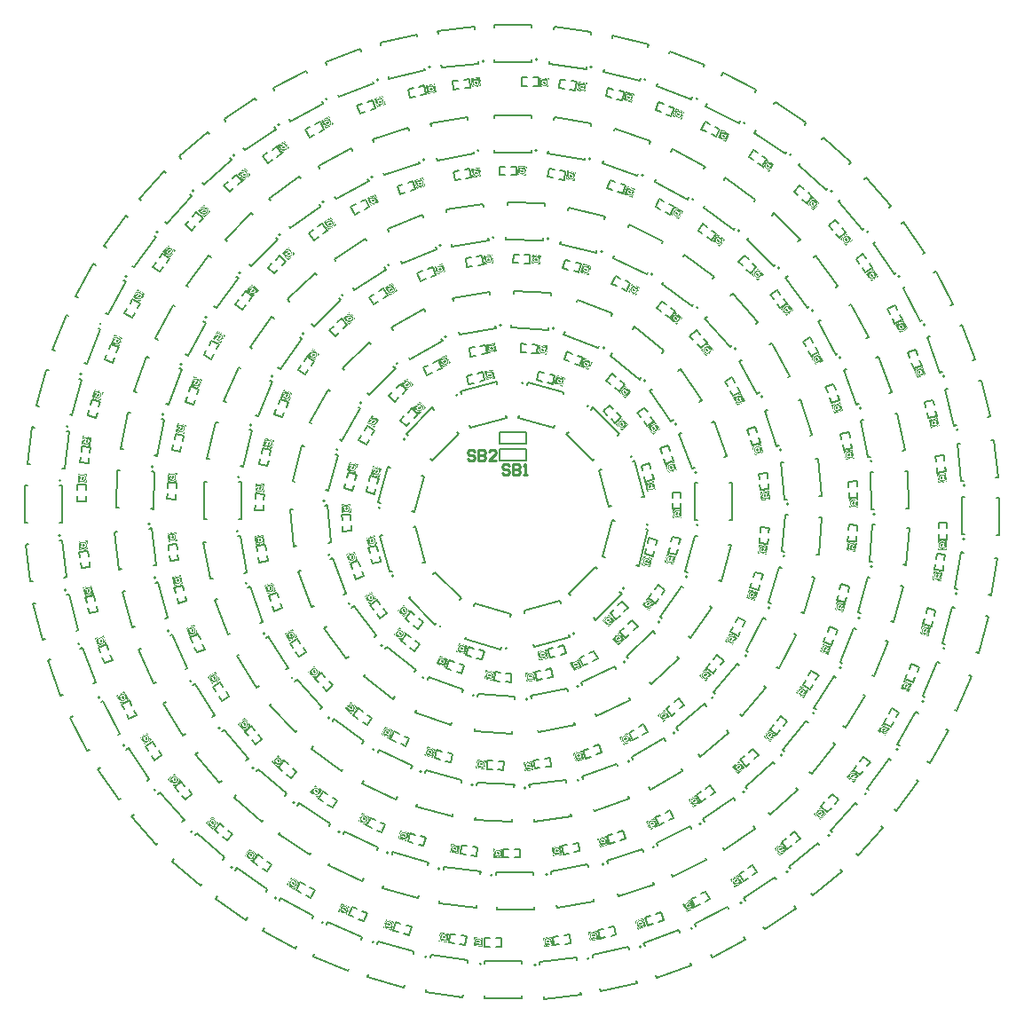
<source format=gto>
G04*
G04 #@! TF.GenerationSoftware,Altium Limited,Altium Designer,18.1.7 (191)*
G04*
G04 Layer_Color=65535*
%FSLAX25Y25*%
%MOIN*%
G70*
G01*
G75*
%ADD10C,0.00500*%
%ADD11C,0.01000*%
G36*
X-12044Y163361D02*
X-12044D01*
X-11909Y161819D01*
X-11922Y161927D01*
X-11939Y162032D01*
X-11960Y162132D01*
X-11980Y162224D01*
X-12007Y162311D01*
X-12033Y162391D01*
X-12060Y162467D01*
X-12089Y162535D01*
X-12118Y162595D01*
X-12142Y162648D01*
X-12166Y162697D01*
X-12189Y162734D01*
X-12203Y162764D01*
X-12217Y162786D01*
X-12226Y162801D01*
X-12230Y162805D01*
X-12275Y162867D01*
X-12323Y162926D01*
X-12370Y162977D01*
X-12422Y163027D01*
X-12472Y163069D01*
X-12519Y163112D01*
X-12569Y163147D01*
X-12615Y163178D01*
X-12661Y163206D01*
X-12702Y163229D01*
X-12735Y163250D01*
X-12768Y163267D01*
X-12792Y163276D01*
X-12812Y163286D01*
X-12825Y163293D01*
X-12829Y163293D01*
X-12796Y162920D01*
X-12708Y162853D01*
X-12631Y162777D01*
X-12562Y162701D01*
X-12508Y162632D01*
X-12464Y162565D01*
X-12445Y162535D01*
X-12432Y162513D01*
X-12418Y162491D01*
X-12409Y162476D01*
X-12404Y162469D01*
X-12404Y162465D01*
X-12355Y162352D01*
X-12317Y162233D01*
X-12283Y162115D01*
X-12262Y162003D01*
X-12253Y161953D01*
X-12245Y161907D01*
X-12238Y161864D01*
X-12235Y161830D01*
X-12228Y161799D01*
X-12225Y161760D01*
X-12219Y161604D01*
X-12222Y161455D01*
X-12224Y161388D01*
X-12230Y161325D01*
X-12240Y161265D01*
X-12247Y161210D01*
X-12254Y161158D01*
X-12266Y161114D01*
X-12274Y161074D01*
X-12280Y161043D01*
X-12289Y161018D01*
X-12291Y160999D01*
X-12298Y160986D01*
X-12298Y160982D01*
X-12346Y160861D01*
X-12406Y160750D01*
X-12472Y160654D01*
X-12504Y160612D01*
X-12536Y160574D01*
X-12568Y160540D01*
X-12597Y160510D01*
X-12622Y160484D01*
X-12644Y160463D01*
X-12666Y160445D01*
X-12680Y160432D01*
X-12688Y160428D01*
X-12691Y160423D01*
X-12747Y160387D01*
X-12803Y160355D01*
X-12911Y160298D01*
X-13021Y160257D01*
X-13124Y160225D01*
X-13170Y160213D01*
X-13212Y160205D01*
X-13250Y160194D01*
X-13282Y160192D01*
X-13308Y160185D01*
X-13328Y160184D01*
X-13340Y160183D01*
X-13343Y160182D01*
X-13484Y160178D01*
X-13618Y160186D01*
X-13744Y160198D01*
X-13800Y160209D01*
X-13856Y160220D01*
X-13904Y160231D01*
X-13948Y160243D01*
X-13988Y160251D01*
X-14020Y160260D01*
X-14048Y160269D01*
X-14068Y160275D01*
X-14080Y160282D01*
X-14084Y160282D01*
X-14215Y160341D01*
X-14330Y160409D01*
X-14381Y160448D01*
X-14431Y160483D01*
X-14473Y160522D01*
X-14515Y160557D01*
X-14550Y160590D01*
X-14580Y160622D01*
X-14610Y160651D01*
X-14632Y160676D01*
X-14649Y160698D01*
X-14662Y160713D01*
X-14667Y160724D01*
X-14671Y160728D01*
X-14712Y160787D01*
X-14749Y160850D01*
X-14778Y160918D01*
X-14807Y160982D01*
X-14854Y161115D01*
X-14888Y161237D01*
X-14901Y161295D01*
X-14909Y161345D01*
X-14921Y161391D01*
X-14925Y161434D01*
X-14931Y161464D01*
X-14936Y161511D01*
X-14941Y161612D01*
X-14941Y161710D01*
X-14933Y161801D01*
X-14921Y161884D01*
X-14909Y161964D01*
X-14887Y162036D01*
X-14870Y162104D01*
X-14848Y162165D01*
X-14826Y162222D01*
X-14802Y162267D01*
X-14778Y162308D01*
X-14762Y162341D01*
X-14744Y162370D01*
X-14730Y162386D01*
X-14724Y162399D01*
X-14720Y162403D01*
X-14670Y162462D01*
X-14616Y162514D01*
X-14558Y162562D01*
X-14502Y162602D01*
X-14443Y162639D01*
X-14387Y162671D01*
X-14331Y162695D01*
X-14278Y162716D01*
X-14224Y162732D01*
X-14179Y162748D01*
X-14137Y162759D01*
X-14102Y162766D01*
X-14071Y162773D01*
X-14048Y162775D01*
X-14032Y162776D01*
X-14028Y162777D01*
X-13939Y162781D01*
X-13856Y162776D01*
X-13777Y162763D01*
X-13705Y162750D01*
X-13645Y162732D01*
X-13617Y162726D01*
X-13597Y162720D01*
X-13581Y162714D01*
X-13568Y162707D01*
X-13560Y162704D01*
X-13556Y162704D01*
X-13475Y162669D01*
X-13401Y162628D01*
X-13334Y162583D01*
X-13280Y162545D01*
X-13237Y162505D01*
X-13204Y162477D01*
X-13186Y162455D01*
X-13178Y162452D01*
X-13178Y162448D01*
X-13138Y162404D01*
X-13111Y162364D01*
X-13089Y162330D01*
X-13075Y162300D01*
X-13064Y162274D01*
X-13059Y162259D01*
X-13058Y162243D01*
X-13060Y162223D01*
X-13066Y162207D01*
X-13070Y162199D01*
X-13073Y162195D01*
X-13092Y162181D01*
X-13115Y162175D01*
X-13130Y162170D01*
X-13137Y162170D01*
X-13153Y162168D01*
X-13177Y162170D01*
X-13228Y162173D01*
X-13252Y162175D01*
X-13271Y162177D01*
X-13287Y162180D01*
X-13291Y162180D01*
X-14565Y162330D01*
X-14525Y161872D01*
X-14323Y161846D01*
X-14363Y161812D01*
X-14395Y161778D01*
X-14427Y161740D01*
X-14451Y161702D01*
X-14471Y161661D01*
X-14487Y161621D01*
X-14508Y161545D01*
X-14521Y161473D01*
X-14523Y161445D01*
X-14524Y161418D01*
X-14526Y161398D01*
X-14524Y161367D01*
X-14513Y161290D01*
X-14491Y161213D01*
X-14465Y161145D01*
X-14432Y161077D01*
X-14395Y161018D01*
X-14355Y160963D01*
X-14315Y160912D01*
X-14273Y160868D01*
X-14230Y160825D01*
X-14191Y160789D01*
X-14154Y160761D01*
X-14120Y160737D01*
X-14091Y160716D01*
X-14070Y160702D01*
X-14054Y160696D01*
X-14050Y160692D01*
X-13984Y160659D01*
X-13915Y160629D01*
X-13846Y160604D01*
X-13778Y160583D01*
X-13714Y160565D01*
X-13650Y160551D01*
X-13590Y160544D01*
X-13531Y160534D01*
X-13480Y160530D01*
X-13432Y160527D01*
X-13389Y160527D01*
X-13354Y160526D01*
X-13322Y160525D01*
X-13303Y160526D01*
X-13287Y160528D01*
X-13284Y160528D01*
X-13222Y160537D01*
X-13168Y160546D01*
X-13065Y160579D01*
X-12978Y160617D01*
X-12904Y160659D01*
X-12874Y160678D01*
X-12848Y160699D01*
X-12823Y160717D01*
X-12804Y160731D01*
X-12790Y160748D01*
X-12779Y160756D01*
X-12775Y160760D01*
X-12772Y160765D01*
X-12740Y160803D01*
X-12712Y160844D01*
X-12689Y160889D01*
X-12673Y160930D01*
X-12641Y161011D01*
X-12624Y161091D01*
X-12618Y161158D01*
X-12617Y161185D01*
X-12615Y161213D01*
X-12613Y161233D01*
X-12616Y161260D01*
X-12624Y161310D01*
X-12632Y161356D01*
X-12663Y161444D01*
X-12701Y161522D01*
X-12746Y161589D01*
X-12786Y161644D01*
X-12804Y161666D01*
X-12821Y161684D01*
X-12834Y161699D01*
X-12847Y161709D01*
X-12851Y161713D01*
X-12855Y161717D01*
X-12821Y161731D01*
X-12795Y161745D01*
X-12770Y161767D01*
X-12752Y161784D01*
X-12733Y161802D01*
X-12723Y161814D01*
X-12720Y161822D01*
X-12716Y161827D01*
X-12703Y161859D01*
X-12695Y161895D01*
X-12685Y161966D01*
X-12684Y161998D01*
X-12683Y162025D01*
X-12685Y162049D01*
X-12697Y162145D01*
X-12721Y162237D01*
X-12752Y162325D01*
X-12787Y162408D01*
X-12828Y162482D01*
X-12873Y162549D01*
X-12918Y162611D01*
X-12966Y162670D01*
X-13013Y162721D01*
X-13056Y162764D01*
X-13099Y162799D01*
X-13137Y162831D01*
X-13166Y162856D01*
X-13191Y162873D01*
X-13208Y162884D01*
X-13212Y162887D01*
X-13286Y162932D01*
X-13356Y162965D01*
X-13429Y162997D01*
X-13502Y163022D01*
X-13574Y163043D01*
X-13642Y163061D01*
X-13706Y163071D01*
X-13769Y163081D01*
X-13829Y163088D01*
X-13880Y163091D01*
X-13927Y163095D01*
X-13966Y163095D01*
X-13998Y163096D01*
X-14021Y163094D01*
X-14037Y163093D01*
X-14040Y163093D01*
X-14110Y163087D01*
X-14176Y163073D01*
X-14302Y163042D01*
X-14416Y163001D01*
X-14469Y162981D01*
X-14518Y162961D01*
X-14559Y162938D01*
X-14597Y162919D01*
X-14630Y162900D01*
X-14660Y162882D01*
X-14682Y162868D01*
X-14697Y162859D01*
X-14709Y162854D01*
X-14712Y162850D01*
X-14818Y162766D01*
X-14908Y162676D01*
X-14982Y162580D01*
X-15045Y162492D01*
X-15092Y162409D01*
X-15109Y162377D01*
X-15126Y162348D01*
X-15135Y162320D01*
X-15146Y162303D01*
X-15153Y162291D01*
X-15152Y162287D01*
X-15178Y162218D01*
X-15199Y162150D01*
X-15226Y162014D01*
X-15246Y161879D01*
X-15252Y161816D01*
X-15258Y161757D01*
X-15257Y161698D01*
X-15261Y161647D01*
X-15261Y161604D01*
X-15257Y161565D01*
X-15259Y161534D01*
X-15393Y163068D01*
D01*
D01*
X-12044Y163361D01*
D01*
D02*
G37*
G36*
X-13700Y161795D02*
X-13633Y161790D01*
X-13574Y161783D01*
X-13522Y161776D01*
X-13482Y161767D01*
X-13466Y161765D01*
X-13454Y161762D01*
X-13450Y161758D01*
X-13446Y161759D01*
X-13374Y161738D01*
X-13309Y161716D01*
X-13253Y161697D01*
X-13208Y161674D01*
X-13171Y161658D01*
X-13146Y161640D01*
X-13129Y161630D01*
X-13125Y161626D01*
X-13074Y161584D01*
X-13036Y161548D01*
X-13023Y161530D01*
X-13014Y161519D01*
X-13006Y161512D01*
X-13005Y161508D01*
X-12987Y161474D01*
X-12972Y161444D01*
X-12962Y161414D01*
X-12955Y161383D01*
X-12949Y161360D01*
X-12944Y161341D01*
X-12942Y161325D01*
X-12942Y161278D01*
X-12950Y161235D01*
X-12962Y161194D01*
X-12979Y161162D01*
X-12996Y161133D01*
X-13010Y161112D01*
X-13020Y161099D01*
X-13024Y161095D01*
X-13064Y161060D01*
X-13117Y161036D01*
X-13166Y161016D01*
X-13219Y161000D01*
X-13269Y160987D01*
X-13307Y160980D01*
X-13323Y160979D01*
X-13335Y160978D01*
X-13339Y160977D01*
X-13342Y160977D01*
X-13405Y160976D01*
X-13472Y160977D01*
X-13535Y160980D01*
X-13594Y160986D01*
X-13645Y160994D01*
X-13689Y161002D01*
X-13705Y161004D01*
X-13717Y161003D01*
X-13721Y161007D01*
X-13725Y161006D01*
X-13801Y161027D01*
X-13874Y161052D01*
X-13931Y161078D01*
X-13980Y161105D01*
X-14021Y161129D01*
X-14047Y161150D01*
X-14067Y161164D01*
X-14072Y161168D01*
X-14115Y161215D01*
X-14146Y161259D01*
X-14174Y161304D01*
X-14189Y161345D01*
X-14200Y161384D01*
X-14210Y161410D01*
X-14213Y161437D01*
X-14213Y161488D01*
X-14205Y161532D01*
X-14189Y161572D01*
X-14173Y161609D01*
X-14156Y161638D01*
X-14138Y161659D01*
X-14128Y161672D01*
X-14124Y161676D01*
X-14084Y161711D01*
X-14039Y161738D01*
X-13990Y161758D01*
X-13941Y161774D01*
X-13899Y161786D01*
X-13864Y161793D01*
X-13841Y161795D01*
X-13837Y161795D01*
X-13833Y161795D01*
X-13767Y161797D01*
X-13700Y161795D01*
D02*
G37*
G36*
X-15243Y161394D02*
X-15231Y161305D01*
X-15211Y161217D01*
X-15188Y161133D01*
X-15166Y161053D01*
X-15144Y160980D01*
X-15118Y160912D01*
X-15093Y160847D01*
X-15064Y160791D01*
X-15041Y160742D01*
X-15021Y160697D01*
X-15002Y160660D01*
X-14984Y160630D01*
X-14970Y160611D01*
X-14965Y160596D01*
X-14961Y160593D01*
X-14912Y160523D01*
X-14863Y160457D01*
X-14807Y160399D01*
X-14751Y160341D01*
X-14692Y160291D01*
X-14637Y160241D01*
X-14578Y160199D01*
X-14524Y160161D01*
X-14474Y160126D01*
X-14424Y160096D01*
X-14383Y160072D01*
X-14346Y160052D01*
X-14313Y160035D01*
X-14293Y160025D01*
X-14277Y160018D01*
X-14272Y160015D01*
X-14187Y159983D01*
X-14107Y159955D01*
X-14022Y159931D01*
X-13938Y159911D01*
X-13859Y159895D01*
X-13783Y159881D01*
X-13708Y159876D01*
X-13641Y159867D01*
X-13574Y159865D01*
X-13519Y159862D01*
X-13468Y159862D01*
X-13421Y159862D01*
X-13386Y159861D01*
X-15099Y159712D01*
X-15255Y161491D01*
X-15243Y161394D01*
D02*
G37*
G36*
X-11750Y160004D02*
X-11750D01*
D01*
X-15099Y159712D01*
D01*
X-13339Y159865D01*
X-13258Y159877D01*
X-13177Y159888D01*
X-13023Y159924D01*
X-12955Y159946D01*
X-12886Y159968D01*
X-12826Y159993D01*
X-12769Y160017D01*
X-12717Y160041D01*
X-12672Y160065D01*
X-12630Y160084D01*
X-12596Y160103D01*
X-12570Y160117D01*
X-12548Y160131D01*
X-12537Y160135D01*
X-12533Y160140D01*
X-12467Y160185D01*
X-12409Y160237D01*
X-12350Y160289D01*
X-12301Y160344D01*
X-12254Y160399D01*
X-12212Y160453D01*
X-12174Y160508D01*
X-12139Y160562D01*
X-12109Y160611D01*
X-12085Y160656D01*
X-12066Y160701D01*
X-12045Y160738D01*
X-12032Y160767D01*
X-12022Y160787D01*
X-12020Y160803D01*
X-12016Y160807D01*
X-11988Y160892D01*
X-11968Y160976D01*
X-11948Y161064D01*
X-11933Y161151D01*
X-11912Y161318D01*
X-11908Y161400D01*
X-11903Y161479D01*
X-11901Y161549D01*
X-11903Y161616D01*
X-11904Y161671D01*
X-11904Y161722D01*
X-11904Y161765D01*
X-11750Y160004D01*
D02*
G37*
G36*
X-29097Y160824D02*
X-28559Y157770D01*
X-31870Y157186D01*
D01*
D01*
X-32003Y157943D01*
X-32000Y157928D01*
X-32455Y160504D01*
D01*
D01*
X-29920Y160951D01*
X-29855Y160582D01*
X-29761Y160524D01*
X-29678Y160455D01*
X-29602Y160386D01*
X-29543Y160321D01*
X-29493Y160258D01*
X-29472Y160230D01*
X-29456Y160209D01*
X-29441Y160188D01*
X-29430Y160174D01*
X-29425Y160167D01*
X-29424Y160163D01*
X-29366Y160055D01*
X-29318Y159941D01*
X-29274Y159826D01*
X-29243Y159716D01*
X-29230Y159667D01*
X-29218Y159622D01*
X-29207Y159580D01*
X-29201Y159546D01*
X-29191Y159515D01*
X-29184Y159477D01*
X-29165Y159322D01*
X-29155Y159173D01*
X-29151Y159107D01*
X-29152Y159043D01*
X-29157Y158983D01*
X-29159Y158927D01*
X-29162Y158875D01*
X-29169Y158830D01*
X-29174Y158790D01*
X-29177Y158758D01*
X-29184Y158733D01*
X-29184Y158713D01*
X-29190Y158700D01*
X-29189Y158696D01*
X-29227Y158571D01*
X-29278Y158455D01*
X-29335Y158353D01*
X-29363Y158309D01*
X-29391Y158268D01*
X-29420Y158232D01*
X-29446Y158199D01*
X-29469Y158171D01*
X-29489Y158148D01*
X-29509Y158129D01*
X-29522Y158115D01*
X-29530Y158109D01*
X-29533Y158105D01*
X-29585Y158064D01*
X-29638Y158027D01*
X-29741Y157961D01*
X-29847Y157911D01*
X-29947Y157870D01*
X-29991Y157854D01*
X-30033Y157842D01*
X-30070Y157828D01*
X-30101Y157823D01*
X-30127Y157814D01*
X-30146Y157810D01*
X-30158Y157808D01*
X-30161Y157808D01*
X-30301Y157791D01*
X-30435Y157787D01*
X-30562Y157789D01*
X-30619Y157795D01*
X-30675Y157800D01*
X-30724Y157808D01*
X-30769Y157816D01*
X-30809Y157820D01*
X-30842Y157826D01*
X-30871Y157833D01*
X-30891Y157837D01*
X-30904Y157843D01*
X-30908Y157843D01*
X-31043Y157890D01*
X-31164Y157948D01*
X-31218Y157982D01*
X-31271Y158012D01*
X-31317Y158048D01*
X-31362Y158079D01*
X-31398Y158108D01*
X-31431Y158138D01*
X-31464Y158164D01*
X-31488Y158188D01*
X-31507Y158208D01*
X-31521Y158221D01*
X-31527Y158232D01*
X-31532Y158236D01*
X-31577Y158291D01*
X-31619Y158351D01*
X-31655Y158416D01*
X-31689Y158477D01*
X-31747Y158605D01*
X-31792Y158724D01*
X-31810Y158780D01*
X-31823Y158830D01*
X-31839Y158874D01*
X-31846Y158917D01*
X-31855Y158947D01*
X-31863Y158993D01*
X-31877Y159093D01*
X-31886Y159191D01*
X-31887Y159282D01*
X-31882Y159366D01*
X-31876Y159446D01*
X-31861Y159520D01*
X-31850Y159589D01*
X-31833Y159652D01*
X-31816Y159710D01*
X-31796Y159757D01*
X-31776Y159800D01*
X-31762Y159834D01*
X-31748Y159865D01*
X-31735Y159883D01*
X-31730Y159896D01*
X-31726Y159900D01*
X-31682Y159963D01*
X-31633Y160020D01*
X-31578Y160073D01*
X-31527Y160117D01*
X-31471Y160159D01*
X-31418Y160196D01*
X-31364Y160225D01*
X-31313Y160250D01*
X-31261Y160271D01*
X-31217Y160291D01*
X-31176Y160306D01*
X-31142Y160316D01*
X-31112Y160325D01*
X-31089Y160329D01*
X-31074Y160332D01*
X-31070Y160333D01*
X-30981Y160344D01*
X-30898Y160347D01*
X-30818Y160341D01*
X-30746Y160334D01*
X-30684Y160321D01*
X-30656Y160319D01*
X-30635Y160314D01*
X-30618Y160309D01*
X-30606Y160304D01*
X-30597Y160301D01*
X-30593Y160302D01*
X-30509Y160273D01*
X-30432Y160239D01*
X-30362Y160200D01*
X-30304Y160167D01*
X-30258Y160131D01*
X-30222Y160106D01*
X-30203Y160086D01*
X-30194Y160083D01*
X-30194Y160079D01*
X-30151Y160039D01*
X-30120Y160001D01*
X-30095Y159970D01*
X-30078Y159941D01*
X-30066Y159916D01*
X-30059Y159901D01*
X-30057Y159886D01*
X-30057Y159866D01*
X-30062Y159849D01*
X-30064Y159841D01*
X-30068Y159836D01*
X-30085Y159821D01*
X-30107Y159813D01*
X-30122Y159807D01*
X-30130Y159805D01*
X-30145Y159803D01*
X-30169Y159802D01*
X-30220Y159801D01*
X-30244Y159801D01*
X-30264Y159802D01*
X-30279Y159803D01*
X-30283Y159802D01*
X-31565Y159841D01*
X-31486Y159388D01*
X-31282Y159380D01*
X-31319Y159342D01*
X-31348Y159305D01*
X-31377Y159265D01*
X-31397Y159225D01*
X-31414Y159183D01*
X-31426Y159141D01*
X-31440Y159063D01*
X-31447Y158991D01*
X-31446Y158963D01*
X-31445Y158936D01*
X-31446Y158916D01*
X-31440Y158885D01*
X-31423Y158809D01*
X-31394Y158735D01*
X-31363Y158669D01*
X-31324Y158605D01*
X-31282Y158549D01*
X-31237Y158497D01*
X-31193Y158450D01*
X-31147Y158410D01*
X-31100Y158371D01*
X-31059Y158339D01*
X-31019Y158314D01*
X-30983Y158293D01*
X-30953Y158274D01*
X-30931Y158262D01*
X-30914Y158257D01*
X-30909Y158254D01*
X-30841Y158227D01*
X-30770Y158203D01*
X-30699Y158184D01*
X-30629Y158169D01*
X-30564Y158157D01*
X-30499Y158148D01*
X-30439Y158147D01*
X-30379Y158142D01*
X-30327Y158143D01*
X-30280Y158143D01*
X-30237Y158147D01*
X-30202Y158149D01*
X-30170Y158151D01*
X-30151Y158154D01*
X-30136Y158157D01*
X-30132Y158158D01*
X-30071Y158172D01*
X-30018Y158186D01*
X-29919Y158227D01*
X-29836Y158273D01*
X-29765Y158321D01*
X-29737Y158342D01*
X-29713Y158366D01*
X-29689Y158386D01*
X-29672Y158401D01*
X-29659Y158419D01*
X-29649Y158429D01*
X-29646Y158433D01*
X-29643Y158438D01*
X-29614Y158478D01*
X-29590Y158522D01*
X-29571Y158569D01*
X-29559Y158611D01*
X-29534Y158695D01*
X-29524Y158776D01*
X-29524Y158843D01*
X-29525Y158870D01*
X-29526Y158898D01*
X-29526Y158918D01*
X-29530Y158945D01*
X-29543Y158994D01*
X-29555Y159039D01*
X-29594Y159124D01*
X-29638Y159199D01*
X-29689Y159261D01*
X-29734Y159313D01*
X-29753Y159333D01*
X-29772Y159350D01*
X-29786Y159363D01*
X-29800Y159372D01*
X-29804Y159376D01*
X-29809Y159379D01*
X-29776Y159397D01*
X-29751Y159413D01*
X-29728Y159437D01*
X-29711Y159455D01*
X-29695Y159474D01*
X-29685Y159488D01*
X-29683Y159496D01*
X-29680Y159501D01*
X-29670Y159534D01*
X-29664Y159571D01*
X-29661Y159643D01*
X-29663Y159674D01*
X-29664Y159701D01*
X-29668Y159724D01*
X-29689Y159820D01*
X-29720Y159909D01*
X-29759Y159994D01*
X-29801Y160073D01*
X-29849Y160144D01*
X-29899Y160206D01*
X-29949Y160265D01*
X-30002Y160319D01*
X-30054Y160365D01*
X-30101Y160405D01*
X-30146Y160436D01*
X-30186Y160465D01*
X-30218Y160487D01*
X-30244Y160502D01*
X-30262Y160511D01*
X-30266Y160514D01*
X-30344Y160552D01*
X-30416Y160579D01*
X-30492Y160605D01*
X-30567Y160623D01*
X-30641Y160638D01*
X-30710Y160650D01*
X-30774Y160654D01*
X-30838Y160659D01*
X-30898Y160660D01*
X-30949Y160659D01*
X-30997Y160658D01*
X-31036Y160655D01*
X-31067Y160654D01*
X-31090Y160650D01*
X-31106Y160647D01*
X-31109Y160646D01*
X-31179Y160634D01*
X-31242Y160615D01*
X-31366Y160573D01*
X-31476Y160522D01*
X-31527Y160498D01*
X-31574Y160473D01*
X-31613Y160447D01*
X-31648Y160425D01*
X-31680Y160403D01*
X-31708Y160382D01*
X-31729Y160367D01*
X-31743Y160356D01*
X-31754Y160351D01*
X-31757Y160346D01*
X-31856Y160253D01*
X-31938Y160156D01*
X-32003Y160053D01*
X-32058Y159960D01*
X-32098Y159874D01*
X-32112Y159840D01*
X-32126Y159810D01*
X-32133Y159781D01*
X-32142Y159763D01*
X-32147Y159751D01*
X-32147Y159747D01*
X-32166Y159676D01*
X-32181Y159606D01*
X-32197Y159469D01*
X-32204Y159333D01*
X-32205Y159269D01*
X-32206Y159210D01*
X-32200Y159151D01*
X-32199Y159100D01*
X-32195Y159057D01*
X-32189Y159019D01*
X-32187Y158987D01*
X-32188Y158993D01*
X-32180Y158945D01*
X-32159Y158850D01*
X-32139Y158762D01*
X-32112Y158676D01*
X-32082Y158594D01*
X-32052Y158516D01*
X-32024Y158446D01*
X-31993Y158380D01*
X-31962Y158318D01*
X-31929Y158264D01*
X-31901Y158218D01*
X-31877Y158175D01*
X-31855Y158139D01*
X-31835Y158111D01*
X-31820Y158094D01*
X-31813Y158079D01*
X-31809Y158076D01*
X-31753Y158010D01*
X-31699Y157949D01*
X-31638Y157896D01*
X-31578Y157843D01*
X-31514Y157799D01*
X-31455Y157754D01*
X-31393Y157717D01*
X-31335Y157684D01*
X-31283Y157654D01*
X-31231Y157627D01*
X-31187Y157607D01*
X-31149Y157590D01*
X-31115Y157576D01*
X-31093Y157568D01*
X-31077Y157563D01*
X-31072Y157560D01*
X-30985Y157536D01*
X-30902Y157515D01*
X-30816Y157498D01*
X-30730Y157486D01*
X-30650Y157476D01*
X-30573Y157470D01*
X-30498Y157471D01*
X-30430Y157467D01*
X-30363Y157471D01*
X-30308Y157473D01*
X-30258Y157478D01*
X-30211Y157482D01*
X-30176Y157484D01*
X-30130Y157493D01*
X-30050Y157511D01*
X-29970Y157529D01*
X-29820Y157579D01*
X-29754Y157606D01*
X-29687Y157634D01*
X-29629Y157664D01*
X-29575Y157693D01*
X-29524Y157722D01*
X-29482Y157749D01*
X-29442Y157772D01*
X-29410Y157794D01*
X-29386Y157810D01*
X-29365Y157826D01*
X-29354Y157831D01*
X-29351Y157836D01*
X-29288Y157887D01*
X-29235Y157943D01*
X-29182Y158000D01*
X-29137Y158060D01*
X-29096Y158119D01*
X-29058Y158177D01*
X-29025Y158234D01*
X-28995Y158291D01*
X-28969Y158343D01*
X-28949Y158390D01*
X-28934Y158436D01*
X-28917Y158475D01*
X-28906Y158504D01*
X-28898Y158526D01*
X-28897Y158542D01*
X-28894Y158546D01*
X-28873Y158633D01*
X-28861Y158718D01*
X-28849Y158808D01*
X-28841Y158896D01*
X-28834Y159063D01*
X-28837Y159146D01*
X-28839Y159225D01*
X-28844Y159296D01*
X-28851Y159362D01*
X-28857Y159416D01*
X-28862Y159467D01*
X-28866Y159510D01*
X-28875Y159563D01*
X-28898Y159670D01*
X-28924Y159773D01*
X-28953Y159870D01*
X-28981Y159960D01*
X-29015Y160045D01*
X-29049Y160123D01*
X-29082Y160196D01*
X-29117Y160261D01*
X-29151Y160319D01*
X-29179Y160369D01*
X-29207Y160415D01*
X-29233Y160450D01*
X-29250Y160479D01*
X-29266Y160500D01*
X-29276Y160514D01*
X-29281Y160517D01*
X-29331Y160576D01*
X-29384Y160630D01*
X-29436Y160676D01*
X-29491Y160722D01*
X-29545Y160760D01*
X-29596Y160799D01*
X-29649Y160829D01*
X-29697Y160856D01*
X-29745Y160879D01*
X-29788Y160899D01*
X-29823Y160917D01*
X-29857Y160931D01*
X-29882Y160938D01*
X-29903Y160946D01*
X-29916Y160952D01*
X-29144Y161088D01*
X-29097Y160824D01*
D02*
G37*
G36*
X-30590Y159384D02*
X-30530Y159382D01*
X-30478Y159380D01*
X-30438Y159375D01*
X-30422Y159374D01*
X-30410Y159372D01*
X-30405Y159369D01*
X-30401Y159369D01*
X-30327Y159355D01*
X-30261Y159339D01*
X-30203Y159325D01*
X-30156Y159306D01*
X-30118Y159293D01*
X-30092Y159277D01*
X-30075Y159269D01*
X-30070Y159265D01*
X-30016Y159228D01*
X-29974Y159195D01*
X-29959Y159178D01*
X-29950Y159168D01*
X-29941Y159161D01*
X-29940Y159158D01*
X-29919Y159126D01*
X-29902Y159097D01*
X-29888Y159068D01*
X-29879Y159038D01*
X-29871Y159015D01*
X-29864Y158997D01*
X-29862Y158981D01*
X-29857Y158935D01*
X-29861Y158890D01*
X-29870Y158849D01*
X-29884Y158815D01*
X-29898Y158785D01*
X-29910Y158763D01*
X-29919Y158749D01*
X-29923Y158745D01*
X-29959Y158707D01*
X-30010Y158678D01*
X-30057Y158654D01*
X-30109Y158633D01*
X-30158Y158616D01*
X-30195Y158606D01*
X-30211Y158603D01*
X-30222Y158601D01*
X-30226Y158600D01*
X-30230Y158600D01*
X-30292Y158593D01*
X-30358Y158589D01*
X-30421Y158586D01*
X-30481Y158587D01*
X-30533Y158590D01*
X-30577Y158594D01*
X-30593Y158595D01*
X-30605Y158593D01*
X-30609Y158596D01*
X-30613Y158596D01*
X-30691Y158609D01*
X-30765Y158628D01*
X-30825Y158649D01*
X-30876Y158672D01*
X-30919Y158692D01*
X-30946Y158711D01*
X-30968Y158723D01*
X-30973Y158726D01*
X-31020Y158769D01*
X-31055Y158811D01*
X-31086Y158853D01*
X-31105Y158893D01*
X-31120Y158930D01*
X-31132Y158955D01*
X-31137Y158982D01*
X-31142Y159033D01*
X-31138Y159077D01*
X-31125Y159119D01*
X-31112Y159157D01*
X-31098Y159187D01*
X-31082Y159210D01*
X-31072Y159223D01*
X-31069Y159228D01*
X-31032Y159266D01*
X-30990Y159297D01*
X-30943Y159321D01*
X-30895Y159342D01*
X-30854Y159357D01*
X-30820Y159367D01*
X-30797Y159371D01*
X-30793Y159371D01*
X-30790Y159372D01*
X-30724Y159380D01*
X-30657Y159384D01*
X-30590Y159384D01*
D02*
G37*
G36*
X-48585Y156470D02*
X-48585D01*
X-48081Y155006D01*
X-48120Y155108D01*
X-48162Y155205D01*
X-48206Y155297D01*
X-48248Y155382D01*
X-48295Y155460D01*
X-48340Y155531D01*
X-48384Y155599D01*
X-48429Y155657D01*
X-48472Y155709D01*
X-48508Y155754D01*
X-48543Y155796D01*
X-48574Y155826D01*
X-48595Y155852D01*
X-48614Y155870D01*
X-48626Y155883D01*
X-48631Y155885D01*
X-48690Y155935D01*
X-48751Y155980D01*
X-48809Y156018D01*
X-48871Y156054D01*
X-48931Y156083D01*
X-48986Y156113D01*
X-49043Y156135D01*
X-49095Y156154D01*
X-49146Y156170D01*
X-49192Y156183D01*
X-49229Y156195D01*
X-49265Y156203D01*
X-49291Y156207D01*
X-49313Y156211D01*
X-49327Y156215D01*
X-49330Y156213D01*
X-49208Y155859D01*
X-49107Y155816D01*
X-49014Y155762D01*
X-48928Y155704D01*
X-48860Y155650D01*
X-48800Y155596D01*
X-48775Y155571D01*
X-48756Y155553D01*
X-48738Y155535D01*
X-48725Y155523D01*
X-48719Y155517D01*
X-48718Y155513D01*
X-48643Y155415D01*
X-48578Y155309D01*
X-48516Y155203D01*
X-48468Y155100D01*
X-48448Y155053D01*
X-48429Y155010D01*
X-48412Y154971D01*
X-48400Y154938D01*
X-48386Y154909D01*
X-48373Y154873D01*
X-48330Y154722D01*
X-48297Y154577D01*
X-48282Y154512D01*
X-48273Y154449D01*
X-48269Y154389D01*
X-48262Y154333D01*
X-48257Y154282D01*
X-48257Y154236D01*
X-48256Y154195D01*
X-48253Y154163D01*
X-48256Y154137D01*
X-48254Y154118D01*
X-48257Y154104D01*
X-48256Y154100D01*
X-48273Y153971D01*
X-48305Y153848D01*
X-48346Y153739D01*
X-48367Y153691D01*
X-48388Y153646D01*
X-48412Y153605D01*
X-48432Y153569D01*
X-48450Y153538D01*
X-48466Y153512D01*
X-48483Y153490D01*
X-48494Y153474D01*
X-48500Y153468D01*
X-48503Y153463D01*
X-48548Y153414D01*
X-48594Y153369D01*
X-48686Y153288D01*
X-48783Y153222D01*
X-48875Y153165D01*
X-48916Y153143D01*
X-48956Y153125D01*
X-48990Y153105D01*
X-49020Y153095D01*
X-49044Y153082D01*
X-49062Y153076D01*
X-49073Y153072D01*
X-49077Y153071D01*
X-49213Y153033D01*
X-49344Y153008D01*
X-49470Y152989D01*
X-49527Y152986D01*
X-49583Y152983D01*
X-49633Y152983D01*
X-49678Y152984D01*
X-49719Y152982D01*
X-49752Y152983D01*
X-49782Y152985D01*
X-49803Y152986D01*
X-49816Y152990D01*
X-49820Y152988D01*
X-49961Y153014D01*
X-50090Y153052D01*
X-50148Y153078D01*
X-50205Y153099D01*
X-50256Y153127D01*
X-50305Y153151D01*
X-50346Y153174D01*
X-50383Y153199D01*
X-50419Y153219D01*
X-50447Y153239D01*
X-50469Y153256D01*
X-50485Y153267D01*
X-50493Y153277D01*
X-50498Y153279D01*
X-50551Y153327D01*
X-50602Y153379D01*
X-50647Y153438D01*
X-50691Y153493D01*
X-50769Y153611D01*
X-50831Y153721D01*
X-50858Y153774D01*
X-50878Y153820D01*
X-50901Y153862D01*
X-50915Y153903D01*
X-50928Y153931D01*
X-50944Y153975D01*
X-50973Y154072D01*
X-50997Y154167D01*
X-51012Y154257D01*
X-51020Y154341D01*
X-51027Y154421D01*
X-51024Y154496D01*
X-51023Y154566D01*
X-51017Y154631D01*
X-51009Y154691D01*
X-50997Y154741D01*
X-50984Y154786D01*
X-50975Y154822D01*
X-50966Y154854D01*
X-50956Y154874D01*
X-50953Y154888D01*
X-50950Y154893D01*
X-50916Y154962D01*
X-50876Y155025D01*
X-50831Y155086D01*
X-50787Y155139D01*
X-50739Y155188D01*
X-50692Y155233D01*
X-50643Y155271D01*
X-50596Y155303D01*
X-50549Y155332D01*
X-50508Y155358D01*
X-50470Y155380D01*
X-50438Y155395D01*
X-50410Y155409D01*
X-50388Y155416D01*
X-50373Y155421D01*
X-50370Y155423D01*
X-50283Y155448D01*
X-50202Y155464D01*
X-50122Y155471D01*
X-50049Y155475D01*
X-49986Y155472D01*
X-49958Y155473D01*
X-49937Y155473D01*
X-49920Y155470D01*
X-49906Y155467D01*
X-49898Y155465D01*
X-49894Y155467D01*
X-49806Y155452D01*
X-49725Y155430D01*
X-49649Y155403D01*
X-49587Y155378D01*
X-49536Y155351D01*
X-49497Y155331D01*
X-49474Y155314D01*
X-49466Y155313D01*
X-49464Y155309D01*
X-49416Y155277D01*
X-49380Y155244D01*
X-49350Y155217D01*
X-49329Y155191D01*
X-49312Y155168D01*
X-49304Y155154D01*
X-49299Y155140D01*
X-49296Y155120D01*
X-49298Y155103D01*
X-49299Y155094D01*
X-49302Y155089D01*
X-49316Y155072D01*
X-49337Y155060D01*
X-49351Y155052D01*
X-49358Y155049D01*
X-49373Y155044D01*
X-49396Y155040D01*
X-49447Y155031D01*
X-49470Y155027D01*
X-49490Y155024D01*
X-49506Y155023D01*
X-49510Y155022D01*
X-50782Y154860D01*
X-50632Y154425D01*
X-50430Y154449D01*
X-50461Y154405D01*
X-50484Y154365D01*
X-50505Y154320D01*
X-50520Y154278D01*
X-50529Y154233D01*
X-50535Y154190D01*
X-50537Y154111D01*
X-50532Y154038D01*
X-50527Y154011D01*
X-50522Y153984D01*
X-50519Y153964D01*
X-50509Y153935D01*
X-50480Y153863D01*
X-50440Y153794D01*
X-50398Y153734D01*
X-50350Y153676D01*
X-50300Y153628D01*
X-50248Y153584D01*
X-50197Y153543D01*
X-50145Y153512D01*
X-50093Y153480D01*
X-50047Y153455D01*
X-50003Y153437D01*
X-49965Y153421D01*
X-49932Y153408D01*
X-49908Y153400D01*
X-49891Y153397D01*
X-49886Y153395D01*
X-49814Y153378D01*
X-49740Y153367D01*
X-49667Y153359D01*
X-49596Y153355D01*
X-49529Y153353D01*
X-49464Y153355D01*
X-49404Y153363D01*
X-49344Y153367D01*
X-49294Y153376D01*
X-49247Y153384D01*
X-49205Y153394D01*
X-49171Y153402D01*
X-49140Y153408D01*
X-49121Y153415D01*
X-49107Y153420D01*
X-49103Y153421D01*
X-49045Y153445D01*
X-48995Y153466D01*
X-48903Y153523D01*
X-48828Y153582D01*
X-48766Y153640D01*
X-48741Y153665D01*
X-48722Y153692D01*
X-48701Y153716D01*
X-48687Y153734D01*
X-48677Y153753D01*
X-48668Y153764D01*
X-48666Y153769D01*
X-48664Y153774D01*
X-48642Y153819D01*
X-48625Y153866D01*
X-48613Y153916D01*
X-48607Y153959D01*
X-48596Y154045D01*
X-48599Y154127D01*
X-48610Y154193D01*
X-48615Y154220D01*
X-48620Y154247D01*
X-48623Y154267D01*
X-48632Y154293D01*
X-48652Y154339D01*
X-48671Y154382D01*
X-48722Y154460D01*
X-48778Y154527D01*
X-48838Y154580D01*
X-48890Y154624D01*
X-48913Y154641D01*
X-48934Y154655D01*
X-48950Y154666D01*
X-48965Y154673D01*
X-48970Y154675D01*
X-48975Y154678D01*
X-48945Y154700D01*
X-48923Y154720D01*
X-48904Y154748D01*
X-48891Y154769D01*
X-48877Y154790D01*
X-48870Y154805D01*
X-48869Y154813D01*
X-48866Y154818D01*
X-48862Y154853D01*
X-48862Y154890D01*
X-48870Y154961D01*
X-48877Y154992D01*
X-48882Y155019D01*
X-48889Y155041D01*
X-48925Y155132D01*
X-48970Y155216D01*
X-49021Y155293D01*
X-49075Y155365D01*
X-49134Y155427D01*
X-49194Y155481D01*
X-49252Y155531D01*
X-49313Y155576D01*
X-49371Y155614D01*
X-49423Y155645D01*
X-49473Y155669D01*
X-49518Y155691D01*
X-49552Y155708D01*
X-49581Y155719D01*
X-49599Y155725D01*
X-49604Y155727D01*
X-49687Y155752D01*
X-49762Y155768D01*
X-49841Y155782D01*
X-49918Y155788D01*
X-49993Y155791D01*
X-50064Y155792D01*
X-50128Y155786D01*
X-50192Y155781D01*
X-50251Y155773D01*
X-50301Y155764D01*
X-50348Y155756D01*
X-50386Y155747D01*
X-50417Y155740D01*
X-50439Y155733D01*
X-50454Y155728D01*
X-50458Y155726D01*
X-50524Y155703D01*
X-50584Y155675D01*
X-50700Y155614D01*
X-50800Y155547D01*
X-50846Y155514D01*
X-50889Y155483D01*
X-50924Y155450D01*
X-50955Y155423D01*
X-50984Y155397D01*
X-51008Y155372D01*
X-51026Y155353D01*
X-51038Y155341D01*
X-51048Y155333D01*
X-51051Y155328D01*
X-51134Y155221D01*
X-51199Y155112D01*
X-51247Y155001D01*
X-51287Y154901D01*
X-51313Y154809D01*
X-51321Y154773D01*
X-51331Y154741D01*
X-51333Y154711D01*
X-51339Y154693D01*
X-51343Y154679D01*
X-51341Y154675D01*
X-51349Y154603D01*
X-51354Y154531D01*
X-51347Y154393D01*
X-51334Y154257D01*
X-51324Y154195D01*
X-51316Y154136D01*
X-51301Y154079D01*
X-51292Y154028D01*
X-51282Y153987D01*
X-51269Y153950D01*
X-51262Y153919D01*
X-51249Y153878D01*
X-51213Y153788D01*
X-51180Y153704D01*
X-51140Y153623D01*
X-51097Y153547D01*
X-51056Y153474D01*
X-51017Y153410D01*
X-50976Y153349D01*
X-50936Y153293D01*
X-50894Y153245D01*
X-50859Y153204D01*
X-50829Y153165D01*
X-50802Y153133D01*
X-50777Y153109D01*
X-50760Y153094D01*
X-50751Y153080D01*
X-50746Y153078D01*
X-50681Y153022D01*
X-50618Y152970D01*
X-50550Y152927D01*
X-50481Y152884D01*
X-50412Y152851D01*
X-50346Y152815D01*
X-50279Y152789D01*
X-50217Y152765D01*
X-50161Y152743D01*
X-50105Y152725D01*
X-50059Y152712D01*
X-50018Y152702D01*
X-49983Y152693D01*
X-49960Y152689D01*
X-49943Y152686D01*
X-49938Y152684D01*
X-49848Y152674D01*
X-49763Y152666D01*
X-49675Y152663D01*
X-49589Y152664D01*
X-49507Y152667D01*
X-49431Y152673D01*
X-49357Y152686D01*
X-49289Y152693D01*
X-49224Y152707D01*
X-49170Y152717D01*
X-49121Y152730D01*
X-49075Y152742D01*
X-49041Y152750D01*
X-50667Y152190D01*
X-51168Y153646D01*
X-51764Y155376D01*
X-48585Y156470D01*
Y156470D01*
D02*
G37*
G36*
X-49562Y154575D02*
X-49558Y154576D01*
X-49483Y154573D01*
X-49415Y154567D01*
X-49356Y154563D01*
X-49306Y154551D01*
X-49267Y154544D01*
X-49238Y154533D01*
X-49220Y154527D01*
X-49215Y154525D01*
X-49155Y154496D01*
X-49110Y154471D01*
X-49092Y154456D01*
X-49081Y154447D01*
X-49071Y154443D01*
X-49070Y154439D01*
X-49044Y154411D01*
X-49022Y154385D01*
X-49005Y154358D01*
X-48991Y154330D01*
X-48980Y154309D01*
X-48970Y154292D01*
X-48965Y154277D01*
X-48953Y154232D01*
X-48950Y154187D01*
X-48952Y154145D01*
X-48960Y154109D01*
X-48970Y154077D01*
X-48978Y154054D01*
X-48986Y154039D01*
X-48988Y154034D01*
X-49018Y153990D01*
X-49064Y153954D01*
X-49107Y153923D01*
X-49154Y153894D01*
X-49200Y153870D01*
X-49235Y153854D01*
X-49250Y153849D01*
X-49261Y153845D01*
X-49265Y153844D01*
X-49269Y153842D01*
X-49329Y153826D01*
X-49394Y153812D01*
X-49456Y153799D01*
X-49515Y153791D01*
X-49567Y153785D01*
X-49611Y153782D01*
X-49627Y153781D01*
X-49638Y153777D01*
X-49643Y153779D01*
X-49647Y153778D01*
X-49726Y153780D01*
X-49802Y153787D01*
X-49864Y153798D01*
X-49918Y153813D01*
X-49964Y153826D01*
X-49994Y153840D01*
X-50017Y153849D01*
X-50022Y153851D01*
X-50076Y153886D01*
X-50117Y153922D01*
X-50154Y153958D01*
X-50179Y153995D01*
X-50199Y154029D01*
X-50215Y154053D01*
X-50224Y154078D01*
X-50237Y154128D01*
X-50240Y154172D01*
X-50234Y154215D01*
X-50227Y154255D01*
X-50218Y154287D01*
X-50206Y154312D01*
X-50198Y154327D01*
X-50196Y154332D01*
X-50166Y154375D01*
X-50129Y154412D01*
X-50086Y154444D01*
X-50042Y154471D01*
X-50004Y154492D01*
X-49972Y154508D01*
X-49950Y154515D01*
X-49946Y154517D01*
X-49942Y154518D01*
X-49879Y154536D01*
X-49813Y154550D01*
X-49747Y154560D01*
X-49688Y154568D01*
X-49636Y154574D01*
X-49595Y154576D01*
X-49579Y154577D01*
X-49567Y154577D01*
X-49562Y154575D01*
D02*
G37*
G36*
X-47488Y153284D02*
X-48996Y152765D01*
X-48920Y152795D01*
X-48844Y152825D01*
X-48704Y152898D01*
X-48643Y152936D01*
X-48582Y152973D01*
X-48529Y153012D01*
X-48480Y153050D01*
X-48435Y153086D01*
X-48397Y153120D01*
X-48361Y153148D01*
X-48333Y153174D01*
X-48311Y153194D01*
X-48293Y153213D01*
X-48283Y153221D01*
X-48281Y153226D01*
X-48227Y153285D01*
X-48183Y153350D01*
X-48140Y153414D01*
X-48105Y153480D01*
X-48073Y153545D01*
X-48045Y153608D01*
X-48021Y153670D01*
X-48001Y153730D01*
X-47983Y153786D01*
X-47971Y153835D01*
X-47963Y153884D01*
X-47952Y153925D01*
X-47946Y153955D01*
X-47942Y153978D01*
X-47943Y153994D01*
X-47941Y153999D01*
X-47934Y154087D01*
X-47935Y154174D01*
X-47937Y154264D01*
X-47943Y154352D01*
X-47963Y154519D01*
X-47979Y154600D01*
X-47993Y154678D01*
X-48008Y154747D01*
X-48026Y154811D01*
X-48040Y154863D01*
X-48053Y154913D01*
X-48063Y154954D01*
X-47488Y153284D01*
D02*
G37*
G36*
X-50667Y152190D02*
D01*
X-50121Y152377D01*
X-50667Y152190D01*
D02*
G37*
G36*
X-67956Y147404D02*
X-68009Y147499D01*
X-68064Y147589D01*
X-68120Y147674D01*
X-68173Y147752D01*
X-68231Y147824D01*
X-68286Y147888D01*
X-68339Y147948D01*
X-68392Y148000D01*
X-68441Y148045D01*
X-68483Y148085D01*
X-68523Y148121D01*
X-68558Y148147D01*
X-68583Y148170D01*
X-68604Y148185D01*
X-68618Y148196D01*
X-68623Y148197D01*
X-68688Y148239D01*
X-68755Y148275D01*
X-68818Y148304D01*
X-68884Y148331D01*
X-68947Y148352D01*
X-69007Y148374D01*
X-69066Y148388D01*
X-69120Y148399D01*
X-69173Y148408D01*
X-69220Y148414D01*
X-69258Y148421D01*
X-69295Y148424D01*
X-69321Y148424D01*
X-69344Y148425D01*
X-69358Y148427D01*
X-68659Y148783D01*
X-67956Y147404D01*
D02*
G37*
G36*
X-69106Y146783D02*
X-69066Y146781D01*
X-69036Y146774D01*
X-69017Y146771D01*
X-69012Y146769D01*
X-68949Y146749D01*
X-68900Y146730D01*
X-68881Y146718D01*
X-68868Y146711D01*
X-68858Y146708D01*
X-68856Y146704D01*
X-68826Y146680D01*
X-68802Y146658D01*
X-68781Y146633D01*
X-68763Y146607D01*
X-68749Y146588D01*
X-68736Y146572D01*
X-68729Y146559D01*
X-68712Y146515D01*
X-68703Y146472D01*
X-68699Y146430D01*
X-68702Y146393D01*
X-68707Y146360D01*
X-68712Y146335D01*
X-68717Y146320D01*
X-68719Y146315D01*
X-68743Y146267D01*
X-68783Y146225D01*
X-68821Y146188D01*
X-68864Y146153D01*
X-68906Y146123D01*
X-68939Y146102D01*
X-68953Y146095D01*
X-68963Y146089D01*
X-68967Y146088D01*
X-68970Y146086D01*
X-69027Y146061D01*
X-69090Y146038D01*
X-69149Y146017D01*
X-69207Y146000D01*
X-69257Y145988D01*
X-69301Y145979D01*
X-69316Y145975D01*
X-69327Y145970D01*
X-69332Y145972D01*
X-69335Y145970D01*
X-69414Y145960D01*
X-69490Y145956D01*
X-69553Y145959D01*
X-69609Y145966D01*
X-69656Y145973D01*
X-69688Y145983D01*
X-69712Y145988D01*
X-69718Y145990D01*
X-69775Y146017D01*
X-69821Y146046D01*
X-69863Y146077D01*
X-69893Y146110D01*
X-69918Y146142D01*
X-69937Y146162D01*
X-69949Y146187D01*
X-69969Y146233D01*
X-69978Y146277D01*
X-69978Y146321D01*
X-69977Y146361D01*
X-69972Y146394D01*
X-69963Y146420D01*
X-69958Y146436D01*
X-69956Y146441D01*
X-69932Y146488D01*
X-69901Y146530D01*
X-69863Y146567D01*
X-69823Y146601D01*
X-69789Y146627D01*
X-69759Y146647D01*
X-69738Y146657D01*
X-69735Y146659D01*
X-69731Y146661D01*
X-69670Y146687D01*
X-69608Y146711D01*
X-69543Y146730D01*
X-69486Y146747D01*
X-69436Y146759D01*
X-69396Y146766D01*
X-69380Y146770D01*
X-69368Y146772D01*
X-69362Y146770D01*
X-69359Y146772D01*
X-69284Y146779D01*
X-69216Y146783D01*
X-69157Y146787D01*
X-69106Y146783D01*
D02*
G37*
G36*
X-69191Y148092D02*
X-69085Y148063D01*
X-68985Y148022D01*
X-68892Y147977D01*
X-68817Y147932D01*
X-68750Y147888D01*
X-68722Y147867D01*
X-68701Y147851D01*
X-68680Y147836D01*
X-68666Y147825D01*
X-68659Y147820D01*
X-68657Y147817D01*
X-68569Y147730D01*
X-68490Y147635D01*
X-68414Y147538D01*
X-68352Y147442D01*
X-68326Y147399D01*
X-68301Y147359D01*
X-68278Y147322D01*
X-68262Y147291D01*
X-68245Y147265D01*
X-68227Y147231D01*
X-68163Y147088D01*
X-68110Y146949D01*
X-68087Y146886D01*
X-68069Y146825D01*
X-68056Y146766D01*
X-68042Y146712D01*
X-68029Y146662D01*
X-68024Y146616D01*
X-68016Y146576D01*
X-68009Y146545D01*
X-68009Y146519D01*
X-68003Y146500D01*
X-68005Y146486D01*
X-68003Y146482D01*
X-68002Y146351D01*
X-68017Y146226D01*
X-68042Y146112D01*
X-68056Y146061D01*
X-68071Y146014D01*
X-68088Y145970D01*
X-68104Y145932D01*
X-68117Y145899D01*
X-68129Y145871D01*
X-68143Y145846D01*
X-68152Y145829D01*
X-68157Y145822D01*
X-68159Y145817D01*
X-68197Y145762D01*
X-68236Y145711D01*
X-68316Y145618D01*
X-68402Y145539D01*
X-68486Y145470D01*
X-68524Y145442D01*
X-68560Y145419D01*
X-68591Y145395D01*
X-68619Y145380D01*
X-68642Y145364D01*
X-68659Y145356D01*
X-68670Y145350D01*
X-68673Y145349D01*
X-68802Y145292D01*
X-68929Y145249D01*
X-69051Y145213D01*
X-69106Y145202D01*
X-69162Y145191D01*
X-69211Y145184D01*
X-69256Y145178D01*
X-69296Y145171D01*
X-69329Y145168D01*
X-69359Y145166D01*
X-69380Y145164D01*
X-69394Y145165D01*
X-69397Y145163D01*
X-69540Y145169D01*
X-69673Y145189D01*
X-69734Y145206D01*
X-69794Y145220D01*
X-69848Y145240D01*
X-69900Y145257D01*
X-69944Y145274D01*
X-69984Y145293D01*
X-70023Y145309D01*
X-70053Y145324D01*
X-70077Y145338D01*
X-70095Y145346D01*
X-70103Y145355D01*
X-70109Y145357D01*
X-70168Y145397D01*
X-70226Y145441D01*
X-70279Y145493D01*
X-70330Y145542D01*
X-70423Y145648D01*
X-70501Y145748D01*
X-70534Y145797D01*
X-70561Y145840D01*
X-70589Y145878D01*
X-70608Y145916D01*
X-70626Y145942D01*
X-70647Y145984D01*
X-70690Y146076D01*
X-70727Y146167D01*
X-70754Y146254D01*
X-70774Y146336D01*
X-70792Y146414D01*
X-70799Y146489D01*
X-70809Y146558D01*
X-70811Y146623D01*
X-70811Y146684D01*
X-70806Y146735D01*
X-70800Y146782D01*
X-70797Y146818D01*
X-70792Y146852D01*
X-70785Y146873D01*
X-70783Y146887D01*
X-70781Y146892D01*
X-70758Y146965D01*
X-70727Y147034D01*
X-70691Y147100D01*
X-70654Y147158D01*
X-70613Y147214D01*
X-70573Y147265D01*
X-70530Y147309D01*
X-70488Y147348D01*
X-70445Y147383D01*
X-70409Y147415D01*
X-70374Y147441D01*
X-70344Y147460D01*
X-70318Y147478D01*
X-70297Y147489D01*
X-70284Y147496D01*
X-70280Y147497D01*
X-70199Y147535D01*
X-70120Y147561D01*
X-70042Y147580D01*
X-69970Y147594D01*
X-69908Y147600D01*
X-69880Y147605D01*
X-69859Y147607D01*
X-69841Y147607D01*
X-69828Y147606D01*
X-69819Y147606D01*
X-69815Y147607D01*
X-69726Y147605D01*
X-69643Y147595D01*
X-69564Y147578D01*
X-69499Y147563D01*
X-69445Y147542D01*
X-69403Y147529D01*
X-69379Y147515D01*
X-69370Y147515D01*
X-69368Y147511D01*
X-69315Y147486D01*
X-69275Y147458D01*
X-69242Y147436D01*
X-69217Y147413D01*
X-69198Y147392D01*
X-69187Y147380D01*
X-69180Y147366D01*
X-69175Y147347D01*
X-69175Y147330D01*
X-69175Y147321D01*
X-69176Y147316D01*
X-69188Y147296D01*
X-69208Y147282D01*
X-69220Y147272D01*
X-69227Y147268D01*
X-69241Y147261D01*
X-69263Y147254D01*
X-69312Y147238D01*
X-69335Y147231D01*
X-69354Y147225D01*
X-69369Y147222D01*
X-69373Y147220D01*
X-70610Y146883D01*
X-70401Y146473D01*
X-70205Y146525D01*
X-70229Y146477D01*
X-70246Y146434D01*
X-70261Y146387D01*
X-70270Y146343D01*
X-70273Y146298D01*
X-70272Y146254D01*
X-70263Y146176D01*
X-70249Y146104D01*
X-70240Y146078D01*
X-70231Y146052D01*
X-70225Y146033D01*
X-70211Y146005D01*
X-70172Y145937D01*
X-70123Y145875D01*
X-70074Y145821D01*
X-70018Y145771D01*
X-69962Y145729D01*
X-69904Y145693D01*
X-69848Y145661D01*
X-69792Y145637D01*
X-69736Y145613D01*
X-69687Y145594D01*
X-69641Y145582D01*
X-69601Y145572D01*
X-69566Y145563D01*
X-69542Y145558D01*
X-69524Y145558D01*
X-69519Y145557D01*
X-69446Y145550D01*
X-69371Y145549D01*
X-69297Y145551D01*
X-69226Y145557D01*
X-69160Y145565D01*
X-69095Y145576D01*
X-69038Y145592D01*
X-68979Y145604D01*
X-68930Y145621D01*
X-68885Y145635D01*
X-68845Y145651D01*
X-68812Y145663D01*
X-68782Y145674D01*
X-68765Y145683D01*
X-68751Y145690D01*
X-68747Y145692D01*
X-68693Y145723D01*
X-68647Y145752D01*
X-68563Y145820D01*
X-68498Y145889D01*
X-68444Y145956D01*
X-68423Y145984D01*
X-68408Y146013D01*
X-68391Y146040D01*
X-68379Y146059D01*
X-68372Y146080D01*
X-68365Y146092D01*
X-68363Y146098D01*
X-68361Y146103D01*
X-68346Y146150D01*
X-68336Y146199D01*
X-68331Y146249D01*
X-68331Y146293D01*
X-68332Y146380D01*
X-68347Y146460D01*
X-68366Y146525D01*
X-68375Y146551D01*
X-68384Y146577D01*
X-68390Y146596D01*
X-68402Y146620D01*
X-68428Y146664D01*
X-68453Y146704D01*
X-68515Y146773D01*
X-68580Y146832D01*
X-68646Y146877D01*
X-68704Y146913D01*
X-68729Y146927D01*
X-68752Y146937D01*
X-68769Y146946D01*
X-68785Y146951D01*
X-68790Y146952D01*
X-68795Y146954D01*
X-68769Y146980D01*
X-68750Y147003D01*
X-68735Y147033D01*
X-68725Y147056D01*
X-68714Y147079D01*
X-68709Y147094D01*
X-68709Y147103D01*
X-68707Y147108D01*
X-68708Y147143D01*
X-68713Y147180D01*
X-68731Y147249D01*
X-68742Y147279D01*
X-68751Y147305D01*
X-68761Y147326D01*
X-68809Y147411D01*
X-68866Y147487D01*
X-68927Y147556D01*
X-68990Y147621D01*
X-69057Y147674D01*
X-69124Y147719D01*
X-69188Y147760D01*
X-69255Y147796D01*
X-69318Y147826D01*
X-69374Y147850D01*
X-69427Y147867D01*
X-69474Y147882D01*
X-69511Y147894D01*
X-69540Y147901D01*
X-69559Y147904D01*
X-69565Y147906D01*
X-69650Y147919D01*
X-69727Y147924D01*
X-69807Y147927D01*
X-69884Y147923D01*
X-69959Y147915D01*
X-70029Y147906D01*
X-70091Y147891D01*
X-70154Y147877D01*
X-70211Y147861D01*
X-70260Y147845D01*
X-70305Y147830D01*
X-70342Y147816D01*
X-70372Y147806D01*
X-70392Y147795D01*
X-70406Y147788D01*
X-70410Y147786D01*
X-70472Y147754D01*
X-70528Y147717D01*
X-70634Y147641D01*
X-70724Y147560D01*
X-70765Y147522D01*
X-70803Y147485D01*
X-70833Y147448D01*
X-70860Y147416D01*
X-70885Y147387D01*
X-70905Y147358D01*
X-70921Y147337D01*
X-70931Y147323D01*
X-70940Y147315D01*
X-70942Y147309D01*
X-71009Y147192D01*
X-71058Y147075D01*
X-71091Y146958D01*
X-71116Y146853D01*
X-71129Y146758D01*
X-71132Y146722D01*
X-71137Y146689D01*
X-71135Y146659D01*
X-71139Y146640D01*
X-71140Y146626D01*
X-71139Y146622D01*
X-71136Y146549D01*
X-71131Y146478D01*
X-71105Y146342D01*
X-71073Y146209D01*
X-71055Y146149D01*
X-71039Y146091D01*
X-71016Y146037D01*
X-70999Y145989D01*
X-70983Y145949D01*
X-70966Y145914D01*
X-70955Y145884D01*
X-70936Y145846D01*
X-70888Y145761D01*
X-70844Y145683D01*
X-70793Y145608D01*
X-70740Y145539D01*
X-70689Y145473D01*
X-70641Y145414D01*
X-70592Y145360D01*
X-70544Y145310D01*
X-70497Y145268D01*
X-70457Y145232D01*
X-70421Y145197D01*
X-70390Y145170D01*
X-70362Y145149D01*
X-70342Y145137D01*
X-70332Y145125D01*
X-70327Y145123D01*
X-70255Y145077D01*
X-70185Y145034D01*
X-70111Y145001D01*
X-70038Y144968D01*
X-69964Y144945D01*
X-69894Y144919D01*
X-69824Y144902D01*
X-69760Y144887D01*
X-69700Y144873D01*
X-69643Y144863D01*
X-69596Y144857D01*
X-69554Y144852D01*
X-69517Y144849D01*
X-69494Y144847D01*
X-69477Y144847D01*
X-69472Y144845D01*
X-69381Y144848D01*
X-69296Y144852D01*
X-69208Y144861D01*
X-69123Y144874D01*
X-69043Y144889D01*
X-68968Y144905D01*
X-68897Y144928D01*
X-68831Y144945D01*
X-68768Y144968D01*
X-68716Y144985D01*
X-68669Y145005D01*
X-68625Y145023D01*
X-68592Y145035D01*
X-70125Y144254D01*
X-67129Y145781D01*
Y145781D01*
X-70125Y144254D01*
X-71654Y147257D01*
X-69489Y148360D01*
X-69361Y148425D01*
X-69191Y148092D01*
D02*
G37*
G36*
X-67129Y145781D02*
X-68551Y145056D01*
X-68479Y145097D01*
X-68408Y145138D01*
X-68280Y145229D01*
X-68224Y145275D01*
X-68169Y145321D01*
X-68122Y145367D01*
X-68079Y145411D01*
X-68039Y145453D01*
X-68006Y145492D01*
X-67975Y145525D01*
X-67951Y145555D01*
X-67932Y145578D01*
X-67916Y145598D01*
X-67908Y145607D01*
X-67906Y145613D01*
X-67861Y145679D01*
X-67827Y145749D01*
X-67792Y145819D01*
X-67767Y145889D01*
X-67745Y145957D01*
X-67726Y146024D01*
X-67711Y146089D01*
X-67699Y146151D01*
X-67689Y146209D01*
X-67684Y146260D01*
X-67683Y146308D01*
X-67678Y146350D01*
X-67676Y146382D01*
X-67675Y146404D01*
X-67678Y146420D01*
X-67677Y146425D01*
X-67683Y146514D01*
X-67695Y146600D01*
X-67710Y146688D01*
X-67728Y146775D01*
X-67771Y146937D01*
X-67798Y147016D01*
X-67823Y147090D01*
X-67848Y147157D01*
X-67874Y147218D01*
X-67896Y147268D01*
X-67915Y147315D01*
X-67931Y147355D01*
X-67129Y145781D01*
D02*
G37*
G36*
X-84627Y138282D02*
X-84688Y138373D01*
X-84750Y138458D01*
X-84814Y138538D01*
X-84874Y138611D01*
X-84938Y138677D01*
X-84998Y138736D01*
X-85056Y138792D01*
X-85113Y138839D01*
X-85165Y138879D01*
X-85211Y138915D01*
X-85254Y138948D01*
X-85291Y138971D01*
X-85318Y138991D01*
X-85340Y139005D01*
X-85355Y139014D01*
X-85360Y139015D01*
X-85429Y139050D01*
X-85498Y139081D01*
X-85563Y139104D01*
X-85632Y139126D01*
X-85697Y139141D01*
X-85758Y139158D01*
X-85818Y139166D01*
X-85873Y139173D01*
X-85926Y139177D01*
X-85974Y139179D01*
X-86013Y139182D01*
X-86049D01*
X-86075Y139180D01*
X-86098Y139180D01*
X-86112Y139180D01*
X-85447Y139595D01*
X-84627Y138282D01*
D02*
G37*
G36*
X-85648Y137562D02*
X-85628Y137560D01*
X-85623Y137559D01*
X-85559Y137544D01*
X-85508Y137529D01*
X-85488Y137519D01*
X-85475Y137513D01*
X-85464Y137511D01*
X-85462Y137507D01*
X-85431Y137486D01*
X-85404Y137466D01*
X-85381Y137443D01*
X-85361Y137419D01*
X-85345Y137401D01*
X-85332Y137387D01*
X-85324Y137373D01*
X-85302Y137332D01*
X-85289Y137289D01*
X-85282Y137248D01*
Y137211D01*
X-85284Y137177D01*
X-85287Y137153D01*
X-85290Y137136D01*
X-85292Y137131D01*
X-85312Y137082D01*
X-85347Y137036D01*
X-85382Y136996D01*
X-85422Y136958D01*
X-85461Y136924D01*
X-85492Y136900D01*
X-85505Y136892D01*
X-85515Y136886D01*
X-85519Y136883D01*
X-85522Y136881D01*
X-85577Y136852D01*
X-85637Y136823D01*
X-85694Y136797D01*
X-85750Y136776D01*
X-85799Y136759D01*
X-85842Y136746D01*
X-85857Y136741D01*
X-85867Y136735D01*
X-85873Y136736D01*
X-85876Y136734D01*
X-85953Y136718D01*
X-86029Y136707D01*
X-86092Y136705D01*
X-86148Y136706D01*
X-86196Y136709D01*
X-86228Y136716D01*
X-86253Y136719D01*
X-86258Y136720D01*
X-86318Y136743D01*
X-86366Y136768D01*
X-86411Y136795D01*
X-86443Y136825D01*
X-86471Y136854D01*
X-86492Y136873D01*
X-86506Y136896D01*
X-86530Y136942D01*
X-86543Y136984D01*
X-86547Y137028D01*
X-86549Y137068D01*
X-86547Y137101D01*
X-86541Y137128D01*
X-86537Y137144D01*
X-86536Y137149D01*
X-86516Y137199D01*
X-86488Y137243D01*
X-86454Y137283D01*
X-86417Y137320D01*
X-86385Y137349D01*
X-86357Y137371D01*
X-86337Y137384D01*
X-86334Y137386D01*
X-86330Y137388D01*
X-86272Y137420D01*
X-86212Y137448D01*
X-86149Y137473D01*
X-86094Y137495D01*
X-86044Y137512D01*
X-86005Y137522D01*
X-85990Y137527D01*
X-85978Y137530D01*
X-85972Y137529D01*
X-85969Y137531D01*
X-85895Y137545D01*
X-85828Y137555D01*
X-85769Y137564D01*
X-85718Y137564D01*
X-85678Y137566D01*
X-85648Y137562D01*
D02*
G37*
G36*
X-85917Y138860D02*
X-85808Y138841D01*
X-85705Y138809D01*
X-85609Y138772D01*
X-85530Y138734D01*
X-85460Y138695D01*
X-85430Y138677D01*
X-85408Y138664D01*
X-85385Y138650D01*
X-85370Y138641D01*
X-85363Y138636D01*
X-85361Y138633D01*
X-85266Y138554D01*
X-85179Y138466D01*
X-85095Y138376D01*
X-85025Y138286D01*
X-84995Y138246D01*
X-84967Y138208D01*
X-84941Y138174D01*
X-84922Y138144D01*
X-84902Y138119D01*
X-84882Y138086D01*
X-84805Y137950D01*
X-84740Y137816D01*
X-84712Y137756D01*
X-84689Y137697D01*
X-84671Y137639D01*
X-84652Y137586D01*
X-84635Y137537D01*
X-84625Y137492D01*
X-84614Y137453D01*
X-84605Y137423D01*
X-84602Y137397D01*
X-84595Y137378D01*
X-84596Y137364D01*
X-84593Y137361D01*
X-84581Y137230D01*
X-84585Y137104D01*
X-84600Y136988D01*
X-84609Y136937D01*
X-84620Y136888D01*
X-84634Y136843D01*
X-84646Y136804D01*
X-84656Y136769D01*
X-84666Y136740D01*
X-84677Y136715D01*
X-84684Y136697D01*
X-84689Y136689D01*
X-84690Y136684D01*
X-84723Y136626D01*
X-84758Y136572D01*
X-84829Y136472D01*
X-84909Y136386D01*
X-84986Y136311D01*
X-85021Y136279D01*
X-85056Y136253D01*
X-85085Y136226D01*
X-85111Y136209D01*
X-85132Y136191D01*
X-85149Y136181D01*
X-85159Y136175D01*
X-85162Y136173D01*
X-85285Y136105D01*
X-85408Y136051D01*
X-85526Y136005D01*
X-85581Y135989D01*
X-85635Y135974D01*
X-85683Y135962D01*
X-85728Y135953D01*
X-85767Y135942D01*
X-85800Y135935D01*
X-85829Y135931D01*
X-85850Y135927D01*
X-85864Y135927D01*
X-85867Y135925D01*
X-86010Y135919D01*
X-86144Y135927D01*
X-86207Y135939D01*
X-86267Y135947D01*
X-86323Y135962D01*
X-86377Y135975D01*
X-86422Y135988D01*
X-86463Y136003D01*
X-86503Y136015D01*
X-86534Y136028D01*
X-86560Y136040D01*
X-86578Y136047D01*
X-86587Y136055D01*
X-86593Y136056D01*
X-86656Y136090D01*
X-86717Y136130D01*
X-86774Y136177D01*
X-86829Y136221D01*
X-86931Y136318D01*
X-87017Y136412D01*
X-87055Y136457D01*
X-87085Y136498D01*
X-87116Y136533D01*
X-87139Y136570D01*
X-87159Y136594D01*
X-87184Y136634D01*
X-87234Y136722D01*
X-87279Y136809D01*
X-87314Y136893D01*
X-87340Y136973D01*
X-87365Y137049D01*
X-87379Y137124D01*
X-87395Y137192D01*
X-87402Y137256D01*
X-87408Y137317D01*
X-87408Y137368D01*
X-87405Y137415D01*
Y137452D01*
X-87403Y137486D01*
X-87398Y137507D01*
X-87398Y137521D01*
X-87397Y137527D01*
X-87379Y137602D01*
X-87354Y137672D01*
X-87324Y137742D01*
X-87293Y137803D01*
X-87257Y137862D01*
X-87222Y137916D01*
X-87182Y137964D01*
X-87144Y138006D01*
X-87104Y138045D01*
X-87071Y138080D01*
X-87039Y138109D01*
X-87011Y138131D01*
X-86987Y138151D01*
X-86967Y138163D01*
X-86953Y138171D01*
X-86950Y138173D01*
X-86872Y138218D01*
X-86796Y138251D01*
X-86720Y138276D01*
X-86650Y138297D01*
X-86588Y138308D01*
X-86561Y138316D01*
X-86540Y138319D01*
X-86523Y138321D01*
X-86509Y138321D01*
X-86500Y138321D01*
X-86497Y138323D01*
X-86408Y138328D01*
X-86323Y138326D01*
X-86244Y138316D01*
X-86178Y138306D01*
X-86122Y138291D01*
X-86079Y138281D01*
X-86054Y138269D01*
X-86045Y138270D01*
X-86043Y138267D01*
X-85988Y138246D01*
X-85946Y138222D01*
X-85910Y138202D01*
X-85884Y138182D01*
X-85863Y138163D01*
X-85851Y138152D01*
X-85843Y138139D01*
X-85836Y138120D01*
X-85834Y138103D01*
X-85834Y138094D01*
X-85835Y138089D01*
X-85845Y138068D01*
X-85863Y138053D01*
X-85874Y138041D01*
X-85881Y138037D01*
X-85894Y138029D01*
X-85916Y138020D01*
X-85963Y137999D01*
X-85985Y137990D01*
X-86004Y137983D01*
X-86019Y137978D01*
X-86022Y137976D01*
X-87226Y137532D01*
X-86982Y137142D01*
X-86790Y137211D01*
X-86810Y137162D01*
X-86823Y137117D01*
X-86835Y137068D01*
X-86839Y137024D01*
X-86838Y136979D01*
X-86834Y136935D01*
X-86818Y136858D01*
X-86797Y136788D01*
X-86786Y136763D01*
X-86775Y136738D01*
X-86768Y136719D01*
X-86751Y136693D01*
X-86707Y136629D01*
X-86652Y136571D01*
X-86598Y136521D01*
X-86538Y136476D01*
X-86479Y136440D01*
X-86418Y136409D01*
X-86359Y136381D01*
X-86301Y136362D01*
X-86243Y136343D01*
X-86193Y136329D01*
X-86147Y136321D01*
X-86106Y136314D01*
X-86070Y136309D01*
X-86045Y136306D01*
X-86028Y136308D01*
X-86023Y136306D01*
X-85949D01*
X-85874Y136312D01*
X-85802Y136320D01*
X-85731Y136332D01*
X-85666Y136346D01*
X-85602Y136362D01*
X-85546Y136383D01*
X-85488Y136401D01*
X-85441Y136421D01*
X-85398Y136440D01*
X-85359Y136459D01*
X-85327Y136474D01*
X-85299Y136487D01*
X-85282Y136498D01*
X-85269Y136506D01*
X-85266Y136508D01*
X-85215Y136545D01*
X-85171Y136577D01*
X-85094Y136652D01*
X-85034Y136726D01*
X-84987Y136797D01*
X-84968Y136827D01*
X-84956Y136858D01*
X-84941Y136886D01*
X-84930Y136906D01*
X-84925Y136928D01*
X-84920Y136941D01*
X-84918Y136946D01*
X-84917Y136951D01*
X-84906Y137000D01*
X-84900Y137049D01*
X-84900Y137100D01*
X-84904Y137144D01*
X-84912Y137230D01*
X-84934Y137309D01*
X-84959Y137371D01*
X-84970Y137397D01*
X-84981Y137422D01*
X-84988Y137440D01*
X-85003Y137463D01*
X-85033Y137504D01*
X-85061Y137542D01*
X-85128Y137606D01*
X-85198Y137659D01*
X-85268Y137698D01*
X-85329Y137729D01*
X-85355Y137740D01*
X-85378Y137748D01*
X-85397Y137755D01*
X-85413Y137759D01*
X-85418Y137760D01*
X-85423Y137762D01*
X-85400Y137790D01*
X-85383Y137814D01*
X-85370Y137846D01*
X-85362Y137869D01*
X-85354Y137893D01*
X-85350Y137909D01*
X-85351Y137917D01*
X-85350Y137923D01*
X-85353Y137958D01*
X-85361Y137994D01*
X-85385Y138061D01*
X-85399Y138090D01*
X-85410Y138115D01*
X-85422Y138135D01*
X-85477Y138215D01*
X-85540Y138287D01*
X-85607Y138350D01*
X-85676Y138409D01*
X-85747Y138456D01*
X-85817Y138495D01*
X-85886Y138531D01*
X-85955Y138561D01*
X-86020Y138584D01*
X-86078Y138603D01*
X-86132Y138616D01*
X-86180Y138627D01*
X-86218Y138636D01*
X-86248Y138640D01*
X-86268Y138641D01*
X-86273Y138643D01*
X-86359Y138648D01*
X-86436Y138646D01*
X-86516Y138642D01*
X-86593Y138631D01*
X-86667Y138617D01*
X-86735Y138602D01*
X-86796Y138582D01*
X-86857Y138562D01*
X-86913Y138541D01*
X-86960Y138521D01*
X-87004Y138503D01*
X-87039Y138486D01*
X-87068Y138472D01*
X-87088Y138460D01*
X-87101Y138452D01*
X-87104Y138450D01*
X-87164Y138412D01*
X-87216Y138371D01*
X-87315Y138286D01*
X-87397Y138198D01*
X-87436Y138155D01*
X-87470Y138115D01*
X-87496Y138076D01*
X-87521Y138042D01*
X-87543Y138010D01*
X-87561Y137980D01*
X-87574Y137958D01*
X-87584Y137943D01*
X-87591Y137934D01*
X-87593Y137928D01*
X-87649Y137806D01*
X-87688Y137685D01*
X-87710Y137565D01*
X-87727Y137458D01*
X-87731Y137363D01*
Y137327D01*
X-87734Y137293D01*
X-87729Y137264D01*
X-87731Y137244D01*
X-87731Y137230D01*
X-87729Y137227D01*
X-87720Y137154D01*
X-87708Y137083D01*
X-87671Y136950D01*
X-87627Y136821D01*
X-87604Y136762D01*
X-87583Y136706D01*
X-87555Y136655D01*
X-87535Y136608D01*
X-87516Y136569D01*
X-87495Y136536D01*
X-87482Y136507D01*
X-87523Y136573D01*
X-87459Y136471D01*
X-87404Y136390D01*
X-87353Y136317D01*
X-87296Y136247D01*
X-87237Y136182D01*
X-87181Y136121D01*
X-87128Y136066D01*
X-87074Y136017D01*
X-87023Y135971D01*
X-86972Y135934D01*
X-86928Y135901D01*
X-86890Y135870D01*
X-86857Y135845D01*
X-86827Y135827D01*
X-86806Y135817D01*
X-86795Y135805D01*
X-86790Y135804D01*
X-86714Y135764D01*
X-86640Y135727D01*
X-86564Y135701D01*
X-86488Y135675D01*
X-86413Y135658D01*
X-86341Y135638D01*
X-86270Y135628D01*
X-86204Y135618D01*
X-86144Y135610D01*
X-86085Y135605D01*
X-86038Y135602D01*
X-85996Y135601D01*
X-85959D01*
X-85936Y135602D01*
X-85919Y135603D01*
X-85914Y135602D01*
X-85823Y135612D01*
X-85739Y135624D01*
X-85653Y135641D01*
X-85569Y135661D01*
X-85490Y135683D01*
X-85417Y135705D01*
X-85348Y135735D01*
X-85283Y135757D01*
X-85223Y135785D01*
X-85173Y135807D01*
X-85128Y135831D01*
X-85086Y135852D01*
X-85054Y135868D01*
X-86513Y134956D01*
X-86513D01*
D01*
X-88298Y137814D01*
X-87646Y138221D01*
X-86115Y139178D01*
X-85917Y138860D01*
D02*
G37*
G36*
X-83662Y136738D02*
X-85014Y135893D01*
X-84947Y135939D01*
X-84880Y135986D01*
X-84760Y136089D01*
X-84708Y136139D01*
X-84657Y136189D01*
X-84615Y136239D01*
X-84575Y136286D01*
X-84539Y136332D01*
X-84510Y136373D01*
X-84482Y136409D01*
X-84460Y136441D01*
X-84443Y136466D01*
X-84430Y136488D01*
X-84422Y136497D01*
X-84421Y136503D01*
X-84382Y136573D01*
X-84354Y136646D01*
X-84326Y136718D01*
X-84306Y136790D01*
X-84290Y136860D01*
X-84277Y136928D01*
X-84268Y136994D01*
X-84262Y137057D01*
X-84257Y137116D01*
X-84256Y137167D01*
X-84259Y137215D01*
X-84258Y137258D01*
X-84259Y137289D01*
X-84259Y137312D01*
X-84264Y137327D01*
X-84263Y137332D01*
X-84277Y137420D01*
X-84297Y137504D01*
X-84319Y137592D01*
X-84345Y137677D01*
X-84402Y137834D01*
X-84435Y137910D01*
X-84467Y137982D01*
X-84497Y138046D01*
X-84529Y138104D01*
X-84555Y138153D01*
X-84579Y138198D01*
X-84598Y138236D01*
X-83662Y136738D01*
D02*
G37*
G36*
X-99461Y128128D02*
X-99533Y128210D01*
X-99605Y128287D01*
X-99678Y128359D01*
X-99746Y128424D01*
X-99818Y128482D01*
X-99884Y128533D01*
X-99949Y128581D01*
X-100011Y128621D01*
X-100069Y128655D01*
X-100118Y128685D01*
X-100165Y128712D01*
X-100205Y128730D01*
X-100234Y128747D01*
X-100257Y128758D01*
X-100273Y128765D01*
X-100279Y128766D01*
X-100351Y128793D01*
X-100423Y128814D01*
X-100491Y128830D01*
X-100562Y128843D01*
X-100628Y128850D01*
X-100690Y128859D01*
X-100751Y128860D01*
X-100807Y128860D01*
X-100860Y128857D01*
X-100907Y128854D01*
X-100946Y128853D01*
X-100983Y128848D01*
X-101008Y128842D01*
X-101031Y128839D01*
X-101045Y128838D01*
X-100436Y129331D01*
X-99461Y128128D01*
D02*
G37*
G36*
X-100362Y127288D02*
X-100296Y127281D01*
X-100244Y127273D01*
X-100223Y127265D01*
X-100209Y127261D01*
X-100199Y127260D01*
X-100196Y127257D01*
X-100162Y127240D01*
X-100133Y127223D01*
X-100108Y127203D01*
X-100085Y127181D01*
X-100067Y127166D01*
X-100052Y127153D01*
X-100042Y127141D01*
X-100015Y127102D01*
X-99998Y127061D01*
X-99985Y127021D01*
X-99981Y126985D01*
X-99979Y126951D01*
X-99979Y126926D01*
X-99980Y126910D01*
X-99981Y126904D01*
X-99994Y126853D01*
X-100025Y126804D01*
X-100054Y126760D01*
X-100089Y126716D01*
X-100124Y126678D01*
X-100152Y126651D01*
X-100164Y126641D01*
X-100173Y126633D01*
X-100176Y126631D01*
X-100179Y126628D01*
X-100230Y126592D01*
X-100286Y126557D01*
X-100340Y126523D01*
X-100393Y126496D01*
X-100439Y126473D01*
X-100480Y126455D01*
X-100495Y126448D01*
X-100504Y126441D01*
X-100509Y126441D01*
X-100512Y126439D01*
X-100587Y126414D01*
X-100661Y126394D01*
X-100723Y126383D01*
X-100779Y126378D01*
X-100827Y126375D01*
X-100860Y126378D01*
X-100885Y126378D01*
X-100890Y126379D01*
X-100952Y126394D01*
X-101003Y126413D01*
X-101051Y126435D01*
X-101087Y126461D01*
X-101117Y126486D01*
X-101141Y126502D01*
X-101158Y126523D01*
X-101187Y126565D01*
X-101205Y126606D01*
X-101214Y126648D01*
X-101221Y126688D01*
X-101223Y126722D01*
X-101220Y126749D01*
X-101218Y126766D01*
X-101218Y126771D01*
X-101204Y126822D01*
X-101182Y126870D01*
X-101153Y126914D01*
X-101121Y126955D01*
X-101092Y126988D01*
X-101067Y127013D01*
X-101049Y127028D01*
X-101046Y127030D01*
X-101043Y127033D01*
X-100989Y127071D01*
X-100933Y127107D01*
X-100874Y127140D01*
X-100821Y127167D01*
X-100774Y127190D01*
X-100737Y127206D01*
X-100722Y127212D01*
X-100710Y127217D01*
X-100705Y127216D01*
X-100702Y127219D01*
X-100630Y127242D01*
X-100565Y127260D01*
X-100507Y127276D01*
X-100457Y127282D01*
X-100417Y127288D01*
X-100387Y127288D01*
X-100367Y127289D01*
X-100362Y127288D01*
D02*
G37*
G36*
X-100812Y128545D02*
X-100702Y128539D01*
X-100596Y128519D01*
X-100496Y128495D01*
X-100413Y128466D01*
X-100338Y128437D01*
X-100307Y128422D01*
X-100283Y128411D01*
X-100259Y128401D01*
X-100243Y128393D01*
X-100235Y128390D01*
X-100233Y128387D01*
X-100129Y128320D01*
X-100031Y128243D01*
X-99937Y128164D01*
X-99857Y128084D01*
X-99822Y128047D01*
X-99789Y128013D01*
X-99759Y127982D01*
X-99737Y127955D01*
X-99715Y127933D01*
X-99690Y127902D01*
X-99598Y127776D01*
X-99517Y127651D01*
X-99481Y127595D01*
X-99451Y127539D01*
X-99426Y127484D01*
X-99401Y127434D01*
X-99378Y127387D01*
X-99363Y127344D01*
X-99348Y127306D01*
X-99334Y127277D01*
X-99329Y127252D01*
X-99319Y127234D01*
X-99318Y127220D01*
X-99316Y127217D01*
X-99288Y127089D01*
X-99276Y126963D01*
X-99277Y126847D01*
X-99280Y126795D01*
X-99285Y126745D01*
X-99293Y126699D01*
X-99300Y126658D01*
X-99306Y126623D01*
X-99312Y126593D01*
X-99320Y126566D01*
X-99325Y126547D01*
X-99329Y126539D01*
X-99329Y126534D01*
X-99355Y126473D01*
X-99383Y126415D01*
X-99442Y126307D01*
X-99510Y126212D01*
X-99577Y126127D01*
X-99609Y126092D01*
X-99640Y126062D01*
X-99665Y126031D01*
X-99689Y126011D01*
X-99708Y125991D01*
X-99723Y125979D01*
X-99732Y125971D01*
X-99735Y125969D01*
X-99849Y125887D01*
X-99965Y125819D01*
X-100076Y125758D01*
X-100129Y125736D01*
X-100181Y125714D01*
X-100227Y125696D01*
X-100270Y125681D01*
X-100308Y125666D01*
X-100339Y125655D01*
X-100368Y125647D01*
X-100388Y125641D01*
X-100402Y125640D01*
X-100405Y125637D01*
X-100546Y125613D01*
X-100680Y125605D01*
X-100744Y125609D01*
X-100804Y125610D01*
X-100862Y125619D01*
X-100917Y125625D01*
X-100963Y125632D01*
X-101006Y125642D01*
X-101047Y125649D01*
X-101079Y125658D01*
X-101106Y125667D01*
X-101125Y125672D01*
X-101136Y125678D01*
X-101141Y125679D01*
X-101208Y125705D01*
X-101274Y125737D01*
X-101336Y125777D01*
X-101396Y125814D01*
X-101509Y125898D01*
X-101606Y125980D01*
X-101649Y126020D01*
X-101684Y126057D01*
X-101719Y126089D01*
X-101746Y126122D01*
X-101769Y126144D01*
X-101798Y126180D01*
X-101859Y126262D01*
X-101914Y126342D01*
X-101959Y126422D01*
X-101995Y126498D01*
X-102029Y126571D01*
X-102052Y126642D01*
X-102076Y126709D01*
X-102091Y126771D01*
X-102104Y126831D01*
X-102110Y126881D01*
X-102113Y126929D01*
X-102118Y126965D01*
X-102120Y126999D01*
X-102118Y127021D01*
X-102119Y127035D01*
X-102118Y127040D01*
X-102110Y127117D01*
X-102094Y127190D01*
X-102073Y127263D01*
X-102049Y127327D01*
X-102021Y127391D01*
X-101992Y127448D01*
X-101959Y127500D01*
X-101926Y127547D01*
X-101891Y127590D01*
X-101862Y127629D01*
X-101834Y127662D01*
X-101809Y127687D01*
X-101787Y127710D01*
X-101769Y127725D01*
X-101757Y127734D01*
X-101754Y127737D01*
X-101682Y127790D01*
X-101611Y127833D01*
X-101538Y127867D01*
X-101471Y127896D01*
X-101411Y127914D01*
X-101385Y127925D01*
X-101365Y127932D01*
X-101348Y127935D01*
X-101334Y127937D01*
X-101325Y127938D01*
X-101322Y127941D01*
X-101234Y127957D01*
X-101151Y127964D01*
X-101070Y127964D01*
X-101004Y127963D01*
X-100946Y127954D01*
X-100902Y127950D01*
X-100876Y127941D01*
X-100867Y127943D01*
X-100865Y127940D01*
X-100808Y127926D01*
X-100763Y127907D01*
X-100725Y127892D01*
X-100697Y127875D01*
X-100673Y127859D01*
X-100661Y127849D01*
X-100651Y127837D01*
X-100642Y127820D01*
X-100638Y127803D01*
X-100636Y127794D01*
X-100637Y127788D01*
X-100644Y127767D01*
X-100660Y127749D01*
X-100670Y127737D01*
X-100676Y127732D01*
X-100688Y127722D01*
X-100709Y127710D01*
X-100753Y127684D01*
X-100774Y127673D01*
X-100791Y127663D01*
X-100806Y127657D01*
X-100809Y127654D01*
X-101949Y127067D01*
X-101660Y126709D01*
X-101478Y126801D01*
X-101492Y126750D01*
X-101499Y126704D01*
X-101505Y126654D01*
X-101504Y126610D01*
X-101497Y126565D01*
X-101488Y126522D01*
X-101462Y126447D01*
X-101433Y126380D01*
X-101419Y126357D01*
X-101405Y126333D01*
X-101396Y126315D01*
X-101376Y126291D01*
X-101324Y126233D01*
X-101263Y126182D01*
X-101204Y126140D01*
X-101138Y126103D01*
X-101075Y126074D01*
X-101011Y126050D01*
X-100949Y126030D01*
X-100889Y126018D01*
X-100829Y126006D01*
X-100778Y125998D01*
X-100731Y125996D01*
X-100689Y125994D01*
X-100653Y125993D01*
X-100628Y125994D01*
X-100611Y125997D01*
X-100606Y125997D01*
X-100533Y126006D01*
X-100459Y126020D01*
X-100388Y126038D01*
X-100319Y126058D01*
X-100256Y126079D01*
X-100195Y126103D01*
X-100143Y126131D01*
X-100087Y126156D01*
X-100043Y126182D01*
X-100002Y126205D01*
X-99966Y126229D01*
X-99936Y126248D01*
X-99909Y126265D01*
X-99894Y126277D01*
X-99882Y126287D01*
X-99879Y126289D01*
X-99833Y126331D01*
X-99793Y126369D01*
X-99726Y126453D01*
X-99676Y126534D01*
X-99637Y126610D01*
X-99623Y126642D01*
X-99614Y126674D01*
X-99603Y126704D01*
X-99595Y126725D01*
X-99593Y126747D01*
X-99588Y126760D01*
X-99588Y126766D01*
X-99587Y126771D01*
X-99582Y126821D01*
X-99582Y126871D01*
X-99588Y126921D01*
X-99598Y126964D01*
X-99616Y127049D01*
X-99647Y127124D01*
X-99680Y127183D01*
X-99694Y127207D01*
X-99708Y127231D01*
X-99717Y127248D01*
X-99734Y127269D01*
X-99769Y127306D01*
X-99802Y127340D01*
X-99876Y127395D01*
X-99952Y127439D01*
X-100027Y127469D01*
X-100091Y127493D01*
X-100118Y127501D01*
X-100142Y127506D01*
X-100161Y127511D01*
X-100178Y127513D01*
X-100183Y127514D01*
X-100189Y127514D01*
X-100169Y127545D01*
X-100155Y127571D01*
X-100146Y127604D01*
X-100140Y127628D01*
X-100135Y127653D01*
X-100133Y127669D01*
X-100135Y127678D01*
X-100135Y127683D01*
X-100142Y127717D01*
X-100155Y127752D01*
X-100187Y127816D01*
X-100204Y127843D01*
X-100218Y127866D01*
X-100233Y127885D01*
X-100297Y127958D01*
X-100368Y128021D01*
X-100443Y128076D01*
X-100518Y128125D01*
X-100594Y128164D01*
X-100669Y128194D01*
X-100741Y128221D01*
X-100813Y128243D01*
X-100881Y128258D01*
X-100941Y128270D01*
X-100996Y128276D01*
X-101045Y128281D01*
X-101084Y128285D01*
X-101114Y128285D01*
X-101134Y128284D01*
X-101139Y128285D01*
X-101225Y128280D01*
X-101302Y128269D01*
X-101381Y128255D01*
X-101455Y128235D01*
X-101526Y128212D01*
X-101593Y128189D01*
X-101651Y128161D01*
X-101709Y128134D01*
X-101762Y128106D01*
X-101806Y128081D01*
X-101848Y128057D01*
X-101881Y128036D01*
X-101907Y128019D01*
X-101926Y128004D01*
X-101938Y127995D01*
X-101941Y127992D01*
X-101995Y127948D01*
X-102042Y127900D01*
X-102129Y127804D01*
X-102201Y127706D01*
X-102234Y127660D01*
X-102263Y127616D01*
X-102284Y127574D01*
X-102305Y127537D01*
X-102322Y127503D01*
X-102337Y127471D01*
X-102347Y127447D01*
X-102355Y127431D01*
X-102361Y127421D01*
X-102362Y127415D01*
X-102403Y127287D01*
X-102427Y127162D01*
X-102434Y127040D01*
X-102437Y126932D01*
X-102431Y126837D01*
X-102426Y126801D01*
X-102424Y126767D01*
X-102416Y126739D01*
X-102416Y126719D01*
X-102414Y126705D01*
X-102412Y126702D01*
X-102394Y126631D01*
X-102374Y126562D01*
X-102321Y126435D01*
X-102261Y126312D01*
X-102231Y126256D01*
X-102204Y126204D01*
X-102170Y126156D01*
X-102144Y126111D01*
X-102120Y126075D01*
X-102095Y126045D01*
X-102079Y126019D01*
X-102052Y125985D01*
X-101987Y125912D01*
X-101928Y125845D01*
X-101862Y125782D01*
X-101796Y125725D01*
X-101733Y125672D01*
X-101674Y125624D01*
X-101614Y125582D01*
X-101558Y125542D01*
X-101503Y125512D01*
X-101455Y125484D01*
X-101414Y125458D01*
X-101377Y125437D01*
X-101346Y125423D01*
X-101324Y125415D01*
X-101311Y125405D01*
X-101306Y125405D01*
X-101226Y125374D01*
X-101148Y125347D01*
X-101070Y125330D01*
X-100991Y125313D01*
X-100914Y125305D01*
X-100840Y125295D01*
X-100769Y125293D01*
X-100702Y125292D01*
X-100641Y125291D01*
X-100583Y125293D01*
X-100535Y125296D01*
X-100493Y125300D01*
X-100457Y125304D01*
X-100434Y125308D01*
X-100417Y125311D01*
X-100412Y125311D01*
X-100323Y125332D01*
X-100241Y125354D01*
X-100158Y125381D01*
X-100077Y125411D01*
X-100001Y125442D01*
X-99932Y125474D01*
X-99867Y125511D01*
X-99805Y125541D01*
X-99749Y125577D01*
X-99701Y125605D01*
X-99660Y125634D01*
X-99621Y125660D01*
X-99591Y125679D01*
X-100928Y124597D01*
D01*
X-100928D01*
X-103048Y127216D01*
D01*
D01*
X-101048Y128835D01*
X-100812Y128545D01*
D02*
G37*
G36*
X-98315Y126713D02*
X-99555Y125709D01*
X-99493Y125763D01*
X-99432Y125818D01*
X-99326Y125934D01*
X-99281Y125991D01*
X-99236Y126047D01*
X-99200Y126101D01*
X-99167Y126153D01*
X-99137Y126203D01*
X-99113Y126247D01*
X-99089Y126287D01*
X-99072Y126321D01*
X-99058Y126347D01*
X-99047Y126371D01*
X-99040Y126381D01*
X-99040Y126387D01*
X-99010Y126461D01*
X-98991Y126537D01*
X-98972Y126612D01*
X-98961Y126686D01*
X-98954Y126758D01*
X-98949Y126826D01*
X-98948Y126893D01*
X-98949Y126957D01*
X-98952Y127015D01*
X-98957Y127066D01*
X-98966Y127114D01*
X-98970Y127156D01*
X-98975Y127187D01*
X-98978Y127209D01*
X-98985Y127224D01*
X-98984Y127229D01*
X-99009Y127315D01*
X-99039Y127396D01*
X-99072Y127480D01*
X-99108Y127561D01*
X-99183Y127711D01*
X-99226Y127782D01*
X-99266Y127850D01*
X-99304Y127909D01*
X-99343Y127963D01*
X-99374Y128008D01*
X-99403Y128050D01*
X-99427Y128086D01*
X-98315Y126713D01*
D02*
G37*
G36*
X-114624Y114572D02*
X-114702Y114648D01*
X-114781Y114718D01*
X-114860Y114783D01*
X-114933Y114842D01*
X-115010Y114893D01*
X-115081Y114938D01*
X-115149Y114981D01*
X-115215Y115015D01*
X-115275Y115044D01*
X-115327Y115070D01*
X-115376Y115093D01*
X-115417Y115107D01*
X-115447Y115121D01*
X-115472Y115130D01*
X-115488Y115136D01*
X-115494Y115136D01*
X-115568Y115157D01*
X-115642Y115172D01*
X-115711Y115181D01*
X-115782Y115188D01*
X-115849Y115189D01*
X-115912Y115193D01*
X-115973Y115189D01*
X-116028Y115184D01*
X-116080Y115177D01*
X-116128Y115169D01*
X-116166Y115164D01*
X-116202Y115157D01*
X-116227Y115149D01*
X-116249Y115144D01*
X-116263Y115141D01*
X-115699Y115686D01*
X-114624Y114572D01*
D02*
G37*
G36*
X-115448Y113657D02*
X-115382Y113656D01*
X-115329Y113652D01*
X-115307Y113646D01*
X-115294Y113643D01*
X-115283Y113643D01*
X-115280Y113640D01*
X-115244Y113626D01*
X-115214Y113611D01*
X-115187Y113594D01*
X-115162Y113575D01*
X-115143Y113560D01*
X-115127Y113549D01*
X-115116Y113538D01*
X-115086Y113502D01*
X-115065Y113463D01*
X-115049Y113424D01*
X-115042Y113388D01*
X-115037Y113355D01*
X-115034Y113330D01*
X-115035Y113313D01*
X-115035Y113308D01*
X-115044Y113255D01*
X-115070Y113203D01*
X-115095Y113157D01*
X-115126Y113111D01*
X-115157Y113070D01*
X-115183Y113040D01*
X-115194Y113029D01*
X-115202Y113021D01*
X-115205Y113018D01*
X-115208Y113015D01*
X-115256Y112975D01*
X-115309Y112935D01*
X-115359Y112897D01*
X-115409Y112865D01*
X-115454Y112838D01*
X-115493Y112816D01*
X-115507Y112808D01*
X-115515Y112800D01*
X-115521Y112800D01*
X-115524Y112798D01*
X-115596Y112766D01*
X-115668Y112740D01*
X-115729Y112724D01*
X-115784Y112714D01*
X-115831Y112706D01*
X-115864Y112707D01*
X-115889Y112705D01*
X-115895Y112705D01*
X-115958Y112714D01*
X-116010Y112729D01*
X-116060Y112746D01*
X-116098Y112769D01*
X-116130Y112792D01*
X-116155Y112806D01*
X-116174Y112826D01*
X-116206Y112865D01*
X-116228Y112904D01*
X-116241Y112945D01*
X-116251Y112984D01*
X-116256Y113017D01*
X-116256Y113045D01*
X-116255Y113061D01*
X-116255Y113067D01*
X-116246Y113119D01*
X-116229Y113169D01*
X-116203Y113215D01*
X-116175Y113259D01*
X-116149Y113294D01*
X-116127Y113321D01*
X-116110Y113337D01*
X-116107Y113340D01*
X-116104Y113343D01*
X-116054Y113386D01*
X-116001Y113426D01*
X-115945Y113464D01*
X-115895Y113496D01*
X-115850Y113523D01*
X-115814Y113542D01*
X-115800Y113550D01*
X-115789Y113555D01*
X-115783Y113555D01*
X-115780Y113558D01*
X-115711Y113587D01*
X-115647Y113611D01*
X-115592Y113632D01*
X-115542Y113642D01*
X-115503Y113652D01*
X-115473Y113654D01*
X-115453Y113657D01*
X-115448Y113657D01*
D02*
G37*
G36*
X-113358Y113262D02*
X-114233Y112418D01*
X-113358Y113262D01*
X-114799Y114753D01*
X-113358Y113262D01*
D02*
G37*
G36*
X-116006Y114869D02*
X-115895Y114873D01*
X-115788Y114863D01*
X-115686Y114847D01*
X-115601Y114826D01*
X-115524Y114803D01*
X-115491Y114791D01*
X-115467Y114783D01*
X-115442Y114774D01*
X-115426Y114768D01*
X-115418Y114765D01*
X-115415Y114762D01*
X-115305Y114705D01*
X-115202Y114637D01*
X-115101Y114567D01*
X-115014Y114493D01*
X-114976Y114460D01*
X-114941Y114428D01*
X-114908Y114400D01*
X-114884Y114375D01*
X-114859Y114355D01*
X-114832Y114327D01*
X-114729Y114210D01*
X-114638Y114092D01*
X-114597Y114039D01*
X-114562Y113986D01*
X-114533Y113933D01*
X-114503Y113886D01*
X-114477Y113841D01*
X-114458Y113800D01*
X-114439Y113763D01*
X-114423Y113735D01*
X-114415Y113710D01*
X-114405Y113694D01*
X-114402Y113680D01*
X-114399Y113677D01*
X-114360Y113552D01*
X-114338Y113428D01*
X-114329Y113312D01*
X-114327Y113259D01*
X-114328Y113210D01*
X-114331Y113163D01*
X-114335Y113122D01*
X-114338Y113086D01*
X-114341Y113056D01*
X-114347Y113028D01*
X-114350Y113009D01*
X-114353Y113001D01*
X-114353Y112995D01*
X-114374Y112932D01*
X-114397Y112872D01*
X-114446Y112759D01*
X-114505Y112659D01*
X-114565Y112568D01*
X-114593Y112530D01*
X-114621Y112498D01*
X-114644Y112465D01*
X-114666Y112443D01*
X-114683Y112422D01*
X-114697Y112408D01*
X-114706Y112400D01*
X-114709Y112397D01*
X-114815Y112305D01*
X-114924Y112227D01*
X-115030Y112157D01*
X-115080Y112131D01*
X-115130Y112104D01*
X-115175Y112083D01*
X-115216Y112064D01*
X-115253Y112045D01*
X-115283Y112032D01*
X-115311Y112022D01*
X-115330Y112014D01*
X-115344Y112011D01*
X-115347Y112009D01*
X-115486Y111972D01*
X-115618Y111952D01*
X-115682Y111951D01*
X-115743Y111946D01*
X-115800Y111950D01*
X-115856Y111951D01*
X-115902Y111955D01*
X-115946Y111961D01*
X-115988Y111964D01*
X-116021Y111971D01*
X-116048Y111977D01*
X-116067Y111980D01*
X-116078Y111985D01*
X-116084Y111986D01*
X-116152Y112006D01*
X-116221Y112032D01*
X-116287Y112066D01*
X-116349Y112098D01*
X-116470Y112171D01*
X-116573Y112245D01*
X-116619Y112282D01*
X-116657Y112315D01*
X-116695Y112344D01*
X-116725Y112374D01*
X-116750Y112394D01*
X-116782Y112428D01*
X-116850Y112504D01*
X-116912Y112579D01*
X-116963Y112654D01*
X-117006Y112727D01*
X-117046Y112797D01*
X-117075Y112866D01*
X-117104Y112930D01*
X-117125Y112991D01*
X-117144Y113049D01*
X-117154Y113099D01*
X-117161Y113146D01*
X-117169Y113182D01*
X-117174Y113215D01*
X-117174Y113237D01*
X-117176Y113251D01*
X-117176Y113257D01*
X-117175Y113334D01*
X-117165Y113408D01*
X-117150Y113482D01*
X-117132Y113548D01*
X-117109Y113614D01*
X-117086Y113674D01*
X-117057Y113729D01*
X-117029Y113778D01*
X-116998Y113825D01*
X-116972Y113865D01*
X-116947Y113901D01*
X-116924Y113928D01*
X-116904Y113953D01*
X-116888Y113969D01*
X-116876Y113980D01*
X-116874Y113982D01*
X-116806Y114042D01*
X-116739Y114090D01*
X-116670Y114130D01*
X-116606Y114165D01*
X-116547Y114189D01*
X-116522Y114202D01*
X-116503Y114210D01*
X-116486Y114216D01*
X-116472Y114218D01*
X-116464Y114221D01*
X-116461Y114223D01*
X-116375Y114247D01*
X-116292Y114262D01*
X-116212Y114269D01*
X-116146Y114273D01*
X-116088Y114269D01*
X-116044Y114269D01*
X-116016Y114262D01*
X-116008Y114265D01*
X-116005Y114262D01*
X-115948Y114253D01*
X-115901Y114238D01*
X-115863Y114227D01*
X-115833Y114212D01*
X-115808Y114198D01*
X-115794Y114190D01*
X-115784Y114179D01*
X-115773Y114162D01*
X-115768Y114145D01*
X-115765Y114137D01*
X-115765Y114131D01*
X-115771Y114109D01*
X-115785Y114090D01*
X-115794Y114077D01*
X-115799Y114071D01*
X-115810Y114060D01*
X-115830Y114047D01*
X-115872Y114017D01*
X-115891Y114004D01*
X-115908Y113993D01*
X-115922Y113985D01*
X-115925Y113982D01*
X-117010Y113298D01*
X-116690Y112967D01*
X-116517Y113074D01*
X-116526Y113022D01*
X-116530Y112975D01*
X-116531Y112926D01*
X-116526Y112881D01*
X-116516Y112837D01*
X-116503Y112795D01*
X-116471Y112723D01*
X-116436Y112659D01*
X-116420Y112637D01*
X-116404Y112614D01*
X-116393Y112598D01*
X-116371Y112575D01*
X-116314Y112522D01*
X-116249Y112477D01*
X-116186Y112440D01*
X-116118Y112408D01*
X-116052Y112385D01*
X-115986Y112367D01*
X-115923Y112352D01*
X-115862Y112346D01*
X-115802Y112339D01*
X-115750Y112335D01*
X-115703Y112337D01*
X-115661Y112339D01*
X-115625Y112342D01*
X-115600Y112344D01*
X-115584Y112349D01*
X-115578Y112349D01*
X-115506Y112364D01*
X-115434Y112385D01*
X-115365Y112409D01*
X-115298Y112435D01*
X-115237Y112462D01*
X-115179Y112491D01*
X-115128Y112523D01*
X-115076Y112553D01*
X-115034Y112582D01*
X-114995Y112609D01*
X-114961Y112636D01*
X-114933Y112658D01*
X-114908Y112677D01*
X-114894Y112690D01*
X-114883Y112701D01*
X-114880Y112704D01*
X-114838Y112750D01*
X-114801Y112791D01*
X-114742Y112881D01*
X-114699Y112965D01*
X-114667Y113045D01*
X-114655Y113078D01*
X-114649Y113111D01*
X-114640Y113141D01*
X-114635Y113163D01*
X-114634Y113185D01*
X-114631Y113198D01*
X-114631Y113204D01*
X-114631Y113210D01*
X-114630Y113259D01*
X-114635Y113309D01*
X-114645Y113359D01*
X-114658Y113400D01*
X-114684Y113484D01*
X-114722Y113556D01*
X-114759Y113612D01*
X-114775Y113634D01*
X-114791Y113656D01*
X-114802Y113673D01*
X-114821Y113693D01*
X-114859Y113727D01*
X-114894Y113758D01*
X-114974Y113806D01*
X-115053Y113843D01*
X-115130Y113866D01*
X-115196Y113884D01*
X-115223Y113890D01*
X-115248Y113893D01*
X-115267Y113896D01*
X-115284Y113897D01*
X-115289Y113897D01*
X-115295Y113897D01*
X-115278Y113930D01*
X-115266Y113957D01*
X-115260Y113990D01*
X-115257Y114015D01*
X-115254Y114040D01*
X-115253Y114056D01*
X-115256Y114065D01*
X-115256Y114070D01*
X-115266Y114103D01*
X-115282Y114137D01*
X-115320Y114198D01*
X-115339Y114223D01*
X-115355Y114245D01*
X-115371Y114262D01*
X-115442Y114330D01*
X-115518Y114386D01*
X-115597Y114435D01*
X-115676Y114477D01*
X-115756Y114509D01*
X-115832Y114532D01*
X-115907Y114553D01*
X-115981Y114568D01*
X-116050Y114577D01*
X-116110Y114584D01*
X-116165Y114585D01*
X-116215Y114586D01*
X-116253Y114587D01*
X-116284Y114584D01*
X-116303Y114582D01*
X-116309Y114582D01*
X-116394Y114570D01*
X-116469Y114552D01*
X-116547Y114531D01*
X-116619Y114505D01*
X-116689Y114476D01*
X-116752Y114446D01*
X-116808Y114414D01*
X-116864Y114382D01*
X-116914Y114350D01*
X-116956Y114320D01*
X-116995Y114293D01*
X-117026Y114269D01*
X-117051Y114250D01*
X-117068Y114234D01*
X-117079Y114223D01*
X-117082Y114220D01*
X-117132Y114172D01*
X-117175Y114120D01*
X-117254Y114017D01*
X-117316Y113913D01*
X-117345Y113864D01*
X-117370Y113817D01*
X-117387Y113774D01*
X-117405Y113735D01*
X-117419Y113699D01*
X-117431Y113667D01*
X-117439Y113642D01*
X-117445Y113626D01*
X-117451Y113615D01*
X-117451Y113609D01*
X-117481Y113477D01*
X-117494Y113351D01*
X-117491Y113229D01*
X-117484Y113121D01*
X-117470Y113027D01*
X-117462Y112991D01*
X-117457Y112958D01*
X-117446Y112931D01*
X-117444Y112911D01*
X-117441Y112897D01*
X-117439Y112894D01*
X-117415Y112825D01*
X-117389Y112759D01*
X-117325Y112636D01*
X-117255Y112519D01*
X-117220Y112466D01*
X-117188Y112416D01*
X-117150Y112371D01*
X-117120Y112329D01*
X-117093Y112295D01*
X-117066Y112267D01*
X-117047Y112242D01*
X-117018Y112211D01*
X-116947Y112144D01*
X-116882Y112082D01*
X-116811Y112026D01*
X-116740Y111975D01*
X-116672Y111927D01*
X-116610Y111884D01*
X-116547Y111847D01*
X-116487Y111813D01*
X-116429Y111787D01*
X-116380Y111765D01*
X-116336Y111742D01*
X-116298Y111724D01*
X-116265Y111713D01*
X-116243Y111707D01*
X-116229Y111698D01*
X-116224Y111698D01*
X-116142Y111675D01*
X-116062Y111654D01*
X-115982Y111644D01*
X-115902Y111635D01*
X-115825Y111633D01*
X-115751Y111629D01*
X-115679Y111634D01*
X-115613Y111638D01*
X-115552Y111643D01*
X-115494Y111650D01*
X-115447Y111657D01*
X-115405Y111665D01*
X-115369Y111672D01*
X-115347Y111678D01*
X-115331Y111683D01*
X-115325Y111683D01*
X-115239Y111712D01*
X-115159Y111740D01*
X-115078Y111775D01*
X-115000Y111812D01*
X-114928Y111849D01*
X-114861Y111887D01*
X-114799Y111930D01*
X-114741Y111965D01*
X-114688Y112005D01*
X-114643Y112038D01*
X-114604Y112070D01*
X-114568Y112100D01*
X-114540Y112121D01*
X-115777Y110926D01*
X-116814Y112000D01*
X-118118Y113350D01*
D01*
X-117047Y112242D01*
X-118118Y113350D01*
X-116266Y115138D01*
X-116006Y114869D01*
D02*
G37*
G36*
X-113358Y113262D02*
X-114506Y112154D01*
X-114450Y112214D01*
X-114394Y112273D01*
X-114298Y112398D01*
X-114258Y112458D01*
X-114218Y112518D01*
X-114187Y112576D01*
X-114158Y112630D01*
X-114133Y112682D01*
X-114113Y112729D01*
X-114093Y112770D01*
X-114078Y112805D01*
X-114067Y112833D01*
X-114058Y112857D01*
X-114052Y112868D01*
X-114052Y112874D01*
X-114029Y112951D01*
X-114016Y113028D01*
X-114004Y113105D01*
X-114000Y113179D01*
X-113999Y113251D01*
X-114000Y113320D01*
X-114005Y113386D01*
X-114012Y113450D01*
X-114019Y113508D01*
X-114029Y113558D01*
X-114042Y113605D01*
X-114050Y113646D01*
X-114057Y113677D01*
X-114062Y113699D01*
X-114071Y113713D01*
X-114070Y113718D01*
X-114102Y113802D01*
X-114139Y113880D01*
X-114179Y113960D01*
X-114222Y114038D01*
X-114311Y114180D01*
X-114359Y114247D01*
X-114405Y114312D01*
X-114448Y114367D01*
X-114491Y114418D01*
X-114526Y114460D01*
X-114559Y114499D01*
X-114586Y114533D01*
X-113358Y113262D01*
D02*
G37*
G36*
X-128002Y99536D02*
X-128091Y99599D01*
X-128180Y99656D01*
X-128268Y99708D01*
X-128350Y99755D01*
X-128433Y99793D01*
X-128510Y99827D01*
X-128584Y99858D01*
X-128654Y99882D01*
X-128718Y99901D01*
X-128774Y99918D01*
X-128826Y99933D01*
X-128869Y99941D01*
X-128901Y99950D01*
X-128927Y99955D01*
X-128944Y99958D01*
X-128949Y99957D01*
X-129025Y99966D01*
X-129101Y99969D01*
X-129171Y99968D01*
X-129242Y99963D01*
X-129308Y99954D01*
X-129371Y99948D01*
X-129430Y99934D01*
X-129484Y99921D01*
X-129535Y99906D01*
X-129580Y99891D01*
X-129618Y99880D01*
X-129652Y99867D01*
X-129675Y99855D01*
X-129697Y99847D01*
X-129710Y99842D01*
X-129238Y100468D01*
X-128002Y99536D01*
D02*
G37*
G36*
X-128532Y98515D02*
X-128518Y98514D01*
X-128507Y98515D01*
X-128504Y98513D01*
X-128466Y98505D01*
X-128435Y98495D01*
X-128405Y98483D01*
X-128378Y98467D01*
X-128357Y98456D01*
X-128339Y98447D01*
X-128326Y98438D01*
X-128291Y98407D01*
X-128264Y98371D01*
X-128242Y98335D01*
X-128229Y98301D01*
X-128219Y98269D01*
X-128213Y98245D01*
X-128210Y98229D01*
X-128210Y98223D01*
X-128211Y98170D01*
X-128228Y98115D01*
X-128246Y98065D01*
X-128270Y98014D01*
X-128294Y97969D01*
X-128314Y97935D01*
X-128323Y97923D01*
X-128331Y97914D01*
X-128333Y97911D01*
X-128335Y97908D01*
X-128376Y97860D01*
X-128422Y97812D01*
X-128466Y97767D01*
X-128510Y97727D01*
X-128550Y97694D01*
X-128585Y97666D01*
X-128598Y97656D01*
X-128605Y97647D01*
X-128610Y97646D01*
X-128613Y97643D01*
X-128679Y97600D01*
X-128746Y97563D01*
X-128804Y97538D01*
X-128857Y97519D01*
X-128902Y97505D01*
X-128935Y97500D01*
X-128959Y97494D01*
X-128965Y97493D01*
X-129029Y97493D01*
X-129083Y97499D01*
X-129134Y97508D01*
X-129175Y97525D01*
X-129211Y97542D01*
X-129238Y97552D01*
X-129260Y97569D01*
X-129298Y97602D01*
X-129325Y97637D01*
X-129344Y97677D01*
X-129361Y97713D01*
X-129371Y97745D01*
X-129375Y97773D01*
X-129377Y97789D01*
X-129377Y97794D01*
X-129377Y97847D01*
X-129367Y97899D01*
X-129349Y97949D01*
X-129328Y97996D01*
X-129308Y98035D01*
X-129290Y98066D01*
X-129276Y98084D01*
X-129274Y98088D01*
X-129272Y98091D01*
X-129229Y98141D01*
X-129182Y98189D01*
X-129133Y98235D01*
X-129089Y98275D01*
X-129049Y98308D01*
X-129016Y98333D01*
X-129004Y98343D01*
X-128993Y98350D01*
X-128988Y98351D01*
X-128986Y98354D01*
X-128921Y98393D01*
X-128862Y98427D01*
X-128811Y98456D01*
X-128763Y98474D01*
X-128726Y98490D01*
X-128697Y98497D01*
X-128678Y98503D01*
X-128672Y98503D01*
X-128607Y98513D01*
X-128555Y98517D01*
X-128532Y98515D01*
D02*
G37*
G36*
X-126547Y98440D02*
X-127507Y97166D01*
X-127461Y97234D01*
X-127415Y97302D01*
X-127339Y97440D01*
X-127310Y97506D01*
X-127280Y97571D01*
X-127258Y97633D01*
X-127238Y97691D01*
X-127221Y97747D01*
X-127208Y97796D01*
X-127195Y97839D01*
X-127186Y97877D01*
X-127179Y97906D01*
X-127174Y97931D01*
X-127171Y97943D01*
X-127171Y97948D01*
X-127160Y98028D01*
X-127160Y98106D01*
X-127160Y98184D01*
X-127167Y98258D01*
X-127178Y98329D01*
X-127190Y98397D01*
X-127205Y98462D01*
X-127222Y98523D01*
X-127238Y98580D01*
X-127256Y98627D01*
X-127276Y98672D01*
X-127290Y98712D01*
X-127302Y98741D01*
X-127311Y98762D01*
X-127321Y98774D01*
X-127322Y98780D01*
X-127366Y98857D01*
X-127415Y98928D01*
X-127467Y99001D01*
X-127521Y99072D01*
X-127631Y99198D01*
X-127689Y99257D01*
X-127745Y99313D01*
X-127796Y99362D01*
X-127847Y99405D01*
X-127888Y99441D01*
X-127926Y99474D01*
X-127958Y99503D01*
X-126547Y98440D01*
D02*
G37*
G36*
X-129413Y99613D02*
X-129305Y99634D01*
X-129197Y99641D01*
X-129094Y99642D01*
X-129007Y99634D01*
X-128927Y99623D01*
X-128893Y99617D01*
X-128867Y99612D01*
X-128841Y99607D01*
X-128824Y99604D01*
X-128816Y99603D01*
X-128813Y99600D01*
X-128696Y99561D01*
X-128583Y99510D01*
X-128472Y99456D01*
X-128375Y99397D01*
X-128332Y99370D01*
X-128292Y99345D01*
X-128256Y99322D01*
X-128227Y99301D01*
X-128200Y99286D01*
X-128169Y99262D01*
X-128049Y99162D01*
X-127940Y99060D01*
X-127892Y99014D01*
X-127849Y98967D01*
X-127812Y98919D01*
X-127775Y98877D01*
X-127742Y98838D01*
X-127717Y98799D01*
X-127693Y98766D01*
X-127673Y98741D01*
X-127661Y98718D01*
X-127648Y98703D01*
X-127643Y98690D01*
X-127640Y98687D01*
X-127582Y98570D01*
X-127540Y98451D01*
X-127513Y98338D01*
X-127503Y98286D01*
X-127496Y98237D01*
X-127492Y98190D01*
X-127489Y98149D01*
X-127487Y98113D01*
X-127485Y98083D01*
X-127487Y98055D01*
X-127487Y98035D01*
X-127489Y98027D01*
X-127488Y98021D01*
X-127498Y97956D01*
X-127512Y97892D01*
X-127542Y97774D01*
X-127585Y97665D01*
X-127630Y97567D01*
X-127652Y97524D01*
X-127675Y97488D01*
X-127692Y97452D01*
X-127711Y97427D01*
X-127724Y97403D01*
X-127736Y97387D01*
X-127743Y97378D01*
X-127745Y97375D01*
X-127836Y97268D01*
X-127931Y97173D01*
X-128025Y97088D01*
X-128070Y97054D01*
X-128116Y97019D01*
X-128156Y96991D01*
X-128195Y96966D01*
X-128227Y96942D01*
X-128255Y96925D01*
X-128281Y96910D01*
X-128299Y96899D01*
X-128313Y96894D01*
X-128315Y96891D01*
X-128446Y96834D01*
X-128574Y96793D01*
X-128637Y96782D01*
X-128696Y96768D01*
X-128753Y96763D01*
X-128808Y96755D01*
X-128855Y96751D01*
X-128899Y96750D01*
X-128941Y96747D01*
X-128974Y96748D01*
X-129002Y96750D01*
X-129022Y96750D01*
X-129034Y96754D01*
X-129039Y96753D01*
X-129110Y96763D01*
X-129182Y96778D01*
X-129252Y96801D01*
X-129319Y96822D01*
X-129449Y96877D01*
X-129563Y96933D01*
X-129614Y96962D01*
X-129657Y96989D01*
X-129699Y97011D01*
X-129733Y97037D01*
X-129761Y97053D01*
X-129798Y97081D01*
X-129877Y97145D01*
X-129950Y97210D01*
X-130012Y97276D01*
X-130066Y97341D01*
X-130116Y97404D01*
X-130156Y97468D01*
X-130195Y97526D01*
X-130225Y97583D01*
X-130252Y97638D01*
X-130270Y97686D01*
X-130285Y97731D01*
X-130298Y97765D01*
X-130308Y97797D01*
X-130311Y97819D01*
X-130316Y97832D01*
X-130317Y97838D01*
X-130327Y97914D01*
X-130330Y97989D01*
X-130326Y98065D01*
X-130319Y98133D01*
X-130306Y98201D01*
X-130293Y98264D01*
X-130273Y98323D01*
X-130253Y98376D01*
X-130229Y98427D01*
X-130211Y98471D01*
X-130191Y98510D01*
X-130173Y98540D01*
X-130157Y98568D01*
X-130143Y98586D01*
X-130134Y98599D01*
X-130131Y98602D01*
X-130074Y98671D01*
X-130016Y98729D01*
X-129953Y98780D01*
X-129895Y98824D01*
X-129842Y98857D01*
X-129819Y98874D01*
X-129801Y98885D01*
X-129785Y98893D01*
X-129772Y98897D01*
X-129764Y98901D01*
X-129762Y98905D01*
X-129681Y98941D01*
X-129601Y98969D01*
X-129523Y98988D01*
X-129458Y99003D01*
X-129401Y99008D01*
X-129357Y99014D01*
X-129329Y99013D01*
X-129321Y99017D01*
X-129318Y99014D01*
X-129259Y99014D01*
X-129211Y99007D01*
X-129171Y99001D01*
X-129139Y98992D01*
X-129113Y98982D01*
X-129098Y98975D01*
X-129086Y98966D01*
X-129072Y98951D01*
X-129065Y98936D01*
X-129061Y98928D01*
X-129060Y98922D01*
X-129062Y98900D01*
X-129073Y98879D01*
X-129079Y98864D01*
X-129084Y98858D01*
X-129094Y98845D01*
X-129111Y98829D01*
X-129148Y98793D01*
X-129165Y98777D01*
X-129180Y98764D01*
X-129192Y98753D01*
X-129194Y98750D01*
X-130159Y97905D01*
X-129791Y97628D01*
X-129637Y97761D01*
X-129638Y97708D01*
X-129634Y97661D01*
X-129628Y97612D01*
X-129616Y97569D01*
X-129599Y97527D01*
X-129579Y97488D01*
X-129537Y97421D01*
X-129492Y97363D01*
X-129473Y97344D01*
X-129454Y97324D01*
X-129440Y97309D01*
X-129415Y97291D01*
X-129351Y97247D01*
X-129279Y97212D01*
X-129211Y97186D01*
X-129139Y97165D01*
X-129070Y97153D01*
X-129002Y97145D01*
X-128938Y97141D01*
X-128877Y97144D01*
X-128816Y97146D01*
X-128764Y97151D01*
X-128718Y97160D01*
X-128677Y97169D01*
X-128642Y97177D01*
X-128618Y97183D01*
X-128602Y97190D01*
X-128597Y97191D01*
X-128528Y97218D01*
X-128460Y97250D01*
X-128395Y97284D01*
X-128333Y97320D01*
X-128277Y97356D01*
X-128224Y97394D01*
X-128180Y97434D01*
X-128132Y97471D01*
X-128095Y97507D01*
X-128061Y97540D01*
X-128032Y97571D01*
X-128007Y97597D01*
X-127986Y97620D01*
X-127974Y97635D01*
X-127964Y97648D01*
X-127962Y97651D01*
X-127928Y97703D01*
X-127898Y97749D01*
X-127853Y97847D01*
X-127824Y97938D01*
X-127805Y98021D01*
X-127799Y98055D01*
X-127798Y98089D01*
X-127794Y98120D01*
X-127792Y98143D01*
X-127795Y98164D01*
X-127794Y98178D01*
X-127795Y98184D01*
X-127796Y98189D01*
X-127803Y98239D01*
X-127815Y98287D01*
X-127833Y98335D01*
X-127852Y98374D01*
X-127891Y98452D01*
X-127939Y98517D01*
X-127985Y98567D01*
X-128005Y98586D01*
X-128024Y98606D01*
X-128037Y98620D01*
X-128059Y98637D01*
X-128102Y98664D01*
X-128142Y98689D01*
X-128227Y98725D01*
X-128312Y98749D01*
X-128391Y98760D01*
X-128459Y98767D01*
X-128487Y98769D01*
X-128512Y98768D01*
X-128531Y98768D01*
X-128548Y98766D01*
X-128553Y98765D01*
X-128559Y98764D01*
X-128547Y98800D01*
X-128540Y98828D01*
X-128539Y98862D01*
X-128540Y98887D01*
X-128540Y98912D01*
X-128543Y98928D01*
X-128547Y98936D01*
X-128547Y98941D01*
X-128563Y98973D01*
X-128584Y99003D01*
X-128631Y99058D01*
X-128653Y99080D01*
X-128673Y99099D01*
X-128691Y99113D01*
X-128771Y99169D01*
X-128856Y99213D01*
X-128941Y99248D01*
X-129026Y99278D01*
X-129110Y99297D01*
X-129189Y99308D01*
X-129266Y99317D01*
X-129341Y99320D01*
X-129411Y99319D01*
X-129472Y99316D01*
X-129526Y99308D01*
X-129575Y99301D01*
X-129614Y99296D01*
X-129643Y99289D01*
X-129662Y99283D01*
X-129667Y99283D01*
X-129750Y99257D01*
X-129821Y99227D01*
X-129895Y99195D01*
X-129962Y99158D01*
X-130026Y99118D01*
X-130084Y99079D01*
X-130134Y99039D01*
X-130184Y98998D01*
X-130229Y98959D01*
X-130266Y98923D01*
X-130300Y98890D01*
X-130327Y98861D01*
X-130349Y98839D01*
X-130363Y98820D01*
X-130372Y98808D01*
X-130374Y98804D01*
X-130417Y98748D01*
X-130450Y98691D01*
X-130512Y98576D01*
X-130558Y98464D01*
X-130578Y98411D01*
X-130596Y98361D01*
X-130606Y98315D01*
X-130617Y98275D01*
X-130626Y98237D01*
X-130632Y98203D01*
X-130637Y98177D01*
X-130640Y98160D01*
X-130644Y98148D01*
X-130643Y98143D01*
X-130652Y98008D01*
X-130646Y97881D01*
X-130623Y97761D01*
X-130600Y97656D01*
X-130571Y97566D01*
X-130558Y97531D01*
X-130547Y97499D01*
X-130533Y97473D01*
X-130527Y97455D01*
X-130523Y97441D01*
X-130519Y97439D01*
X-130485Y97374D01*
X-130449Y97312D01*
X-130366Y97202D01*
X-130279Y97097D01*
X-130236Y97050D01*
X-130197Y97005D01*
X-130152Y96967D01*
X-130117Y96930D01*
X-130085Y96901D01*
X-130053Y96878D01*
X-130031Y96856D01*
X-131261Y97783D01*
X-129712Y99839D01*
X-129413Y99613D01*
D02*
G37*
G36*
X-128570Y95755D02*
X-129997Y96830D01*
X-129917Y96775D01*
X-129842Y96724D01*
X-129764Y96679D01*
X-129686Y96640D01*
X-129611Y96603D01*
X-129543Y96571D01*
X-129475Y96544D01*
X-129410Y96520D01*
X-129349Y96504D01*
X-129297Y96488D01*
X-129250Y96473D01*
X-129210Y96462D01*
X-129175Y96456D01*
X-129153Y96453D01*
X-129138Y96447D01*
X-129133Y96448D01*
X-129048Y96437D01*
X-128966Y96429D01*
X-128885Y96432D01*
X-128805Y96435D01*
X-128728Y96446D01*
X-128654Y96453D01*
X-128584Y96469D01*
X-128519Y96484D01*
X-128460Y96497D01*
X-128404Y96514D01*
X-128359Y96529D01*
X-128319Y96543D01*
X-128285Y96556D01*
X-128263Y96564D01*
X-128248Y96572D01*
X-128242Y96573D01*
X-128162Y96615D01*
X-128087Y96656D01*
X-128013Y96702D01*
X-127942Y96751D01*
X-127876Y96800D01*
X-127816Y96847D01*
X-127762Y96899D01*
X-127709Y96943D01*
X-127663Y96991D01*
X-127624Y97030D01*
X-127591Y97068D01*
X-127559Y97103D01*
X-127535Y97129D01*
X-128570Y95755D01*
D02*
G37*
G36*
D02*
D01*
X-131261Y97783D01*
Y97783D01*
X-128570Y95755D01*
D02*
G37*
G36*
X-139875Y81825D02*
X-139837Y81821D01*
X-139804Y81815D01*
X-139773Y81806D01*
X-139744Y81794D01*
X-139722Y81786D01*
X-139703Y81780D01*
X-139689Y81772D01*
X-139651Y81745D01*
X-139619Y81713D01*
X-139594Y81680D01*
X-139576Y81648D01*
X-139562Y81617D01*
X-139553Y81594D01*
X-139549Y81578D01*
X-139548Y81573D01*
X-139542Y81520D01*
X-139552Y81463D01*
X-139564Y81411D01*
X-139581Y81358D01*
X-139600Y81310D01*
X-139616Y81275D01*
X-139624Y81261D01*
X-139630Y81251D01*
X-139632Y81248D01*
X-139634Y81244D01*
X-139668Y81192D01*
X-139708Y81139D01*
X-139746Y81089D01*
X-139785Y81044D01*
X-139821Y81006D01*
X-139852Y80974D01*
X-139864Y80963D01*
X-139869Y80953D01*
X-139875Y80951D01*
X-139877Y80948D01*
X-139937Y80897D01*
X-140000Y80852D01*
X-140054Y80821D01*
X-140104Y80796D01*
X-140147Y80775D01*
X-140180Y80767D01*
X-140203Y80758D01*
X-140208Y80756D01*
X-140271Y80748D01*
X-140326Y80748D01*
X-140378Y80751D01*
X-140421Y80762D01*
X-140459Y80775D01*
X-140486Y80782D01*
X-140510Y80795D01*
X-140552Y80824D01*
X-140583Y80856D01*
X-140607Y80892D01*
X-140628Y80927D01*
X-140642Y80957D01*
X-140649Y80984D01*
X-140653Y81000D01*
X-140654Y81005D01*
X-140660Y81058D01*
X-140657Y81110D01*
X-140645Y81162D01*
X-140630Y81212D01*
X-140615Y81252D01*
X-140601Y81285D01*
X-140589Y81305D01*
X-140587Y81309D01*
X-140585Y81312D01*
X-140549Y81367D01*
X-140509Y81421D01*
X-140466Y81472D01*
X-140426Y81517D01*
X-140391Y81555D01*
X-140361Y81583D01*
X-140350Y81595D01*
X-140341Y81603D01*
X-140335Y81604D01*
X-140333Y81608D01*
X-140275Y81655D01*
X-140220Y81695D01*
X-140172Y81731D01*
X-140127Y81754D01*
X-140093Y81775D01*
X-140064Y81786D01*
X-140046Y81793D01*
X-140041Y81795D01*
X-139977Y81812D01*
X-139926Y81823D01*
X-139903Y81823D01*
X-139889Y81824D01*
X-139878Y81827D01*
X-139875Y81825D01*
D02*
G37*
G36*
X-137924Y81991D02*
D01*
D01*
X-138721Y80609D01*
X-138684Y80682D01*
X-138646Y80755D01*
X-138588Y80902D01*
X-138567Y80971D01*
X-138545Y81039D01*
X-138531Y81103D01*
X-138519Y81163D01*
X-138508Y81220D01*
X-138502Y81271D01*
X-138494Y81316D01*
X-138490Y81354D01*
X-138486Y81383D01*
X-138485Y81409D01*
X-138482Y81422D01*
X-138483Y81427D01*
X-138482Y81507D01*
X-138491Y81585D01*
X-138501Y81662D01*
X-138517Y81735D01*
X-138536Y81804D01*
X-138556Y81870D01*
X-138579Y81932D01*
X-138603Y81991D01*
X-138626Y82045D01*
X-138650Y82090D01*
X-138675Y82132D01*
X-138694Y82170D01*
X-138710Y82197D01*
X-138721Y82217D01*
X-138732Y82228D01*
X-138734Y82233D01*
X-138787Y82305D01*
X-138845Y82369D01*
X-138905Y82436D01*
X-138968Y82499D01*
X-139092Y82611D01*
X-139157Y82662D01*
X-139219Y82711D01*
X-139276Y82753D01*
X-139331Y82790D01*
X-139376Y82821D01*
X-139418Y82849D01*
X-139454Y82874D01*
X-139501Y82902D01*
X-139597Y82953D01*
X-139693Y82999D01*
X-139786Y83039D01*
X-139873Y83076D01*
X-139961Y83104D01*
X-140041Y83128D01*
X-140119Y83150D01*
X-140191Y83165D01*
X-140257Y83176D01*
X-140314Y83186D01*
X-140367Y83195D01*
X-140411Y83197D01*
X-140444Y83203D01*
X-140470Y83204D01*
X-140487Y83205D01*
X-140493Y83204D01*
X-140570Y83203D01*
X-140645Y83197D01*
X-140714Y83187D01*
X-140785Y83174D01*
X-140849Y83157D01*
X-140910Y83143D01*
X-140968Y83122D01*
X-141019Y83103D01*
X-141068Y83081D01*
X-141111Y83061D01*
X-141147Y83046D01*
X-141179Y83028D01*
X-141201Y83014D01*
X-141221Y83003D01*
X-141234Y82997D01*
X-141236Y82993D01*
X-140911Y82806D01*
X-140806Y82840D01*
X-140700Y82860D01*
X-140598Y82873D01*
X-140511Y82876D01*
X-140430Y82875D01*
X-140395Y82873D01*
X-140369Y82872D01*
X-140343Y82870D01*
X-140326Y82869D01*
X-140317Y82868D01*
X-140314Y82866D01*
X-140193Y82842D01*
X-140075Y82805D01*
X-139958Y82765D01*
X-139854Y82718D01*
X-139808Y82696D01*
X-139766Y82676D01*
X-139727Y82658D01*
X-139697Y82641D01*
X-139668Y82628D01*
X-139634Y82609D01*
X-139503Y82524D01*
X-139382Y82437D01*
X-139329Y82397D01*
X-139280Y82355D01*
X-139237Y82313D01*
X-139196Y82275D01*
X-139158Y82240D01*
X-139129Y82205D01*
X-139101Y82175D01*
X-139078Y82153D01*
X-139063Y82131D01*
X-139048Y82118D01*
X-139042Y82105D01*
X-139039Y82103D01*
X-138967Y81994D01*
X-138910Y81881D01*
X-138870Y81771D01*
X-138854Y81722D01*
X-138841Y81674D01*
X-138831Y81628D01*
X-138823Y81587D01*
X-138817Y81552D01*
X-138812Y81522D01*
X-138810Y81494D01*
X-138807Y81474D01*
X-138808Y81466D01*
X-138806Y81460D01*
X-138809Y81394D01*
X-138814Y81330D01*
X-138830Y81208D01*
X-138860Y81095D01*
X-138892Y80992D01*
X-138909Y80947D01*
X-138927Y80908D01*
X-138940Y80871D01*
X-138955Y80844D01*
X-138965Y80818D01*
X-138975Y80801D01*
X-138981Y80791D01*
X-138983Y80788D01*
X-139060Y80670D01*
X-139143Y80565D01*
X-139226Y80468D01*
X-139267Y80429D01*
X-139307Y80389D01*
X-139344Y80357D01*
X-139379Y80327D01*
X-139409Y80300D01*
X-139435Y80278D01*
X-139459Y80260D01*
X-139475Y80247D01*
X-139488Y80241D01*
X-139490Y80238D01*
X-139613Y80165D01*
X-139735Y80109D01*
X-139795Y80090D01*
X-139853Y80069D01*
X-139909Y80057D01*
X-139963Y80043D01*
X-140009Y80033D01*
X-140053Y80027D01*
X-140093Y80019D01*
X-140127Y80016D01*
X-140155Y80014D01*
X-140174Y80012D01*
X-140186Y80014D01*
X-140191Y80013D01*
X-140263Y80014D01*
X-140336Y80020D01*
X-140409Y80035D01*
X-140478Y80047D01*
X-140613Y80085D01*
X-140733Y80127D01*
X-140788Y80150D01*
X-140834Y80172D01*
X-140878Y80189D01*
X-140915Y80210D01*
X-140944Y80222D01*
X-140985Y80246D01*
X-141071Y80300D01*
X-141151Y80355D01*
X-141221Y80414D01*
X-141282Y80471D01*
X-141340Y80527D01*
X-141387Y80586D01*
X-141433Y80639D01*
X-141470Y80692D01*
X-141504Y80743D01*
X-141527Y80788D01*
X-141547Y80831D01*
X-141565Y80864D01*
X-141578Y80895D01*
X-141584Y80916D01*
X-141590Y80928D01*
X-141592Y80934D01*
X-141612Y81008D01*
X-141623Y81082D01*
X-141629Y81158D01*
X-141630Y81226D01*
X-141626Y81296D01*
X-141620Y81360D01*
X-141608Y81420D01*
X-141594Y81476D01*
X-141577Y81529D01*
X-141564Y81575D01*
X-141549Y81616D01*
X-141535Y81648D01*
X-141523Y81677D01*
X-141511Y81698D01*
X-141503Y81711D01*
X-141501Y81715D01*
X-141453Y81790D01*
X-141402Y81855D01*
X-141346Y81913D01*
X-141294Y81964D01*
X-141244Y82003D01*
X-141224Y82023D01*
X-141208Y82036D01*
X-141193Y82046D01*
X-141180Y82052D01*
X-141173Y82057D01*
X-141171Y82060D01*
X-141095Y82106D01*
X-141019Y82143D01*
X-140944Y82172D01*
X-140882Y82195D01*
X-140825Y82207D01*
X-140782Y82218D01*
X-140754Y82220D01*
X-140747Y82225D01*
X-140744Y82223D01*
X-140686Y82230D01*
X-140637Y82229D01*
X-140597Y82228D01*
X-140564Y82223D01*
X-140536Y82216D01*
X-140521Y82211D01*
X-140507Y82204D01*
X-140492Y82190D01*
X-140483Y82176D01*
X-140478Y82169D01*
X-140477Y82163D01*
X-140476Y82140D01*
X-140484Y82118D01*
X-140489Y82103D01*
X-140493Y82096D01*
X-140501Y82083D01*
X-140516Y82064D01*
X-140548Y82024D01*
X-140563Y82006D01*
X-140576Y81991D01*
X-140587Y81979D01*
X-140589Y81976D01*
X-141443Y81019D01*
X-141045Y80789D01*
X-140908Y80940D01*
X-140903Y80887D01*
X-140893Y80841D01*
X-140880Y80793D01*
X-140864Y80752D01*
X-140841Y80712D01*
X-140817Y80676D01*
X-140767Y80615D01*
X-140716Y80563D01*
X-140694Y80546D01*
X-140673Y80529D01*
X-140657Y80516D01*
X-140630Y80500D01*
X-140561Y80465D01*
X-140486Y80439D01*
X-140415Y80421D01*
X-140341Y80410D01*
X-140271Y80405D01*
X-140203Y80407D01*
X-140138Y80410D01*
X-140078Y80420D01*
X-140018Y80430D01*
X-139967Y80441D01*
X-139922Y80456D01*
X-139883Y80470D01*
X-139849Y80481D01*
X-139826Y80490D01*
X-139811Y80500D01*
X-139806Y80502D01*
X-139741Y80536D01*
X-139677Y80576D01*
X-139617Y80618D01*
X-139560Y80661D01*
X-139509Y80704D01*
X-139461Y80748D01*
X-139421Y80793D01*
X-139379Y80836D01*
X-139347Y80876D01*
X-139316Y80913D01*
X-139292Y80948D01*
X-139271Y80976D01*
X-139252Y81001D01*
X-139242Y81018D01*
X-139234Y81032D01*
X-139232Y81035D01*
X-139204Y81091D01*
X-139180Y81140D01*
X-139148Y81243D01*
X-139130Y81336D01*
X-139121Y81422D01*
X-139119Y81456D01*
X-139123Y81490D01*
X-139122Y81521D01*
X-139123Y81544D01*
X-139129Y81565D01*
X-139129Y81579D01*
X-139131Y81585D01*
X-139132Y81590D01*
X-139145Y81638D01*
X-139163Y81684D01*
X-139187Y81729D01*
X-139211Y81766D01*
X-139259Y81839D01*
X-139315Y81898D01*
X-139366Y81941D01*
X-139388Y81958D01*
X-139410Y81975D01*
X-139425Y81988D01*
X-139448Y82002D01*
X-139494Y82024D01*
X-139537Y82044D01*
X-139626Y82069D01*
X-139713Y82082D01*
X-139793Y82084D01*
X-139861Y82083D01*
X-139889Y82081D01*
X-139914Y82077D01*
X-139933Y82075D01*
X-139949Y82070D01*
X-139954Y82069D01*
X-139960Y82068D01*
X-139952Y82104D01*
X-139949Y82133D01*
X-139952Y82167D01*
X-139956Y82191D01*
X-139960Y82216D01*
X-139964Y82232D01*
X-139969Y82239D01*
X-139970Y82245D01*
X-139989Y82274D01*
X-140014Y82301D01*
X-140067Y82350D01*
X-140092Y82369D01*
X-140114Y82386D01*
X-140134Y82398D01*
X-140220Y82443D01*
X-140309Y82477D01*
X-140399Y82501D01*
X-140487Y82520D01*
X-140572Y82529D01*
X-140652Y82530D01*
X-140729Y82530D01*
X-140804Y82524D01*
X-140873Y82514D01*
X-140933Y82503D01*
X-140986Y82489D01*
X-141034Y82476D01*
X-141072Y82466D01*
X-141100Y82456D01*
X-141118Y82448D01*
X-141123Y82447D01*
X-141202Y82411D01*
X-141269Y82373D01*
X-141338Y82332D01*
X-141400Y82287D01*
X-141459Y82240D01*
X-141513Y82194D01*
X-141557Y82148D01*
X-141602Y82102D01*
X-141641Y82057D01*
X-141674Y82017D01*
X-141704Y81980D01*
X-141727Y81948D01*
X-141745Y81923D01*
X-141757Y81903D01*
X-141765Y81889D01*
X-141767Y81886D01*
X-141802Y81825D01*
X-141828Y81764D01*
X-141876Y81643D01*
X-141907Y81526D01*
X-141921Y81471D01*
X-141933Y81419D01*
X-141938Y81372D01*
X-141944Y81331D01*
X-141948Y81292D01*
X-141950Y81257D01*
X-141951Y81231D01*
X-141952Y81214D01*
X-141955Y81202D01*
X-141953Y81197D01*
X-141946Y81062D01*
X-141924Y80936D01*
X-141887Y80820D01*
X-141851Y80719D01*
X-141811Y80632D01*
X-141794Y80600D01*
X-141780Y80569D01*
X-141762Y80546D01*
X-141754Y80528D01*
X-141748Y80515D01*
X-141744Y80513D01*
X-141703Y80453D01*
X-141659Y80396D01*
X-141564Y80296D01*
X-141464Y80203D01*
X-141416Y80161D01*
X-141371Y80122D01*
X-141323Y80089D01*
X-141283Y80057D01*
X-141247Y80032D01*
X-141214Y80013D01*
X-141189Y79994D01*
X-142523Y80764D01*
X-142461Y80871D01*
X-142523Y80764D01*
D01*
X-140842Y83676D01*
X-137924Y81991D01*
D02*
G37*
G36*
X-139604Y79079D02*
X-141151Y79972D01*
X-141065Y79927D01*
X-140985Y79886D01*
X-140902Y79851D01*
X-140820Y79822D01*
X-140741Y79794D01*
X-140669Y79771D01*
X-140598Y79752D01*
X-140531Y79736D01*
X-140469Y79727D01*
X-140415Y79719D01*
X-140367Y79709D01*
X-140325Y79703D01*
X-140291Y79701D01*
X-140268Y79701D01*
X-140252Y79697D01*
X-140247Y79698D01*
X-140162Y79698D01*
X-140079Y79700D01*
X-140000Y79713D01*
X-139920Y79726D01*
X-139846Y79746D01*
X-139773Y79762D01*
X-139705Y79786D01*
X-139643Y79809D01*
X-139586Y79830D01*
X-139532Y79853D01*
X-139489Y79873D01*
X-139451Y79891D01*
X-139418Y79909D01*
X-139399Y79920D01*
X-139384Y79929D01*
X-139379Y79931D01*
X-139304Y79982D01*
X-139235Y80032D01*
X-139167Y80088D01*
X-139102Y80145D01*
X-139043Y80201D01*
X-138989Y80255D01*
X-138942Y80313D01*
X-138895Y80363D01*
X-138855Y80417D01*
X-138821Y80460D01*
X-138792Y80502D01*
X-138766Y80540D01*
X-138745Y80569D01*
X-139604Y79079D01*
D02*
G37*
G36*
X-146294Y65327D02*
X-147661Y62255D01*
D01*
X-146943Y63869D01*
X-146913Y63946D01*
X-146883Y64022D01*
X-146841Y64174D01*
X-146827Y64245D01*
X-146812Y64315D01*
X-146805Y64380D01*
X-146799Y64442D01*
X-146794Y64499D01*
X-146793Y64550D01*
X-146790Y64596D01*
X-146790Y64634D01*
X-146790Y64664D01*
X-146791Y64690D01*
X-146790Y64702D01*
X-146792Y64707D01*
X-146799Y64787D01*
X-146816Y64863D01*
X-146833Y64939D01*
X-146858Y65010D01*
X-146883Y65077D01*
X-146911Y65140D01*
X-146939Y65200D01*
X-146970Y65256D01*
X-146998Y65307D01*
X-147026Y65350D01*
X-147056Y65389D01*
X-147079Y65424D01*
X-147097Y65450D01*
X-147110Y65468D01*
X-147123Y65478D01*
X-147125Y65483D01*
X-147186Y65548D01*
X-147249Y65607D01*
X-147317Y65667D01*
X-147385Y65723D01*
X-147521Y65822D01*
X-147591Y65866D01*
X-147657Y65908D01*
X-147718Y65944D01*
X-147777Y65974D01*
X-147826Y66000D01*
X-147870Y66024D01*
X-147908Y66045D01*
X-147958Y66067D01*
X-148059Y66108D01*
X-148158Y66144D01*
X-148256Y66175D01*
X-148346Y66202D01*
X-148436Y66220D01*
X-148519Y66236D01*
X-148598Y66250D01*
X-148671Y66257D01*
X-148738Y66261D01*
X-148796Y66265D01*
X-148850Y66268D01*
X-148894Y66266D01*
X-148927Y66268D01*
X-148953Y66267D01*
X-148970Y66266D01*
X-148976Y66264D01*
X-149052Y66256D01*
X-149127Y66242D01*
X-149194Y66225D01*
X-149263Y66204D01*
X-149325Y66181D01*
X-149385Y66161D01*
X-149439Y66134D01*
X-149489Y66109D01*
X-149535Y66082D01*
X-149576Y66058D01*
X-149610Y66039D01*
X-149640Y66018D01*
X-149661Y66002D01*
X-149679Y65988D01*
X-149691Y65981D01*
X-149372Y66697D01*
D01*
D01*
X-146294Y65327D01*
D02*
G37*
G36*
X-148217Y64958D02*
X-148179Y64958D01*
X-148145Y64956D01*
X-148114Y64950D01*
X-148084Y64941D01*
X-148061Y64935D01*
X-148041Y64931D01*
X-148027Y64924D01*
X-147986Y64902D01*
X-147951Y64873D01*
X-147922Y64843D01*
X-147901Y64813D01*
X-147885Y64784D01*
X-147873Y64762D01*
X-147867Y64746D01*
X-147865Y64741D01*
X-147854Y64689D01*
X-147858Y64631D01*
X-147865Y64579D01*
X-147876Y64524D01*
X-147890Y64475D01*
X-147902Y64438D01*
X-147908Y64423D01*
X-147913Y64412D01*
X-147915Y64409D01*
X-147916Y64405D01*
X-147945Y64350D01*
X-147979Y64293D01*
X-148012Y64239D01*
X-148046Y64190D01*
X-148078Y64148D01*
X-148106Y64114D01*
X-148116Y64101D01*
X-148121Y64091D01*
X-148126Y64089D01*
X-148127Y64085D01*
X-148182Y64029D01*
X-148239Y63977D01*
X-148290Y63940D01*
X-148338Y63910D01*
X-148379Y63885D01*
X-148409Y63873D01*
X-148432Y63862D01*
X-148437Y63860D01*
X-148499Y63845D01*
X-148553Y63839D01*
X-148605Y63837D01*
X-148649Y63844D01*
X-148688Y63852D01*
X-148716Y63856D01*
X-148741Y63867D01*
X-148785Y63892D01*
X-148820Y63920D01*
X-148848Y63953D01*
X-148872Y63986D01*
X-148889Y64014D01*
X-148899Y64040D01*
X-148905Y64056D01*
X-148907Y64061D01*
X-148918Y64113D01*
X-148920Y64165D01*
X-148914Y64218D01*
X-148904Y64269D01*
X-148893Y64311D01*
X-148883Y64345D01*
X-148873Y64366D01*
X-148872Y64370D01*
X-148870Y64373D01*
X-148839Y64432D01*
X-148805Y64490D01*
X-148768Y64545D01*
X-148733Y64594D01*
X-148702Y64636D01*
X-148675Y64666D01*
X-148665Y64679D01*
X-148657Y64688D01*
X-148652Y64690D01*
X-148650Y64694D01*
X-148597Y64747D01*
X-148547Y64793D01*
X-148503Y64833D01*
X-148461Y64861D01*
X-148428Y64885D01*
X-148401Y64899D01*
X-148384Y64908D01*
X-148379Y64910D01*
X-148317Y64934D01*
X-148267Y64950D01*
X-148245Y64953D01*
X-148231Y64955D01*
X-148221Y64959D01*
X-148217Y64958D01*
D02*
G37*
G36*
X-149693Y65977D02*
X-149351Y65825D01*
X-149249Y65870D01*
X-149146Y65901D01*
X-149046Y65924D01*
X-148959Y65937D01*
X-148879Y65944D01*
X-148844Y65946D01*
X-148818Y65947D01*
X-148792Y65948D01*
X-148775Y65949D01*
X-148766Y65949D01*
X-148762Y65948D01*
X-148640Y65936D01*
X-148518Y65911D01*
X-148398Y65883D01*
X-148290Y65848D01*
X-148242Y65831D01*
X-148198Y65816D01*
X-148157Y65802D01*
X-148125Y65788D01*
X-148095Y65778D01*
X-148059Y65763D01*
X-147920Y65692D01*
X-147791Y65617D01*
X-147733Y65583D01*
X-147681Y65547D01*
X-147634Y65509D01*
X-147589Y65476D01*
X-147547Y65445D01*
X-147515Y65413D01*
X-147484Y65387D01*
X-147458Y65367D01*
X-147442Y65347D01*
X-147426Y65335D01*
X-147418Y65323D01*
X-147415Y65322D01*
X-147331Y65221D01*
X-147264Y65114D01*
X-147212Y65010D01*
X-147191Y64962D01*
X-147173Y64915D01*
X-147159Y64871D01*
X-147146Y64831D01*
X-147136Y64797D01*
X-147128Y64767D01*
X-147123Y64740D01*
X-147119Y64720D01*
X-147118Y64712D01*
X-147116Y64707D01*
X-147112Y64640D01*
X-147110Y64576D01*
X-147114Y64454D01*
X-147131Y64338D01*
X-147153Y64232D01*
X-147165Y64186D01*
X-147178Y64145D01*
X-147187Y64106D01*
X-147200Y64078D01*
X-147207Y64051D01*
X-147215Y64034D01*
X-147220Y64023D01*
X-147222Y64019D01*
X-147286Y63894D01*
X-147358Y63781D01*
X-147430Y63677D01*
X-147466Y63633D01*
X-147503Y63589D01*
X-147536Y63553D01*
X-147568Y63520D01*
X-147594Y63489D01*
X-147618Y63465D01*
X-147640Y63445D01*
X-147654Y63431D01*
X-147666Y63423D01*
X-147668Y63420D01*
X-147783Y63334D01*
X-147898Y63266D01*
X-147957Y63241D01*
X-148011Y63214D01*
X-148066Y63196D01*
X-148118Y63176D01*
X-148163Y63162D01*
X-148206Y63151D01*
X-148246Y63139D01*
X-148278Y63132D01*
X-148306Y63127D01*
X-148325Y63123D01*
X-148337Y63124D01*
X-148343Y63122D01*
X-148414Y63116D01*
X-148487Y63114D01*
X-148561Y63121D01*
X-148631Y63127D01*
X-148770Y63150D01*
X-148893Y63180D01*
X-148950Y63196D01*
X-148998Y63213D01*
X-149044Y63225D01*
X-149083Y63243D01*
X-149113Y63252D01*
X-149156Y63271D01*
X-149247Y63316D01*
X-149333Y63362D01*
X-149408Y63413D01*
X-149475Y63464D01*
X-149539Y63514D01*
X-149592Y63567D01*
X-149643Y63616D01*
X-149685Y63665D01*
X-149724Y63712D01*
X-149752Y63754D01*
X-149776Y63795D01*
X-149797Y63825D01*
X-149814Y63854D01*
X-149822Y63875D01*
X-149829Y63887D01*
X-149831Y63892D01*
X-149859Y63964D01*
X-149878Y64036D01*
X-149892Y64111D01*
X-149900Y64179D01*
X-149903Y64248D01*
X-149904Y64313D01*
X-149898Y64374D01*
X-149890Y64430D01*
X-149879Y64485D01*
X-149871Y64533D01*
X-149860Y64575D01*
X-149849Y64609D01*
X-149840Y64639D01*
X-149831Y64660D01*
X-149825Y64674D01*
X-149823Y64678D01*
X-149783Y64758D01*
X-149739Y64828D01*
X-149689Y64892D01*
X-149643Y64948D01*
X-149598Y64992D01*
X-149580Y65013D01*
X-149565Y65028D01*
X-149551Y65039D01*
X-149539Y65047D01*
X-149532Y65052D01*
X-149531Y65056D01*
X-149460Y65110D01*
X-149389Y65155D01*
X-149317Y65191D01*
X-149257Y65220D01*
X-149202Y65238D01*
X-149161Y65254D01*
X-149133Y65259D01*
X-149126Y65264D01*
X-149123Y65263D01*
X-149066Y65276D01*
X-149017Y65280D01*
X-148977Y65283D01*
X-148944Y65281D01*
X-148916Y65277D01*
X-148900Y65274D01*
X-148886Y65268D01*
X-148869Y65257D01*
X-148858Y65243D01*
X-148853Y65236D01*
X-148851Y65231D01*
X-148848Y65209D01*
X-148854Y65186D01*
X-148857Y65170D01*
X-148860Y65163D01*
X-148866Y65149D01*
X-148879Y65129D01*
X-148907Y65086D01*
X-148920Y65066D01*
X-148932Y65049D01*
X-148942Y65037D01*
X-148943Y65033D01*
X-149693Y63992D01*
X-149272Y63805D01*
X-149152Y63969D01*
X-149141Y63917D01*
X-149127Y63873D01*
X-149109Y63826D01*
X-149088Y63787D01*
X-149062Y63750D01*
X-149034Y63716D01*
X-148978Y63661D01*
X-148922Y63615D01*
X-148898Y63600D01*
X-148875Y63586D01*
X-148859Y63574D01*
X-148830Y63561D01*
X-148757Y63533D01*
X-148680Y63516D01*
X-148608Y63505D01*
X-148532Y63501D01*
X-148463Y63504D01*
X-148395Y63513D01*
X-148331Y63523D01*
X-148272Y63539D01*
X-148214Y63556D01*
X-148164Y63572D01*
X-148121Y63591D01*
X-148083Y63609D01*
X-148051Y63624D01*
X-148029Y63636D01*
X-148015Y63647D01*
X-148010Y63649D01*
X-147949Y63690D01*
X-147890Y63736D01*
X-147834Y63784D01*
X-147783Y63833D01*
X-147736Y63881D01*
X-147693Y63930D01*
X-147658Y63979D01*
X-147620Y64026D01*
X-147592Y64069D01*
X-147566Y64109D01*
X-147545Y64146D01*
X-147527Y64177D01*
X-147511Y64204D01*
X-147503Y64221D01*
X-147497Y64236D01*
X-147495Y64239D01*
X-147473Y64298D01*
X-147455Y64349D01*
X-147433Y64455D01*
X-147425Y64550D01*
X-147426Y64635D01*
X-147427Y64670D01*
X-147434Y64703D01*
X-147437Y64734D01*
X-147440Y64757D01*
X-147448Y64777D01*
X-147450Y64791D01*
X-147452Y64796D01*
X-147454Y64802D01*
X-147472Y64848D01*
X-147495Y64892D01*
X-147523Y64935D01*
X-147550Y64968D01*
X-147606Y65036D01*
X-147668Y65089D01*
X-147723Y65126D01*
X-147747Y65141D01*
X-147770Y65156D01*
X-147786Y65167D01*
X-147811Y65178D01*
X-147859Y65195D01*
X-147904Y65211D01*
X-147995Y65226D01*
X-148083Y65231D01*
X-148163Y65224D01*
X-148230Y65215D01*
X-148258Y65211D01*
X-148282Y65204D01*
X-148301Y65200D01*
X-148317Y65194D01*
X-148322Y65192D01*
X-148327Y65190D01*
X-148323Y65227D01*
X-148323Y65257D01*
X-148330Y65289D01*
X-148336Y65314D01*
X-148342Y65338D01*
X-148348Y65353D01*
X-148354Y65360D01*
X-148356Y65365D01*
X-148378Y65392D01*
X-148405Y65417D01*
X-148463Y65460D01*
X-148490Y65476D01*
X-148513Y65491D01*
X-148535Y65500D01*
X-148625Y65536D01*
X-148717Y65560D01*
X-148809Y65575D01*
X-148898Y65585D01*
X-148984Y65585D01*
X-149064Y65578D01*
X-149140Y65569D01*
X-149214Y65555D01*
X-149282Y65538D01*
X-149340Y65522D01*
X-149392Y65502D01*
X-149438Y65484D01*
X-149474Y65470D01*
X-149502Y65457D01*
X-149519Y65447D01*
X-149524Y65446D01*
X-149599Y65402D01*
X-149661Y65357D01*
X-149725Y65309D01*
X-149783Y65258D01*
X-149836Y65205D01*
X-149884Y65153D01*
X-149924Y65103D01*
X-149964Y65052D01*
X-149998Y65004D01*
X-150026Y64960D01*
X-150052Y64921D01*
X-150071Y64887D01*
X-150088Y64860D01*
X-150097Y64838D01*
X-150103Y64824D01*
X-150105Y64821D01*
X-150134Y64757D01*
X-150154Y64693D01*
X-150188Y64567D01*
X-150207Y64448D01*
X-150215Y64391D01*
X-150222Y64339D01*
X-150221Y64292D01*
X-150223Y64250D01*
X-150223Y64211D01*
X-150221Y64176D01*
X-150220Y64150D01*
X-150219Y64133D01*
X-150220Y64121D01*
X-150218Y64115D01*
X-150197Y63982D01*
X-150162Y63860D01*
X-150113Y63748D01*
X-150067Y63651D01*
X-150018Y63569D01*
X-149997Y63539D01*
X-149980Y63510D01*
X-149960Y63488D01*
X-149950Y63471D01*
X-149943Y63459D01*
X-149939Y63458D01*
X-149891Y63402D01*
X-149842Y63350D01*
X-149737Y63261D01*
X-149628Y63178D01*
X-149576Y63142D01*
X-149527Y63108D01*
X-149476Y63080D01*
X-149432Y63052D01*
X-149395Y63032D01*
X-149359Y63016D01*
X-149332Y62999D01*
X-150740Y63626D01*
D01*
D01*
D01*
X-149494Y66425D01*
X-149693Y65977D01*
D02*
G37*
G36*
X-147661Y62255D02*
X-149293Y62982D01*
X-149202Y62946D01*
X-149119Y62913D01*
X-149032Y62887D01*
X-148947Y62866D01*
X-148866Y62847D01*
X-148792Y62831D01*
X-148720Y62821D01*
X-148652Y62812D01*
X-148589Y62809D01*
X-148534Y62806D01*
X-148485Y62802D01*
X-148443Y62800D01*
X-148408Y62802D01*
X-148386Y62804D01*
X-148370Y62801D01*
X-148365Y62804D01*
X-148280Y62813D01*
X-148198Y62823D01*
X-148121Y62844D01*
X-148043Y62865D01*
X-147971Y62893D01*
X-147900Y62917D01*
X-147835Y62948D01*
X-147776Y62977D01*
X-147721Y63003D01*
X-147670Y63032D01*
X-147629Y63056D01*
X-147593Y63079D01*
X-147563Y63100D01*
X-147544Y63113D01*
X-147531Y63124D01*
X-147526Y63126D01*
X-147457Y63185D01*
X-147393Y63242D01*
X-147331Y63304D01*
X-147273Y63367D01*
X-147220Y63429D01*
X-147172Y63489D01*
X-147131Y63552D01*
X-147090Y63606D01*
X-147056Y63664D01*
X-147026Y63710D01*
X-147002Y63755D01*
X-146979Y63796D01*
X-146962Y63827D01*
X-147661Y62255D01*
D02*
G37*
G36*
X-153598Y45264D02*
X-153580Y45259D01*
X-154046Y43733D01*
X-154026Y43813D01*
X-154006Y43892D01*
X-153983Y44048D01*
X-153977Y44120D01*
X-153971Y44192D01*
X-153972Y44257D01*
X-153973Y44319D01*
X-153976Y44377D01*
X-153981Y44427D01*
X-153983Y44473D01*
X-153988Y44511D01*
X-153991Y44540D01*
X-153996Y44566D01*
X-153996Y44578D01*
X-153998Y44583D01*
X-154015Y44662D01*
X-154042Y44735D01*
X-154068Y44809D01*
X-154101Y44876D01*
X-154135Y44939D01*
X-154169Y44998D01*
X-154205Y45054D01*
X-154242Y45107D01*
X-154277Y45154D01*
X-154310Y45192D01*
X-154344Y45227D01*
X-154371Y45260D01*
X-154392Y45283D01*
X-154408Y45300D01*
X-154421Y45308D01*
X-154424Y45313D01*
X-154492Y45370D01*
X-154562Y45420D01*
X-154636Y45472D01*
X-154712Y45519D01*
X-154858Y45601D01*
X-154933Y45636D01*
X-155004Y45670D01*
X-155069Y45698D01*
X-155131Y45721D01*
X-155182Y45741D01*
X-155229Y45759D01*
X-155269Y45775D01*
X-155322Y45791D01*
X-155427Y45820D01*
X-155530Y45843D01*
X-155631Y45861D01*
X-155724Y45877D01*
X-155815Y45885D01*
X-155899Y45890D01*
X-155979Y45895D01*
X-156053Y45893D01*
X-156120Y45889D01*
X-156178Y45886D01*
X-156232Y45882D01*
X-156275Y45875D01*
X-156308Y45873D01*
X-156334Y45868D01*
X-156351Y45865D01*
X-156356Y45863D01*
X-156431Y45845D01*
X-156503Y45822D01*
X-156568Y45797D01*
X-156634Y45768D01*
X-156692Y45737D01*
X-156749Y45710D01*
X-156800Y45676D01*
X-156846Y45646D01*
X-156889Y45614D01*
X-156926Y45584D01*
X-156958Y45562D01*
X-156986Y45537D01*
X-157004Y45518D01*
X-157021Y45503D01*
X-157032Y45494D01*
X-156802Y46244D01*
X-156802Y46244D01*
Y46244D01*
X-153598Y45264D01*
D02*
G37*
G36*
X-155859Y45568D02*
X-155736Y45555D01*
X-155625Y45533D01*
X-155575Y45522D01*
X-155529Y45512D01*
X-155487Y45503D01*
X-155454Y45493D01*
X-155423Y45488D01*
X-155385Y45476D01*
X-155238Y45423D01*
X-155101Y45365D01*
X-155040Y45338D01*
X-154984Y45309D01*
X-154932Y45277D01*
X-154884Y45250D01*
X-154839Y45224D01*
X-154802Y45196D01*
X-154768Y45173D01*
X-154741Y45157D01*
X-154722Y45139D01*
X-154704Y45129D01*
X-154695Y45118D01*
X-154692Y45117D01*
X-154597Y45027D01*
X-154517Y44929D01*
X-154453Y44832D01*
X-154426Y44787D01*
X-154402Y44743D01*
X-154383Y44701D01*
X-154366Y44663D01*
X-154351Y44630D01*
X-154340Y44602D01*
X-154331Y44575D01*
X-154325Y44557D01*
X-154323Y44548D01*
X-154321Y44543D01*
X-154308Y44478D01*
X-154299Y44414D01*
X-154287Y44292D01*
X-154290Y44175D01*
X-154299Y44067D01*
X-154305Y44021D01*
X-154314Y43978D01*
X-154318Y43939D01*
X-154327Y43909D01*
X-154331Y43882D01*
X-154337Y43863D01*
X-154340Y43852D01*
X-154342Y43848D01*
X-154390Y43716D01*
X-154447Y43595D01*
X-154506Y43483D01*
X-154537Y43435D01*
X-154568Y43387D01*
X-154597Y43347D01*
X-154624Y43310D01*
X-154647Y43277D01*
X-154667Y43250D01*
X-154686Y43228D01*
X-154699Y43211D01*
X-154710Y43202D01*
X-154711Y43199D01*
X-154815Y43100D01*
X-154922Y43018D01*
X-154976Y42986D01*
X-155027Y42952D01*
X-155080Y42928D01*
X-155128Y42902D01*
X-155171Y42882D01*
X-155213Y42867D01*
X-155250Y42849D01*
X-155282Y42839D01*
X-155309Y42831D01*
X-155327Y42824D01*
X-155340Y42824D01*
X-155345Y42821D01*
X-155415Y42806D01*
X-155487Y42795D01*
X-155561Y42794D01*
X-155631Y42791D01*
X-155772Y42797D01*
X-155898Y42811D01*
X-155957Y42821D01*
X-156006Y42832D01*
X-156053Y42838D01*
X-156094Y42851D01*
X-156125Y42856D01*
X-156170Y42870D01*
X-156266Y42903D01*
X-156357Y42939D01*
X-156438Y42980D01*
X-156511Y43023D01*
X-156579Y43064D01*
X-156639Y43111D01*
X-156695Y43153D01*
X-156743Y43196D01*
X-156787Y43238D01*
X-156820Y43277D01*
X-156850Y43314D01*
X-156874Y43342D01*
X-156894Y43368D01*
X-156905Y43388D01*
X-156914Y43399D01*
X-156916Y43404D01*
X-156952Y43472D01*
X-156980Y43541D01*
X-157003Y43614D01*
X-157019Y43680D01*
X-157031Y43749D01*
X-157040Y43813D01*
X-157042Y43874D01*
X-157040Y43931D01*
X-157036Y43987D01*
X-157033Y44035D01*
X-157028Y44078D01*
X-157022Y44113D01*
X-157016Y44144D01*
X-157009Y44166D01*
X-157005Y44181D01*
X-157004Y44185D01*
X-156974Y44269D01*
X-156939Y44344D01*
X-156897Y44413D01*
X-156858Y44475D01*
X-156818Y44524D01*
X-156803Y44548D01*
X-156790Y44564D01*
X-156778Y44577D01*
X-156767Y44585D01*
X-156761Y44592D01*
X-156760Y44596D01*
X-156696Y44658D01*
X-156631Y44711D01*
X-156564Y44756D01*
X-156508Y44792D01*
X-156456Y44817D01*
X-156417Y44837D01*
X-156390Y44845D01*
X-156384Y44852D01*
X-156380Y44851D01*
X-156325Y44870D01*
X-156277Y44880D01*
X-156238Y44889D01*
X-156205Y44891D01*
X-156176Y44890D01*
X-156160Y44889D01*
X-156145Y44885D01*
X-156128Y44875D01*
X-156115Y44863D01*
X-156109Y44857D01*
X-156106Y44853D01*
X-156101Y44831D01*
X-156104Y44807D01*
X-156105Y44791D01*
X-156107Y44783D01*
X-156112Y44769D01*
X-156122Y44747D01*
X-156144Y44701D01*
X-156155Y44680D01*
X-156164Y44662D01*
X-156173Y44649D01*
X-156174Y44645D01*
X-156791Y43520D01*
X-156351Y43386D01*
X-156252Y43563D01*
X-156234Y43513D01*
X-156215Y43470D01*
X-156191Y43427D01*
X-156166Y43390D01*
X-156135Y43357D01*
X-156104Y43327D01*
X-156041Y43279D01*
X-155979Y43240D01*
X-155955Y43228D01*
X-155930Y43216D01*
X-155912Y43207D01*
X-155882Y43198D01*
X-155806Y43178D01*
X-155727Y43171D01*
X-155654Y43169D01*
X-155579Y43174D01*
X-155510Y43186D01*
X-155444Y43202D01*
X-155382Y43220D01*
X-155326Y43244D01*
X-155270Y43267D01*
X-155222Y43289D01*
X-155182Y43314D01*
X-155147Y43336D01*
X-155116Y43355D01*
X-155096Y43369D01*
X-155084Y43382D01*
X-155079Y43384D01*
X-155023Y43433D01*
X-154970Y43486D01*
X-154921Y43540D01*
X-154876Y43595D01*
X-154835Y43648D01*
X-154798Y43702D01*
X-154770Y43755D01*
X-154738Y43806D01*
X-154716Y43852D01*
X-154694Y43895D01*
X-154678Y43935D01*
X-154664Y43967D01*
X-154651Y43996D01*
X-154646Y44014D01*
X-154641Y44029D01*
X-154640Y44033D01*
X-154625Y44094D01*
X-154613Y44147D01*
X-154605Y44255D01*
X-154608Y44350D01*
X-154619Y44434D01*
X-154625Y44469D01*
X-154636Y44501D01*
X-154642Y44531D01*
X-154648Y44554D01*
X-154658Y44573D01*
X-154662Y44586D01*
X-154665Y44591D01*
X-154667Y44596D01*
X-154691Y44640D01*
X-154719Y44681D01*
X-154752Y44720D01*
X-154784Y44750D01*
X-154847Y44810D01*
X-154914Y44855D01*
X-154974Y44886D01*
X-154999Y44897D01*
X-155025Y44909D01*
X-155042Y44919D01*
X-155068Y44927D01*
X-155118Y44938D01*
X-155164Y44948D01*
X-155256Y44952D01*
X-155344Y44946D01*
X-155422Y44929D01*
X-155488Y44912D01*
X-155515Y44904D01*
X-155538Y44895D01*
X-155557Y44888D01*
X-155571Y44881D01*
X-155576Y44878D01*
X-155581Y44875D01*
X-155582Y44912D01*
X-155585Y44942D01*
X-155596Y44974D01*
X-155605Y44997D01*
X-155614Y45020D01*
X-155622Y45035D01*
X-155629Y45041D01*
X-155631Y45046D01*
X-155656Y45070D01*
X-155687Y45091D01*
X-155749Y45127D01*
X-155778Y45140D01*
X-155803Y45151D01*
X-155825Y45158D01*
X-155920Y45183D01*
X-156014Y45195D01*
X-156106Y45199D01*
X-156196Y45198D01*
X-156281Y45187D01*
X-156360Y45171D01*
X-156435Y45153D01*
X-156507Y45130D01*
X-156571Y45105D01*
X-156628Y45081D01*
X-156676Y45055D01*
X-156720Y45032D01*
X-156754Y45014D01*
X-156780Y44997D01*
X-156796Y44986D01*
X-156800Y44983D01*
X-156869Y44931D01*
X-156926Y44879D01*
X-156984Y44823D01*
X-157034Y44765D01*
X-157081Y44706D01*
X-157123Y44649D01*
X-157156Y44594D01*
X-157189Y44539D01*
X-157217Y44487D01*
X-157239Y44440D01*
X-157261Y44398D01*
X-157276Y44362D01*
X-157289Y44333D01*
X-157296Y44311D01*
X-157300Y44296D01*
X-157301Y44292D01*
X-157322Y44225D01*
X-157334Y44159D01*
X-157353Y44030D01*
X-157357Y43909D01*
X-157358Y43853D01*
X-157358Y43800D01*
X-157352Y43753D01*
X-157348Y43711D01*
X-157344Y43673D01*
X-157338Y43639D01*
X-157334Y43613D01*
X-157331Y43596D01*
X-157330Y43583D01*
X-157328Y43578D01*
X-157290Y43449D01*
X-157240Y43331D01*
X-157178Y43227D01*
X-157121Y43136D01*
X-157062Y43061D01*
X-157038Y43033D01*
X-157017Y43006D01*
X-156995Y42987D01*
X-156983Y42971D01*
X-156974Y42961D01*
X-156971Y42959D01*
X-156916Y42910D01*
X-156861Y42865D01*
X-156745Y42789D01*
X-156628Y42720D01*
X-156571Y42691D01*
X-156519Y42662D01*
X-156464Y42641D01*
X-156418Y42619D01*
X-156378Y42603D01*
X-156341Y42592D01*
X-156312Y42579D01*
X-157785Y43029D01*
Y43029D01*
D01*
X-157563Y43755D01*
X-157640Y43504D01*
X-157033Y45491D01*
X-156675Y45381D01*
X-156580Y45438D01*
X-156481Y45481D01*
X-156384Y45517D01*
X-156300Y45540D01*
X-156221Y45557D01*
X-156187Y45562D01*
X-156161Y45567D01*
X-156135Y45571D01*
X-156118Y45574D01*
X-156109Y45575D01*
X-156106Y45574D01*
X-155982Y45577D01*
X-155859Y45568D01*
D02*
G37*
G36*
X-155340Y44663D02*
X-155309Y44658D01*
X-155286Y44655D01*
X-155266Y44653D01*
X-155251Y44648D01*
X-155208Y44631D01*
X-155170Y44607D01*
X-155137Y44581D01*
X-155113Y44553D01*
X-155093Y44526D01*
X-155078Y44506D01*
X-155071Y44491D01*
X-155068Y44486D01*
X-155051Y44436D01*
X-155048Y44378D01*
X-155048Y44325D01*
X-155053Y44269D01*
X-155060Y44219D01*
X-155068Y44180D01*
X-155072Y44165D01*
X-155076Y44154D01*
X-155077Y44150D01*
X-155078Y44147D01*
X-155100Y44088D01*
X-155127Y44027D01*
X-155153Y43970D01*
X-155181Y43917D01*
X-155207Y43872D01*
X-155231Y43834D01*
X-155239Y43821D01*
X-155242Y43810D01*
X-155247Y43807D01*
X-155248Y43803D01*
X-155296Y43740D01*
X-155347Y43682D01*
X-155392Y43639D01*
X-155436Y43604D01*
X-155473Y43574D01*
X-155503Y43559D01*
X-155523Y43545D01*
X-155528Y43542D01*
X-155588Y43520D01*
X-155641Y43507D01*
X-155692Y43498D01*
X-155737Y43500D01*
X-155776Y43504D01*
X-155805Y43504D01*
X-155831Y43512D01*
X-155878Y43531D01*
X-155916Y43554D01*
X-155947Y43585D01*
X-155975Y43613D01*
X-155996Y43640D01*
X-156009Y43665D01*
X-156016Y43679D01*
X-156019Y43684D01*
X-156036Y43734D01*
X-156045Y43786D01*
X-156045Y43839D01*
X-156041Y43891D01*
X-156036Y43934D01*
X-156030Y43969D01*
X-156023Y43991D01*
X-156022Y43995D01*
X-156021Y43999D01*
X-155998Y44061D01*
X-155971Y44122D01*
X-155940Y44182D01*
X-155912Y44234D01*
X-155886Y44279D01*
X-155863Y44313D01*
X-155855Y44327D01*
X-155848Y44337D01*
X-155843Y44340D01*
X-155842Y44344D01*
X-155795Y44403D01*
X-155751Y44454D01*
X-155712Y44500D01*
X-155674Y44533D01*
X-155645Y44561D01*
X-155619Y44577D01*
X-155604Y44589D01*
X-155599Y44591D01*
X-155540Y44622D01*
X-155493Y44645D01*
X-155471Y44650D01*
X-155457Y44654D01*
X-155447Y44659D01*
X-155444Y44658D01*
X-155406Y44663D01*
X-155372Y44665D01*
X-155340Y44663D01*
D02*
G37*
G36*
X-153580Y45259D02*
X-153881Y44276D01*
X-153580Y45259D01*
D01*
D02*
G37*
G36*
X-154563Y42044D02*
X-156271Y42566D01*
X-156177Y42541D01*
X-156090Y42519D01*
X-156000Y42504D01*
X-155914Y42494D01*
X-155831Y42485D01*
X-155756Y42478D01*
X-155683Y42476D01*
X-155614Y42475D01*
X-155551Y42480D01*
X-155497Y42484D01*
X-155447Y42486D01*
X-155405Y42489D01*
X-155371Y42495D01*
X-155349Y42500D01*
X-155333Y42500D01*
X-155328Y42502D01*
X-155245Y42522D01*
X-155165Y42542D01*
X-155090Y42572D01*
X-155016Y42603D01*
X-154948Y42639D01*
X-154881Y42671D01*
X-154820Y42710D01*
X-154764Y42746D01*
X-154713Y42779D01*
X-154666Y42814D01*
X-154629Y42843D01*
X-154596Y42870D01*
X-154568Y42894D01*
X-154551Y42909D01*
X-154539Y42922D01*
X-154534Y42924D01*
X-154473Y42991D01*
X-154417Y43055D01*
X-154363Y43125D01*
X-154313Y43195D01*
X-154268Y43263D01*
X-154227Y43328D01*
X-154194Y43395D01*
X-154160Y43454D01*
X-154133Y43515D01*
X-154110Y43565D01*
X-154091Y43613D01*
X-154074Y43656D01*
X-154060Y43689D01*
X-154563Y42044D01*
D02*
G37*
G36*
X-159763Y28497D02*
X-159871Y28512D01*
X-159976Y28522D01*
X-160078Y28528D01*
X-160172Y28533D01*
X-160264Y28529D01*
X-160348Y28524D01*
X-160428Y28519D01*
X-160502Y28508D01*
X-160567Y28496D01*
X-160624Y28486D01*
X-160677Y28476D01*
X-160719Y28463D01*
X-160752Y28457D01*
X-160777Y28450D01*
X-160794Y28445D01*
X-160798Y28441D01*
X-160870Y28414D01*
X-160939Y28383D01*
X-161001Y28350D01*
X-161062Y28314D01*
X-161117Y28276D01*
X-161170Y28242D01*
X-161217Y28202D01*
X-161259Y28166D01*
X-161297Y28129D01*
X-161330Y28096D01*
X-161359Y28069D01*
X-161384Y28042D01*
X-161399Y28021D01*
X-161414Y28003D01*
X-161424Y27993D01*
X-161288Y28765D01*
X-159763Y28497D01*
D02*
G37*
G36*
X-159613Y27373D02*
X-159589Y27373D01*
X-159569Y27373D01*
X-159554Y27371D01*
X-159508Y27359D01*
X-159468Y27340D01*
X-159432Y27318D01*
X-159405Y27293D01*
X-159381Y27269D01*
X-159365Y27250D01*
X-159355Y27237D01*
X-159352Y27232D01*
X-159329Y27184D01*
X-159319Y27127D01*
X-159313Y27075D01*
X-159311Y27019D01*
X-159312Y26967D01*
X-159315Y26928D01*
X-159317Y26913D01*
X-159319Y26902D01*
X-159320Y26898D01*
X-159321Y26894D01*
X-159335Y26833D01*
X-159355Y26769D01*
X-159373Y26709D01*
X-159395Y26654D01*
X-159415Y26606D01*
X-159434Y26565D01*
X-159441Y26551D01*
X-159443Y26539D01*
X-159447Y26536D01*
X-159448Y26532D01*
X-159488Y26464D01*
X-159531Y26400D01*
X-159571Y26352D01*
X-159610Y26311D01*
X-159643Y26278D01*
X-159670Y26259D01*
X-159689Y26242D01*
X-159694Y26239D01*
X-159750Y26209D01*
X-159801Y26191D01*
X-159851Y26176D01*
X-159896Y26171D01*
X-159935Y26171D01*
X-159964Y26168D01*
X-159991Y26172D01*
X-160040Y26185D01*
X-160080Y26204D01*
X-160115Y26230D01*
X-160146Y26255D01*
X-160170Y26279D01*
X-160186Y26302D01*
X-160195Y26315D01*
X-160198Y26320D01*
X-160222Y26368D01*
X-160236Y26418D01*
X-160243Y26470D01*
X-160246Y26522D01*
X-160246Y26566D01*
X-160244Y26601D01*
X-160240Y26624D01*
X-160239Y26628D01*
X-160238Y26632D01*
X-160223Y26697D01*
X-160204Y26760D01*
X-160181Y26824D01*
X-160159Y26879D01*
X-160139Y26927D01*
X-160120Y26964D01*
X-160114Y26978D01*
X-160108Y26989D01*
X-160103Y26992D01*
X-160103Y26996D01*
X-160064Y27060D01*
X-160026Y27117D01*
X-159993Y27167D01*
X-159959Y27204D01*
X-159934Y27236D01*
X-159911Y27255D01*
X-159896Y27269D01*
X-159892Y27272D01*
X-159837Y27310D01*
X-159793Y27338D01*
X-159772Y27346D01*
X-159759Y27351D01*
X-159750Y27358D01*
X-159746Y27357D01*
X-159709Y27366D01*
X-159676Y27372D01*
X-159644Y27375D01*
X-159613Y27373D01*
D02*
G37*
G36*
X-157969Y28180D02*
X-157969D01*
X-157969D01*
X-158553Y24870D01*
X-161872Y25455D01*
D01*
D01*
X-161425Y27990D01*
X-161056Y27924D01*
X-160969Y27992D01*
X-160876Y28047D01*
X-160784Y28094D01*
X-160703Y28128D01*
X-160627Y28154D01*
X-160594Y28164D01*
X-160569Y28171D01*
X-160544Y28179D01*
X-160527Y28184D01*
X-160519Y28186D01*
X-160515Y28185D01*
X-160393Y28204D01*
X-160269Y28209D01*
X-160146Y28212D01*
X-160032Y28203D01*
X-159982Y28199D01*
X-159935Y28194D01*
X-159892Y28191D01*
X-159857Y28185D01*
X-159826Y28183D01*
X-159788Y28176D01*
X-159635Y28141D01*
X-159492Y28100D01*
X-159428Y28081D01*
X-159369Y28059D01*
X-159314Y28033D01*
X-159262Y28012D01*
X-159214Y27992D01*
X-159175Y27969D01*
X-159138Y27951D01*
X-159109Y27938D01*
X-159088Y27922D01*
X-159070Y27915D01*
X-159059Y27905D01*
X-159055Y27904D01*
X-158950Y27826D01*
X-158859Y27739D01*
X-158783Y27650D01*
X-158751Y27609D01*
X-158723Y27569D01*
X-158698Y27529D01*
X-158677Y27493D01*
X-158658Y27462D01*
X-158643Y27436D01*
X-158632Y27410D01*
X-158623Y27393D01*
X-158621Y27384D01*
X-158617Y27380D01*
X-158597Y27317D01*
X-158580Y27254D01*
X-158554Y27135D01*
X-158543Y27018D01*
X-158538Y26910D01*
X-158538Y26863D01*
X-158542Y26820D01*
X-158541Y26780D01*
X-158546Y26749D01*
X-158547Y26722D01*
X-158551Y26703D01*
X-158553Y26691D01*
X-158553Y26687D01*
X-158585Y26550D01*
X-158628Y26423D01*
X-158672Y26304D01*
X-158697Y26253D01*
X-158722Y26202D01*
X-158746Y26159D01*
X-158768Y26119D01*
X-158787Y26083D01*
X-158803Y26054D01*
X-158820Y26029D01*
X-158831Y26011D01*
X-158841Y26001D01*
X-158841Y25997D01*
X-158932Y25887D01*
X-159028Y25793D01*
X-159078Y25754D01*
X-159125Y25715D01*
X-159174Y25684D01*
X-159219Y25652D01*
X-159259Y25628D01*
X-159298Y25607D01*
X-159334Y25585D01*
X-159364Y25571D01*
X-159390Y25560D01*
X-159407Y25551D01*
X-159419Y25549D01*
X-159424Y25546D01*
X-159491Y25522D01*
X-159562Y25503D01*
X-159635Y25492D01*
X-159705Y25480D01*
X-159845Y25470D01*
X-159972Y25468D01*
X-160031Y25471D01*
X-160082Y25476D01*
X-160129Y25476D01*
X-160171Y25484D01*
X-160203Y25485D01*
X-160249Y25493D01*
X-160348Y25515D01*
X-160443Y25539D01*
X-160528Y25570D01*
X-160606Y25604D01*
X-160679Y25636D01*
X-160743Y25675D01*
X-160805Y25710D01*
X-160858Y25747D01*
X-160907Y25784D01*
X-160944Y25818D01*
X-160978Y25851D01*
X-161005Y25876D01*
X-161029Y25900D01*
X-161041Y25918D01*
X-161051Y25928D01*
X-161055Y25932D01*
X-161099Y25996D01*
X-161135Y26061D01*
X-161166Y26130D01*
X-161191Y26194D01*
X-161211Y26261D01*
X-161227Y26323D01*
X-161236Y26384D01*
X-161242Y26441D01*
X-161244Y26496D01*
X-161248Y26544D01*
X-161248Y26588D01*
X-161246Y26623D01*
X-161244Y26655D01*
X-161240Y26678D01*
X-161237Y26693D01*
X-161237Y26697D01*
X-161217Y26785D01*
X-161191Y26863D01*
X-161159Y26937D01*
X-161127Y27003D01*
X-161094Y27056D01*
X-161082Y27082D01*
X-161071Y27099D01*
X-161060Y27113D01*
X-161050Y27124D01*
X-161045Y27131D01*
X-161045Y27134D01*
X-160989Y27204D01*
X-160931Y27265D01*
X-160870Y27318D01*
X-160819Y27360D01*
X-160770Y27391D01*
X-160734Y27416D01*
X-160708Y27428D01*
X-160703Y27435D01*
X-160699Y27434D01*
X-160647Y27460D01*
X-160600Y27476D01*
X-160562Y27489D01*
X-160530Y27495D01*
X-160501Y27498D01*
X-160485Y27499D01*
X-160470Y27496D01*
X-160451Y27489D01*
X-160437Y27479D01*
X-160430Y27474D01*
X-160427Y27469D01*
X-160419Y27448D01*
X-160419Y27424D01*
X-160418Y27408D01*
X-160419Y27400D01*
X-160422Y27385D01*
X-160430Y27363D01*
X-160447Y27314D01*
X-160454Y27292D01*
X-160462Y27273D01*
X-160468Y27259D01*
X-160469Y27255D01*
X-160944Y26063D01*
X-160491Y25984D01*
X-160414Y26172D01*
X-160391Y26124D01*
X-160366Y26084D01*
X-160338Y26044D01*
X-160308Y26011D01*
X-160274Y25981D01*
X-160239Y25955D01*
X-160171Y25915D01*
X-160105Y25884D01*
X-160079Y25875D01*
X-160052Y25866D01*
X-160034Y25859D01*
X-160003Y25854D01*
X-159926Y25844D01*
X-159846Y25846D01*
X-159774Y25853D01*
X-159700Y25868D01*
X-159633Y25888D01*
X-159569Y25912D01*
X-159509Y25937D01*
X-159456Y25967D01*
X-159404Y25998D01*
X-159359Y26025D01*
X-159322Y26055D01*
X-159290Y26081D01*
X-159262Y26103D01*
X-159243Y26120D01*
X-159233Y26134D01*
X-159229Y26137D01*
X-159179Y26192D01*
X-159133Y26251D01*
X-159091Y26311D01*
X-159053Y26371D01*
X-159019Y26429D01*
X-158989Y26487D01*
X-158967Y26542D01*
X-158941Y26597D01*
X-158925Y26646D01*
X-158909Y26691D01*
X-158898Y26732D01*
X-158888Y26766D01*
X-158879Y26796D01*
X-158875Y26815D01*
X-158873Y26831D01*
X-158872Y26834D01*
X-158865Y26897D01*
X-158859Y26951D01*
X-158864Y27059D01*
X-158879Y27153D01*
X-158900Y27235D01*
X-158910Y27269D01*
X-158925Y27299D01*
X-158935Y27329D01*
X-158943Y27350D01*
X-158956Y27368D01*
X-158962Y27381D01*
X-158965Y27386D01*
X-158968Y27390D01*
X-158996Y27431D01*
X-159029Y27468D01*
X-159067Y27503D01*
X-159102Y27529D01*
X-159172Y27580D01*
X-159245Y27617D01*
X-159308Y27640D01*
X-159334Y27649D01*
X-159360Y27657D01*
X-159379Y27665D01*
X-159406Y27669D01*
X-159457Y27674D01*
X-159503Y27678D01*
X-159596Y27671D01*
X-159682Y27654D01*
X-159758Y27628D01*
X-159821Y27604D01*
X-159847Y27593D01*
X-159869Y27581D01*
X-159886Y27572D01*
X-159900Y27562D01*
X-159904Y27559D01*
X-159909Y27556D01*
X-159914Y27593D01*
X-159921Y27621D01*
X-159936Y27652D01*
X-159948Y27674D01*
X-159960Y27696D01*
X-159969Y27709D01*
X-159976Y27714D01*
X-159979Y27719D01*
X-160007Y27740D01*
X-160040Y27757D01*
X-160106Y27785D01*
X-160136Y27794D01*
X-160162Y27803D01*
X-160186Y27807D01*
X-160282Y27820D01*
X-160377Y27821D01*
X-160469Y27813D01*
X-160559Y27801D01*
X-160642Y27780D01*
X-160718Y27754D01*
X-160790Y27727D01*
X-160859Y27696D01*
X-160920Y27663D01*
X-160973Y27633D01*
X-161018Y27601D01*
X-161058Y27573D01*
X-161090Y27550D01*
X-161113Y27531D01*
X-161128Y27517D01*
X-161132Y27514D01*
X-161194Y27454D01*
X-161244Y27395D01*
X-161295Y27333D01*
X-161338Y27269D01*
X-161377Y27205D01*
X-161411Y27144D01*
X-161437Y27085D01*
X-161464Y27026D01*
X-161485Y26971D01*
X-161502Y26922D01*
X-161518Y26877D01*
X-161528Y26840D01*
X-161538Y26809D01*
X-161542Y26787D01*
X-161544Y26771D01*
X-161545Y26767D01*
X-161557Y26698D01*
X-161561Y26632D01*
X-161564Y26501D01*
X-161554Y26381D01*
X-161548Y26324D01*
X-161541Y26272D01*
X-161530Y26226D01*
X-161521Y26185D01*
X-161512Y26148D01*
X-161502Y26114D01*
X-161494Y26089D01*
X-161489Y26072D01*
X-161487Y26060D01*
X-161484Y26056D01*
X-161431Y25931D01*
X-161367Y25821D01*
X-161293Y25725D01*
X-161225Y25642D01*
X-161157Y25574D01*
X-161130Y25550D01*
X-161107Y25526D01*
X-161082Y25509D01*
X-161068Y25495D01*
X-161058Y25486D01*
X-161054Y25485D01*
X-160995Y25442D01*
X-160934Y25404D01*
X-160810Y25343D01*
X-160685Y25289D01*
X-160626Y25267D01*
X-160570Y25245D01*
X-160513Y25231D01*
X-160464Y25214D01*
X-160423Y25203D01*
X-160384Y25196D01*
X-160354Y25187D01*
X-160312Y25180D01*
X-160215Y25167D01*
X-160126Y25155D01*
X-160036Y25151D01*
X-159949Y25151D01*
X-159865Y25152D01*
X-159790Y25155D01*
X-159717Y25162D01*
X-159649Y25170D01*
X-159587Y25183D01*
X-159534Y25193D01*
X-159485Y25200D01*
X-159444Y25209D01*
X-159410Y25219D01*
X-159389Y25227D01*
X-159373Y25228D01*
X-159369Y25231D01*
X-159288Y25260D01*
X-159212Y25291D01*
X-159141Y25330D01*
X-159071Y25369D01*
X-159008Y25413D01*
X-158945Y25453D01*
X-158890Y25499D01*
X-158838Y25542D01*
X-158792Y25581D01*
X-158749Y25621D01*
X-158716Y25655D01*
X-158686Y25685D01*
X-158662Y25712D01*
X-158647Y25730D01*
X-158637Y25744D01*
X-158632Y25747D01*
X-158579Y25821D01*
X-158531Y25891D01*
X-158486Y25967D01*
X-158445Y26043D01*
X-158409Y26115D01*
X-158377Y26185D01*
X-158352Y26256D01*
X-158325Y26318D01*
X-158306Y26382D01*
X-158289Y26435D01*
X-158276Y26484D01*
X-158264Y26529D01*
X-158254Y26563D01*
X-158246Y26609D01*
X-158236Y26691D01*
X-158226Y26772D01*
X-158221Y26930D01*
X-158225Y27002D01*
X-158228Y27073D01*
X-158236Y27138D01*
X-158245Y27199D01*
X-158255Y27256D01*
X-158266Y27306D01*
X-158274Y27351D01*
X-158283Y27388D01*
X-158290Y27417D01*
X-158298Y27442D01*
X-158299Y27454D01*
X-158302Y27459D01*
X-158329Y27535D01*
X-158364Y27604D01*
X-158399Y27674D01*
X-158440Y27736D01*
X-158481Y27795D01*
X-158522Y27850D01*
X-158565Y27901D01*
X-158608Y27948D01*
X-158648Y27991D01*
X-158686Y28025D01*
X-158724Y28056D01*
X-158754Y28085D01*
X-158779Y28105D01*
X-158796Y28120D01*
X-158810Y28126D01*
X-158814Y28131D01*
X-158888Y28180D01*
X-158964Y28221D01*
X-159044Y28263D01*
X-159124Y28301D01*
X-159279Y28364D01*
X-159358Y28389D01*
X-159433Y28414D01*
X-159501Y28434D01*
X-159565Y28450D01*
X-159618Y28463D01*
X-159668Y28476D01*
X-159709Y28487D01*
X-157969Y28180D01*
D02*
G37*
G36*
X-161464Y14517D02*
X-161574Y14521D01*
X-161679Y14520D01*
X-161781Y14516D01*
X-161875Y14510D01*
X-161966Y14497D01*
X-162049Y14483D01*
X-162128Y14469D01*
X-162200Y14451D01*
X-162264Y14432D01*
X-162320Y14416D01*
X-162372Y14401D01*
X-162412Y14384D01*
X-162444Y14374D01*
X-162468Y14364D01*
X-162484Y14357D01*
X-162488Y14354D01*
X-162557Y14320D01*
X-162622Y14281D01*
X-162680Y14242D01*
X-162738Y14199D01*
X-162788Y14156D01*
X-162837Y14116D01*
X-162879Y14072D01*
X-162917Y14032D01*
X-162952Y13991D01*
X-162981Y13954D01*
X-163007Y13925D01*
X-163029Y13895D01*
X-163042Y13873D01*
X-163055Y13854D01*
X-163064Y13843D01*
X-163009Y14625D01*
X-161464Y14517D01*
D02*
G37*
G36*
X-159648Y14390D02*
X-159882Y11036D01*
D01*
D01*
X-161664Y11161D01*
X-161566Y11158D01*
X-161477Y11156D01*
X-161386Y11161D01*
X-161300Y11170D01*
X-161217Y11180D01*
X-161142Y11191D01*
X-161070Y11205D01*
X-161003Y11220D01*
X-160943Y11239D01*
X-160891Y11255D01*
X-160843Y11268D01*
X-160803Y11281D01*
X-160771Y11294D01*
X-160751Y11304D01*
X-160735Y11307D01*
X-160731Y11311D01*
X-160654Y11348D01*
X-160581Y11386D01*
X-160515Y11432D01*
X-160449Y11479D01*
X-160391Y11529D01*
X-160333Y11576D01*
X-160282Y11627D01*
X-160236Y11675D01*
X-160194Y11719D01*
X-160156Y11763D01*
X-160126Y11800D01*
X-160100Y11833D01*
X-160078Y11863D01*
X-160065Y11882D01*
X-160056Y11897D01*
X-160052Y11900D01*
X-160008Y11979D01*
X-159967Y12055D01*
X-159930Y12134D01*
X-159897Y12214D01*
X-159869Y12290D01*
X-159844Y12363D01*
X-159827Y12436D01*
X-159807Y12501D01*
X-159794Y12566D01*
X-159783Y12620D01*
X-159775Y12671D01*
X-159768Y12717D01*
X-159762Y12752D01*
X-159759Y12799D01*
X-159757Y12881D01*
X-159755Y12962D01*
X-159768Y13120D01*
X-159778Y13191D01*
X-159789Y13262D01*
X-159804Y13326D01*
X-159819Y13385D01*
X-159835Y13441D01*
X-159851Y13489D01*
X-159864Y13533D01*
X-159877Y13569D01*
X-159887Y13597D01*
X-159897Y13621D01*
X-159900Y13633D01*
X-159903Y13637D01*
X-159937Y13710D01*
X-159980Y13776D01*
X-160022Y13841D01*
X-160069Y13899D01*
X-160116Y13953D01*
X-160163Y14004D01*
X-160211Y14050D01*
X-160259Y14092D01*
X-160303Y14131D01*
X-160344Y14161D01*
X-160385Y14187D01*
X-160418Y14213D01*
X-160444Y14231D01*
X-160463Y14243D01*
X-160478Y14248D01*
X-160482Y14253D01*
X-160561Y14293D01*
X-160641Y14326D01*
X-160725Y14360D01*
X-160809Y14389D01*
X-160970Y14435D01*
X-161050Y14453D01*
X-161127Y14470D01*
X-161197Y14482D01*
X-161263Y14491D01*
X-161317Y14499D01*
X-161367Y14506D01*
X-161410Y14513D01*
X-159800Y14401D01*
X-163009Y14625D01*
D01*
X-159648Y14390D01*
D02*
G37*
G36*
X-161526Y14197D02*
X-161495Y14198D01*
X-161456Y14196D01*
X-161301Y14177D01*
X-161154Y14151D01*
X-161088Y14139D01*
X-161027Y14123D01*
X-160969Y14103D01*
X-160916Y14087D01*
X-160866Y14072D01*
X-160824Y14054D01*
X-160786Y14039D01*
X-160756Y14029D01*
X-160733Y14016D01*
X-160714Y14011D01*
X-160703Y14002D01*
X-160699Y14002D01*
X-160586Y13936D01*
X-160486Y13858D01*
X-160402Y13778D01*
X-160365Y13740D01*
X-160333Y13703D01*
X-160304Y13666D01*
X-160279Y13633D01*
X-160258Y13604D01*
X-160240Y13579D01*
X-160226Y13555D01*
X-160215Y13538D01*
X-160212Y13530D01*
X-160208Y13526D01*
X-160181Y13465D01*
X-160158Y13405D01*
X-160119Y13289D01*
X-160096Y13174D01*
X-160080Y13067D01*
X-160076Y13020D01*
X-160075Y12977D01*
X-160070Y12938D01*
X-160072Y12907D01*
X-160070Y12879D01*
X-160071Y12859D01*
X-160072Y12848D01*
X-160072Y12844D01*
X-160090Y12705D01*
X-160118Y12574D01*
X-160151Y12451D01*
X-160170Y12397D01*
X-160189Y12344D01*
X-160208Y12298D01*
X-160227Y12257D01*
X-160241Y12218D01*
X-160255Y12188D01*
X-160268Y12162D01*
X-160278Y12143D01*
X-160286Y12132D01*
X-160286Y12128D01*
X-160365Y12008D01*
X-160451Y11905D01*
X-160497Y11861D01*
X-160539Y11817D01*
X-160584Y11781D01*
X-160626Y11745D01*
X-160663Y11716D01*
X-160700Y11692D01*
X-160733Y11666D01*
X-160762Y11649D01*
X-160786Y11635D01*
X-160803Y11625D01*
X-160815Y11621D01*
X-160819Y11618D01*
X-160883Y11587D01*
X-160952Y11561D01*
X-161023Y11542D01*
X-161091Y11523D01*
X-161230Y11498D01*
X-161356Y11483D01*
X-161415Y11480D01*
X-161466Y11479D01*
X-161513Y11475D01*
X-161556Y11478D01*
X-161587Y11476D01*
X-161634Y11479D01*
X-161735Y11490D01*
X-161831Y11505D01*
X-161920Y11527D01*
X-162000Y11552D01*
X-162076Y11577D01*
X-162145Y11609D01*
X-162209Y11637D01*
X-162266Y11668D01*
X-162318Y11699D01*
X-162359Y11729D01*
X-162396Y11759D01*
X-162426Y11781D01*
X-162452Y11802D01*
X-162466Y11819D01*
X-162477Y11828D01*
X-162481Y11832D01*
X-162532Y11890D01*
X-162574Y11952D01*
X-162613Y12017D01*
X-162644Y12078D01*
X-162670Y12142D01*
X-162694Y12202D01*
X-162709Y12262D01*
X-162721Y12318D01*
X-162729Y12373D01*
X-162737Y12420D01*
X-162742Y12464D01*
X-162743Y12499D01*
X-162745Y12530D01*
X-162743Y12554D01*
X-162742Y12569D01*
X-162742Y12573D01*
X-162732Y12662D01*
X-162714Y12743D01*
X-162689Y12820D01*
X-162665Y12889D01*
X-162638Y12945D01*
X-162628Y12972D01*
X-162619Y12991D01*
X-162610Y13006D01*
X-162601Y13017D01*
X-162597Y13024D01*
X-162597Y13028D01*
X-162548Y13103D01*
X-162497Y13170D01*
X-162442Y13229D01*
X-162396Y13276D01*
X-162350Y13312D01*
X-162317Y13341D01*
X-162292Y13355D01*
X-162288Y13363D01*
X-162284Y13362D01*
X-162235Y13394D01*
X-162190Y13414D01*
X-162154Y13431D01*
X-162122Y13441D01*
X-162094Y13447D01*
X-162078Y13450D01*
X-162063Y13448D01*
X-162044Y13443D01*
X-162029Y13434D01*
X-162021Y13430D01*
X-162018Y13426D01*
X-162007Y13405D01*
X-162005Y13382D01*
X-162002Y13366D01*
X-162003Y13358D01*
X-162004Y13343D01*
X-162009Y13320D01*
X-162021Y13270D01*
X-162026Y13247D01*
X-162031Y13227D01*
X-162037Y13212D01*
X-162037Y13208D01*
X-162385Y11974D01*
X-161926Y11942D01*
X-161869Y12137D01*
X-161841Y12092D01*
X-161812Y12055D01*
X-161780Y12017D01*
X-161747Y11988D01*
X-161709Y11962D01*
X-161672Y11939D01*
X-161600Y11907D01*
X-161531Y11883D01*
X-161504Y11877D01*
X-161477Y11871D01*
X-161458Y11866D01*
X-161427Y11864D01*
X-161349Y11862D01*
X-161270Y11872D01*
X-161199Y11887D01*
X-161127Y11909D01*
X-161062Y11936D01*
X-161002Y11967D01*
X-160945Y11998D01*
X-160895Y12034D01*
X-160846Y12069D01*
X-160804Y12102D01*
X-160771Y12134D01*
X-160741Y12164D01*
X-160716Y12189D01*
X-160699Y12208D01*
X-160690Y12223D01*
X-160686Y12226D01*
X-160643Y12286D01*
X-160603Y12349D01*
X-160568Y12413D01*
X-160536Y12478D01*
X-160508Y12538D01*
X-160484Y12599D01*
X-160468Y12657D01*
X-160449Y12714D01*
X-160438Y12764D01*
X-160426Y12810D01*
X-160420Y12853D01*
X-160413Y12887D01*
X-160407Y12918D01*
X-160406Y12938D01*
X-160405Y12953D01*
X-160405Y12957D01*
X-160404Y13020D01*
X-160404Y13074D01*
X-160420Y13181D01*
X-160445Y13273D01*
X-160475Y13353D01*
X-160488Y13385D01*
X-160505Y13414D01*
X-160519Y13442D01*
X-160529Y13462D01*
X-160544Y13479D01*
X-160551Y13491D01*
X-160555Y13495D01*
X-160558Y13500D01*
X-160591Y13537D01*
X-160627Y13571D01*
X-160668Y13601D01*
X-160706Y13623D01*
X-160781Y13668D01*
X-160857Y13696D01*
X-160922Y13713D01*
X-160949Y13719D01*
X-160976Y13724D01*
X-160995Y13729D01*
X-161023Y13732D01*
X-161074Y13731D01*
X-161121Y13731D01*
X-161212Y13713D01*
X-161296Y13688D01*
X-161368Y13654D01*
X-161429Y13623D01*
X-161453Y13609D01*
X-161474Y13595D01*
X-161490Y13584D01*
X-161503Y13574D01*
X-161507Y13570D01*
X-161511Y13566D01*
X-161521Y13602D01*
X-161530Y13630D01*
X-161548Y13659D01*
X-161562Y13679D01*
X-161576Y13700D01*
X-161587Y13712D01*
X-161595Y13717D01*
X-161598Y13721D01*
X-161628Y13739D01*
X-161662Y13753D01*
X-161731Y13773D01*
X-161762Y13779D01*
X-161789Y13785D01*
X-161812Y13787D01*
X-161910Y13790D01*
X-162004Y13780D01*
X-162096Y13763D01*
X-162183Y13742D01*
X-162263Y13713D01*
X-162336Y13679D01*
X-162405Y13644D01*
X-162470Y13606D01*
X-162528Y13567D01*
X-162577Y13531D01*
X-162619Y13495D01*
X-162656Y13463D01*
X-162685Y13437D01*
X-162706Y13415D01*
X-162719Y13400D01*
X-162723Y13397D01*
X-162779Y13330D01*
X-162822Y13267D01*
X-162866Y13200D01*
X-162902Y13132D01*
X-162934Y13064D01*
X-162962Y12999D01*
X-162982Y12938D01*
X-163002Y12877D01*
X-163018Y12819D01*
X-163029Y12769D01*
X-163040Y12723D01*
X-163047Y12685D01*
X-163053Y12654D01*
X-163055Y12630D01*
X-163056Y12615D01*
X-163056Y12611D01*
X-163061Y12541D01*
X-163058Y12474D01*
X-163047Y12344D01*
X-163024Y12225D01*
X-163012Y12170D01*
X-163000Y12118D01*
X-162984Y12074D01*
X-162971Y12034D01*
X-162958Y11998D01*
X-162945Y11966D01*
X-162935Y11942D01*
X-162928Y11925D01*
X-162925Y11914D01*
X-162921Y11909D01*
X-162855Y11791D01*
X-162780Y11688D01*
X-162697Y11601D01*
X-162620Y11525D01*
X-162546Y11465D01*
X-162516Y11443D01*
X-162490Y11422D01*
X-162464Y11408D01*
X-162449Y11395D01*
X-162438Y11387D01*
X-162434Y11387D01*
X-162370Y11351D01*
X-162306Y11319D01*
X-162176Y11271D01*
X-162046Y11231D01*
X-161985Y11214D01*
X-161927Y11199D01*
X-161869Y11191D01*
X-161819Y11180D01*
X-161776Y11173D01*
X-161738Y11170D01*
X-161707Y11164D01*
X-163243Y11271D01*
X-163064Y13839D01*
X-162690Y13813D01*
X-162611Y13889D01*
X-162524Y13954D01*
X-162438Y14010D01*
X-162361Y14052D01*
X-162288Y14086D01*
X-162256Y14099D01*
X-162232Y14109D01*
X-162208Y14119D01*
X-162191Y14126D01*
X-162183Y14129D01*
X-162180Y14129D01*
X-162060Y14160D01*
X-161938Y14179D01*
X-161815Y14194D01*
X-161702Y14197D01*
X-161651Y14198D01*
X-161604Y14198D01*
X-161561Y14199D01*
X-161526Y14197D01*
D02*
G37*
G36*
X-161138Y13419D02*
X-161092Y13412D01*
X-161050Y13397D01*
X-161012Y13379D01*
X-160983Y13357D01*
X-160957Y13336D01*
X-160938Y13319D01*
X-160927Y13307D01*
X-160924Y13302D01*
X-160896Y13257D01*
X-160880Y13202D01*
X-160868Y13150D01*
X-160860Y13095D01*
X-160856Y13043D01*
X-160855Y13004D01*
X-160856Y12989D01*
X-160857Y12977D01*
X-160857Y12973D01*
X-160857Y12969D01*
X-160865Y12907D01*
X-160878Y12842D01*
X-160890Y12780D01*
X-160906Y12722D01*
X-160921Y12673D01*
X-160935Y12631D01*
X-160941Y12615D01*
X-160941Y12604D01*
X-160945Y12600D01*
X-160946Y12596D01*
X-160978Y12524D01*
X-161014Y12456D01*
X-161049Y12404D01*
X-161083Y12359D01*
X-161114Y12323D01*
X-161138Y12301D01*
X-161155Y12282D01*
X-161160Y12279D01*
X-161213Y12244D01*
X-161261Y12219D01*
X-161310Y12199D01*
X-161353Y12191D01*
X-161393Y12186D01*
X-161421Y12180D01*
X-161448Y12182D01*
X-161498Y12189D01*
X-161540Y12204D01*
X-161578Y12226D01*
X-161611Y12248D01*
X-161637Y12269D01*
X-161655Y12290D01*
X-161666Y12303D01*
X-161670Y12307D01*
X-161698Y12352D01*
X-161718Y12400D01*
X-161730Y12452D01*
X-161738Y12503D01*
X-161743Y12546D01*
X-161744Y12582D01*
X-161743Y12605D01*
X-161742Y12609D01*
X-161742Y12613D01*
X-161734Y12679D01*
X-161721Y12744D01*
X-161705Y12810D01*
X-161689Y12867D01*
X-161674Y12917D01*
X-161660Y12955D01*
X-161655Y12970D01*
X-161650Y12982D01*
X-161646Y12985D01*
X-161645Y12989D01*
X-161613Y13057D01*
X-161582Y13118D01*
X-161555Y13171D01*
X-161524Y13211D01*
X-161503Y13245D01*
X-161481Y13267D01*
X-161469Y13282D01*
X-161465Y13285D01*
X-161415Y13329D01*
X-161373Y13361D01*
X-161353Y13371D01*
X-161341Y13378D01*
X-161332Y13386D01*
X-161328Y13385D01*
X-161292Y13398D01*
X-161260Y13408D01*
X-161229Y13413D01*
X-161197Y13415D01*
X-161174Y13418D01*
X-161154Y13420D01*
X-161138Y13419D01*
D02*
G37*
G36*
X-161467Y-10714D02*
X-161572Y-10728D01*
X-161672Y-10745D01*
X-161765Y-10761D01*
X-161854Y-10785D01*
X-161935Y-10809D01*
X-162012Y-10833D01*
X-162080Y-10860D01*
X-162142Y-10886D01*
X-162195Y-10909D01*
X-162245Y-10931D01*
X-162283Y-10952D01*
X-162313Y-10966D01*
X-162336Y-10978D01*
X-162351Y-10987D01*
X-162355Y-10991D01*
X-162419Y-11034D01*
X-162479Y-11080D01*
X-162531Y-11125D01*
X-162583Y-11175D01*
X-162627Y-11224D01*
X-162672Y-11270D01*
X-162708Y-11318D01*
X-162741Y-11363D01*
X-162770Y-11407D01*
X-162795Y-11448D01*
X-162817Y-11480D01*
X-162835Y-11512D01*
X-162846Y-11536D01*
X-162856Y-11557D01*
X-162863Y-11569D01*
X-162904Y-10786D01*
X-161358Y-10705D01*
X-161467Y-10714D01*
D02*
G37*
G36*
X-160854Y-11756D02*
X-160810Y-11766D01*
X-160771Y-11779D01*
X-160739Y-11797D01*
X-160710Y-11815D01*
X-160690Y-11830D01*
X-160678Y-11841D01*
X-160674Y-11844D01*
X-160640Y-11885D01*
X-160618Y-11939D01*
X-160600Y-11989D01*
X-160585Y-12043D01*
X-160575Y-12093D01*
X-160569Y-12132D01*
X-160568Y-12147D01*
X-160567Y-12159D01*
X-160567Y-12163D01*
X-160567Y-12167D01*
X-160567Y-12229D01*
X-160572Y-12296D01*
X-160576Y-12359D01*
X-160585Y-12418D01*
X-160594Y-12469D01*
X-160603Y-12512D01*
X-160607Y-12528D01*
X-160606Y-12540D01*
X-160610Y-12544D01*
X-160609Y-12548D01*
X-160633Y-12623D01*
X-160660Y-12695D01*
X-160689Y-12751D01*
X-160717Y-12799D01*
X-160742Y-12840D01*
X-160765Y-12865D01*
X-160779Y-12885D01*
X-160783Y-12889D01*
X-160831Y-12931D01*
X-160877Y-12960D01*
X-160922Y-12986D01*
X-160965Y-13000D01*
X-161003Y-13010D01*
X-161030Y-13019D01*
X-161057Y-13020D01*
X-161108Y-13019D01*
X-161152Y-13010D01*
X-161191Y-12992D01*
X-161228Y-12975D01*
X-161256Y-12957D01*
X-161276Y-12938D01*
X-161289Y-12927D01*
X-161293Y-12923D01*
X-161326Y-12882D01*
X-161352Y-12837D01*
X-161370Y-12787D01*
X-161384Y-12737D01*
X-161395Y-12694D01*
X-161400Y-12660D01*
X-161401Y-12636D01*
X-161402Y-12632D01*
X-161402Y-12628D01*
X-161401Y-12562D01*
X-161397Y-12495D01*
X-161389Y-12429D01*
X-161380Y-12370D01*
X-161371Y-12318D01*
X-161362Y-12279D01*
X-161358Y-12263D01*
X-161355Y-12251D01*
X-161352Y-12247D01*
X-161352Y-12243D01*
X-161328Y-12172D01*
X-161304Y-12108D01*
X-161284Y-12052D01*
X-161259Y-12008D01*
X-161241Y-11972D01*
X-161223Y-11947D01*
X-161212Y-11931D01*
X-161208Y-11927D01*
X-161164Y-11878D01*
X-161127Y-11841D01*
X-161108Y-11828D01*
X-161097Y-11820D01*
X-161089Y-11812D01*
X-161085Y-11811D01*
X-161051Y-11794D01*
X-161021Y-11780D01*
X-160990Y-11771D01*
X-160959Y-11766D01*
X-160936Y-11760D01*
X-160916Y-11755D01*
X-160901Y-11755D01*
X-160854Y-11756D01*
D02*
G37*
G36*
X-161005Y-11030D02*
X-160939Y-11034D01*
X-160876Y-11043D01*
X-160817Y-11055D01*
X-160761Y-11064D01*
X-160710Y-11073D01*
X-160667Y-11086D01*
X-160627Y-11096D01*
X-160595Y-11102D01*
X-160571Y-11113D01*
X-160552Y-11115D01*
X-160540Y-11123D01*
X-160536Y-11122D01*
X-160416Y-11175D01*
X-160307Y-11239D01*
X-160213Y-11309D01*
X-160173Y-11342D01*
X-160136Y-11375D01*
X-160103Y-11408D01*
X-160074Y-11438D01*
X-160049Y-11464D01*
X-160029Y-11486D01*
X-160012Y-11509D01*
X-159999Y-11524D01*
X-159995Y-11531D01*
X-159991Y-11535D01*
X-159957Y-11592D01*
X-159926Y-11649D01*
X-159874Y-11759D01*
X-159836Y-11871D01*
X-159808Y-11975D01*
X-159797Y-12021D01*
X-159791Y-12064D01*
X-159781Y-12102D01*
X-159780Y-12133D01*
X-159774Y-12160D01*
X-159773Y-12180D01*
X-159773Y-12192D01*
X-159773Y-12195D01*
X-159773Y-12336D01*
X-159786Y-12470D01*
X-159802Y-12595D01*
X-159815Y-12651D01*
X-159828Y-12706D01*
X-159841Y-12754D01*
X-159854Y-12797D01*
X-159864Y-12837D01*
X-159874Y-12869D01*
X-159884Y-12897D01*
X-159891Y-12916D01*
X-159898Y-12928D01*
X-159898Y-12932D01*
X-159962Y-13061D01*
X-160034Y-13174D01*
X-160074Y-13223D01*
X-160111Y-13272D01*
X-160151Y-13313D01*
X-160188Y-13354D01*
X-160222Y-13387D01*
X-160255Y-13416D01*
X-160285Y-13445D01*
X-160311Y-13466D01*
X-160334Y-13482D01*
X-160349Y-13495D01*
X-160360Y-13499D01*
X-160364Y-13503D01*
X-160424Y-13542D01*
X-160489Y-13576D01*
X-160558Y-13603D01*
X-160623Y-13630D01*
X-160757Y-13672D01*
X-160881Y-13702D01*
X-160939Y-13713D01*
X-160989Y-13720D01*
X-161036Y-13730D01*
X-161079Y-13732D01*
X-161109Y-13738D01*
X-161156Y-13740D01*
X-161258Y-13742D01*
X-161355Y-13739D01*
X-161446Y-13728D01*
X-161529Y-13713D01*
X-161608Y-13698D01*
X-161679Y-13674D01*
X-161747Y-13654D01*
X-161806Y-13630D01*
X-161862Y-13605D01*
X-161907Y-13580D01*
X-161947Y-13555D01*
X-161979Y-13537D01*
X-162007Y-13519D01*
X-162024Y-13505D01*
X-162036Y-13497D01*
X-162040Y-13494D01*
X-162097Y-13442D01*
X-162147Y-13386D01*
X-162193Y-13326D01*
X-162231Y-13269D01*
X-162266Y-13209D01*
X-162296Y-13152D01*
X-162319Y-13094D01*
X-162337Y-13041D01*
X-162352Y-12987D01*
X-162366Y-12941D01*
X-162376Y-12898D01*
X-162381Y-12863D01*
X-162387Y-12832D01*
X-162388Y-12809D01*
X-162389Y-12793D01*
X-162389Y-12789D01*
X-162390Y-12700D01*
X-162383Y-12617D01*
X-162367Y-12538D01*
X-162352Y-12467D01*
X-162331Y-12408D01*
X-162325Y-12380D01*
X-162318Y-12360D01*
X-162311Y-12344D01*
X-162304Y-12332D01*
X-162300Y-12324D01*
X-162301Y-12320D01*
X-162262Y-12240D01*
X-162219Y-12167D01*
X-162171Y-12103D01*
X-162131Y-12050D01*
X-162091Y-12008D01*
X-162061Y-11976D01*
X-162038Y-11959D01*
X-162035Y-11951D01*
X-162031Y-11951D01*
X-161986Y-11913D01*
X-161944Y-11887D01*
X-161910Y-11866D01*
X-161880Y-11853D01*
X-161853Y-11844D01*
X-161838Y-11839D01*
X-161822Y-11838D01*
X-161802Y-11841D01*
X-161786Y-11848D01*
X-161778Y-11851D01*
X-161774Y-11855D01*
X-161762Y-11874D01*
X-161757Y-11897D01*
X-161752Y-11913D01*
X-161751Y-11920D01*
X-161751Y-11936D01*
X-161753Y-11959D01*
X-161758Y-12010D01*
X-161761Y-12034D01*
X-161764Y-12054D01*
X-161767Y-12070D01*
X-161767Y-12073D01*
X-161962Y-13341D01*
X-161503Y-13317D01*
X-161470Y-13116D01*
X-161437Y-13158D01*
X-161404Y-13191D01*
X-161367Y-13224D01*
X-161330Y-13250D01*
X-161290Y-13271D01*
X-161250Y-13288D01*
X-161175Y-13312D01*
X-161104Y-13328D01*
X-161076Y-13330D01*
X-161049Y-13332D01*
X-161029Y-13335D01*
X-160998Y-13334D01*
X-160920Y-13326D01*
X-160843Y-13306D01*
X-160774Y-13283D01*
X-160705Y-13252D01*
X-160645Y-13217D01*
X-160588Y-13179D01*
X-160535Y-13141D01*
X-160491Y-13100D01*
X-160446Y-13059D01*
X-160409Y-13022D01*
X-160380Y-12985D01*
X-160354Y-12952D01*
X-160332Y-12924D01*
X-160317Y-12903D01*
X-160310Y-12888D01*
X-160307Y-12883D01*
X-160271Y-12819D01*
X-160240Y-12751D01*
X-160212Y-12683D01*
X-160188Y-12616D01*
X-160168Y-12552D01*
X-160152Y-12489D01*
X-160143Y-12430D01*
X-160131Y-12370D01*
X-160125Y-12319D01*
X-160120Y-12272D01*
X-160118Y-12229D01*
X-160116Y-12194D01*
X-160114Y-12163D01*
X-160115Y-12143D01*
X-160116Y-12128D01*
X-160116Y-12124D01*
X-160123Y-12061D01*
X-160130Y-12007D01*
X-160159Y-11903D01*
X-160195Y-11815D01*
X-160234Y-11739D01*
X-160251Y-11709D01*
X-160272Y-11683D01*
X-160289Y-11656D01*
X-160302Y-11637D01*
X-160318Y-11623D01*
X-160327Y-11611D01*
X-160331Y-11608D01*
X-160335Y-11604D01*
X-160372Y-11571D01*
X-160412Y-11542D01*
X-160457Y-11517D01*
X-160496Y-11499D01*
X-160576Y-11464D01*
X-160655Y-11445D01*
X-160722Y-11437D01*
X-160750Y-11434D01*
X-160777Y-11432D01*
X-160797Y-11429D01*
X-160824Y-11430D01*
X-160875Y-11437D01*
X-160921Y-11443D01*
X-161010Y-11471D01*
X-161090Y-11507D01*
X-161158Y-11549D01*
X-161214Y-11588D01*
X-161237Y-11604D01*
X-161256Y-11621D01*
X-161270Y-11633D01*
X-161282Y-11646D01*
X-161285Y-11650D01*
X-161289Y-11654D01*
X-161302Y-11620D01*
X-161316Y-11593D01*
X-161337Y-11567D01*
X-161353Y-11548D01*
X-161370Y-11529D01*
X-161382Y-11518D01*
X-161390Y-11515D01*
X-161394Y-11511D01*
X-161426Y-11497D01*
X-161462Y-11487D01*
X-161533Y-11475D01*
X-161564Y-11473D01*
X-161591Y-11471D01*
X-161615Y-11472D01*
X-161712Y-11481D01*
X-161805Y-11501D01*
X-161893Y-11529D01*
X-161977Y-11561D01*
X-162053Y-11600D01*
X-162121Y-11643D01*
X-162186Y-11685D01*
X-162246Y-11731D01*
X-162298Y-11777D01*
X-162343Y-11818D01*
X-162380Y-11859D01*
X-162413Y-11896D01*
X-162438Y-11925D01*
X-162457Y-11949D01*
X-162468Y-11966D01*
X-162471Y-11970D01*
X-162518Y-12043D01*
X-162554Y-12111D01*
X-162589Y-12183D01*
X-162617Y-12255D01*
X-162640Y-12326D01*
X-162660Y-12394D01*
X-162672Y-12457D01*
X-162685Y-12520D01*
X-162693Y-12579D01*
X-162698Y-12630D01*
X-162704Y-12677D01*
X-162706Y-12716D01*
X-162708Y-12748D01*
X-162707Y-12771D01*
X-162706Y-12787D01*
X-162706Y-12790D01*
X-162702Y-12861D01*
X-162691Y-12926D01*
X-162664Y-13054D01*
X-162627Y-13169D01*
X-162609Y-13223D01*
X-162591Y-13273D01*
X-162569Y-13314D01*
X-162551Y-13353D01*
X-162534Y-13387D01*
X-162516Y-13417D01*
X-162504Y-13440D01*
X-162495Y-13455D01*
X-162490Y-13467D01*
X-162486Y-13470D01*
X-162407Y-13579D01*
X-162320Y-13672D01*
X-162226Y-13749D01*
X-162140Y-13815D01*
X-162059Y-13866D01*
X-162027Y-13884D01*
X-161999Y-13902D01*
X-161971Y-13912D01*
X-161955Y-13923D01*
X-161943Y-13930D01*
X-161939Y-13930D01*
X-161871Y-13957D01*
X-161803Y-13981D01*
X-161669Y-14013D01*
X-161535Y-14037D01*
X-161472Y-14046D01*
X-161413Y-14054D01*
X-161354Y-14055D01*
X-161303Y-14060D01*
X-161260Y-14062D01*
X-161221Y-14060D01*
X-161190Y-14062D01*
X-162728Y-14143D01*
X-162863Y-11573D01*
X-162489Y-11553D01*
X-162420Y-11467D01*
X-162341Y-11393D01*
X-162263Y-11326D01*
X-162191Y-11276D01*
X-162123Y-11233D01*
X-162093Y-11216D01*
X-162070Y-11203D01*
X-162048Y-11190D01*
X-162032Y-11181D01*
X-162025Y-11177D01*
X-162021Y-11177D01*
X-161906Y-11132D01*
X-161787Y-11098D01*
X-161667Y-11068D01*
X-161555Y-11051D01*
X-161504Y-11044D01*
X-161458Y-11038D01*
X-161415Y-11032D01*
X-161380Y-11030D01*
X-161349Y-11024D01*
X-161310Y-11022D01*
X-161154Y-11022D01*
X-161005Y-11030D01*
D02*
G37*
G36*
X-159363Y-13967D02*
D01*
D01*
X-161147Y-14060D01*
X-161050Y-14051D01*
X-160961Y-14042D01*
X-160872Y-14026D01*
X-160787Y-14006D01*
X-160706Y-13986D01*
X-160633Y-13967D01*
X-160564Y-13943D01*
X-160498Y-13921D01*
X-160441Y-13894D01*
X-160392Y-13872D01*
X-160346Y-13854D01*
X-160308Y-13836D01*
X-160277Y-13819D01*
X-160258Y-13806D01*
X-160243Y-13802D01*
X-160239Y-13798D01*
X-160168Y-13751D01*
X-160100Y-13704D01*
X-160040Y-13651D01*
X-159980Y-13597D01*
X-159929Y-13539D01*
X-159877Y-13486D01*
X-159833Y-13429D01*
X-159793Y-13376D01*
X-159756Y-13327D01*
X-159724Y-13279D01*
X-159698Y-13238D01*
X-159677Y-13202D01*
X-159659Y-13170D01*
X-159648Y-13150D01*
X-159641Y-13134D01*
X-159638Y-13130D01*
X-159603Y-13046D01*
X-159572Y-12966D01*
X-159545Y-12883D01*
X-159522Y-12799D01*
X-159503Y-12720D01*
X-159487Y-12645D01*
X-159480Y-12571D01*
X-159467Y-12504D01*
X-159463Y-12437D01*
X-159458Y-12382D01*
X-159457Y-12331D01*
X-159456Y-12284D01*
X-159453Y-12249D01*
X-159365Y-13930D01*
X-159456Y-12202D01*
X-159464Y-12121D01*
X-159472Y-12039D01*
X-159504Y-11885D01*
X-159523Y-11815D01*
X-159542Y-11746D01*
X-159565Y-11685D01*
X-159588Y-11627D01*
X-159610Y-11574D01*
X-159632Y-11528D01*
X-159650Y-11486D01*
X-159667Y-11452D01*
X-159680Y-11425D01*
X-159693Y-11402D01*
X-159698Y-11391D01*
X-159702Y-11387D01*
X-159744Y-11319D01*
X-159794Y-11259D01*
X-159844Y-11199D01*
X-159898Y-11148D01*
X-159951Y-11100D01*
X-160004Y-11056D01*
X-160057Y-11015D01*
X-160110Y-10979D01*
X-160158Y-10946D01*
X-160203Y-10921D01*
X-160247Y-10900D01*
X-160283Y-10879D01*
X-160311Y-10865D01*
X-160331Y-10854D01*
X-160347Y-10851D01*
X-160351Y-10847D01*
X-160435Y-10816D01*
X-160518Y-10793D01*
X-160605Y-10771D01*
X-160692Y-10752D01*
X-160857Y-10725D01*
X-160940Y-10718D01*
X-161018Y-10710D01*
X-161089Y-10706D01*
X-161155Y-10706D01*
X-161210Y-10705D01*
X-161261Y-10704D01*
X-161304Y-10702D01*
X-159539Y-10609D01*
X-162904Y-10786D01*
D01*
X-159539Y-10609D01*
X-159363Y-13967D01*
D02*
G37*
G36*
X-159850Y-27866D02*
X-159950Y-27897D01*
X-160047Y-27931D01*
X-160135Y-27964D01*
X-160218Y-28003D01*
X-160293Y-28040D01*
X-160365Y-28077D01*
X-160428Y-28115D01*
X-160484Y-28152D01*
X-160533Y-28183D01*
X-160578Y-28214D01*
X-160611Y-28242D01*
X-160639Y-28260D01*
X-160659Y-28277D01*
X-160673Y-28288D01*
X-160676Y-28293D01*
X-160731Y-28346D01*
X-160783Y-28401D01*
X-160826Y-28455D01*
X-160869Y-28513D01*
X-160904Y-28569D01*
X-160940Y-28622D01*
X-160967Y-28676D01*
X-160992Y-28726D01*
X-161012Y-28775D01*
X-161030Y-28819D01*
X-161046Y-28854D01*
X-161058Y-28889D01*
X-161064Y-28915D01*
X-161071Y-28936D01*
X-161076Y-28949D01*
X-161253Y-28186D01*
X-159744Y-27837D01*
X-159850Y-27866D01*
D02*
G37*
G36*
X-159020Y-28787D02*
X-158979Y-28793D01*
X-158944Y-28805D01*
X-158913Y-28818D01*
X-158891Y-28829D01*
X-158877Y-28838D01*
X-158872Y-28841D01*
X-158832Y-28876D01*
X-158800Y-28924D01*
X-158774Y-28970D01*
X-158750Y-29021D01*
X-158731Y-29068D01*
X-158719Y-29106D01*
X-158715Y-29121D01*
X-158712Y-29132D01*
X-158712Y-29136D01*
X-158711Y-29140D01*
X-158701Y-29201D01*
X-158693Y-29268D01*
X-158687Y-29330D01*
X-158685Y-29390D01*
Y-29442D01*
X-158687Y-29487D01*
X-158687Y-29503D01*
X-158684Y-29514D01*
X-158687Y-29519D01*
X-158686Y-29522D01*
X-158696Y-29601D01*
X-158711Y-29676D01*
X-158729Y-29736D01*
X-158749Y-29789D01*
X-158767Y-29833D01*
X-158784Y-29861D01*
X-158795Y-29884D01*
X-158798Y-29888D01*
X-158839Y-29938D01*
X-158878Y-29975D01*
X-158918Y-30008D01*
X-158958Y-30029D01*
X-158994Y-30046D01*
X-159019Y-30059D01*
X-159045Y-30066D01*
X-159096Y-30073D01*
X-159140Y-30071D01*
X-159183Y-30061D01*
X-159221Y-30050D01*
X-159252Y-30037D01*
X-159275Y-30023D01*
X-159290Y-30014D01*
X-159294Y-30011D01*
X-159334Y-29976D01*
X-159368Y-29936D01*
X-159394Y-29890D01*
X-159417Y-29843D01*
X-159434Y-29803D01*
X-159446Y-29770D01*
X-159451Y-29747D01*
X-159452Y-29743D01*
X-159453Y-29739D01*
X-159464Y-29674D01*
X-159471Y-29608D01*
X-159475Y-29540D01*
X-159477Y-29481D01*
Y-29429D01*
X-159474Y-29388D01*
X-159474Y-29372D01*
X-159473Y-29360D01*
X-159470Y-29355D01*
X-159470Y-29351D01*
X-159460Y-29277D01*
X-159447Y-29210D01*
X-159437Y-29151D01*
X-159420Y-29103D01*
X-159408Y-29065D01*
X-159395Y-29038D01*
X-159387Y-29020D01*
X-159384Y-29015D01*
X-159349Y-28959D01*
X-159319Y-28916D01*
X-159302Y-28900D01*
X-159293Y-28890D01*
X-159287Y-28881D01*
X-159283Y-28880D01*
X-159253Y-28857D01*
X-159225Y-28838D01*
X-159196Y-28824D01*
X-159167Y-28813D01*
X-159145Y-28804D01*
X-159126Y-28795D01*
X-159111Y-28792D01*
X-159065Y-28785D01*
X-159020Y-28787D01*
D02*
G37*
G36*
X-157224Y-30656D02*
X-157225Y-30652D01*
X-157213Y-30703D01*
D01*
D01*
X-160496Y-31461D01*
X-161253Y-28186D01*
D01*
X-160496Y-31461D01*
X-161075Y-28953D01*
X-160711Y-28869D01*
X-160657Y-28773D01*
X-160593Y-28686D01*
X-160527Y-28607D01*
X-160465Y-28544D01*
X-160406Y-28490D01*
X-160379Y-28468D01*
X-160359Y-28452D01*
X-160338Y-28435D01*
X-160325Y-28424D01*
X-160318Y-28418D01*
X-160315Y-28417D01*
X-160209Y-28353D01*
X-160098Y-28299D01*
X-159985Y-28249D01*
X-159878Y-28212D01*
X-159829Y-28197D01*
X-159784Y-28183D01*
X-159743Y-28169D01*
X-159709Y-28161D01*
X-159680Y-28151D01*
X-159642Y-28142D01*
X-159488Y-28114D01*
X-159340Y-28096D01*
X-159274Y-28089D01*
X-159210Y-28086D01*
X-159150Y-28088D01*
X-159094Y-28087D01*
X-159042Y-28087D01*
X-158996Y-28093D01*
X-158956Y-28096D01*
X-158924Y-28096D01*
X-158898Y-28102D01*
X-158878Y-28102D01*
X-158865Y-28107D01*
X-158861Y-28106D01*
X-158734Y-28137D01*
X-158616Y-28181D01*
X-158512Y-28233D01*
X-158466Y-28259D01*
X-158424Y-28285D01*
X-158386Y-28312D01*
X-158352Y-28337D01*
X-158323Y-28358D01*
X-158299Y-28376D01*
X-158278Y-28396D01*
X-158263Y-28408D01*
X-158258Y-28415D01*
X-158253Y-28418D01*
X-158210Y-28468D01*
X-158170Y-28519D01*
X-158099Y-28618D01*
X-158043Y-28721D01*
X-157996Y-28819D01*
X-157978Y-28863D01*
X-157965Y-28904D01*
X-157948Y-28940D01*
X-157941Y-28970D01*
X-157931Y-28996D01*
X-157927Y-29015D01*
X-157924Y-29026D01*
X-157924Y-29030D01*
X-157900Y-29169D01*
X-157889Y-29302D01*
X-157884Y-29429D01*
X-157886Y-29486D01*
X-157889Y-29542D01*
X-157894Y-29592D01*
X-157899Y-29637D01*
X-157902Y-29678D01*
X-157906Y-29711D01*
X-157912Y-29740D01*
X-157915Y-29761D01*
X-157920Y-29774D01*
X-157919Y-29778D01*
X-157959Y-29915D01*
X-158011Y-30039D01*
X-158042Y-30094D01*
X-158070Y-30149D01*
X-158103Y-30196D01*
X-158132Y-30243D01*
X-158159Y-30281D01*
X-158187Y-30316D01*
X-158211Y-30349D01*
X-158234Y-30375D01*
X-158253Y-30395D01*
X-158265Y-30410D01*
X-158276Y-30416D01*
X-158279Y-30421D01*
X-158332Y-30469D01*
X-158389Y-30515D01*
X-158452Y-30553D01*
X-158512Y-30591D01*
X-158637Y-30656D01*
X-158753Y-30707D01*
X-158809Y-30727D01*
X-158857Y-30743D01*
X-158901Y-30761D01*
X-158943Y-30770D01*
X-158972Y-30781D01*
X-159018Y-30792D01*
X-159117Y-30811D01*
X-159214Y-30825D01*
X-159305Y-30830D01*
X-159389Y-30830D01*
X-159470Y-30828D01*
X-159544Y-30817D01*
X-159614Y-30809D01*
X-159677Y-30796D01*
X-159737Y-30782D01*
X-159785Y-30765D01*
X-159829Y-30747D01*
X-159863Y-30735D01*
X-159895Y-30722D01*
X-159913Y-30710D01*
X-159926Y-30705D01*
X-159931Y-30702D01*
X-159996Y-30661D01*
X-160055Y-30615D01*
X-160111Y-30564D01*
X-160159Y-30515D01*
X-160203Y-30461D01*
X-160243Y-30410D01*
X-160275Y-30358D01*
X-160302Y-30308D01*
X-160326Y-30257D01*
X-160348Y-30214D01*
X-160365Y-30174D01*
X-160377Y-30141D01*
X-160388Y-30111D01*
X-160393Y-30088D01*
X-160397Y-30073D01*
X-160397Y-30070D01*
X-160414Y-29981D01*
X-160421Y-29899D01*
X-160419Y-29818D01*
X-160416Y-29746D01*
X-160406Y-29683D01*
X-160405Y-29655D01*
X-160402Y-29634D01*
X-160398Y-29617D01*
X-160393Y-29604D01*
X-160391Y-29596D01*
X-160392Y-29592D01*
X-160367Y-29506D01*
X-160337Y-29427D01*
X-160302Y-29355D01*
X-160272Y-29296D01*
X-160239Y-29248D01*
X-160215Y-29211D01*
X-160196Y-29190D01*
X-160194Y-29182D01*
X-160190Y-29181D01*
X-160152Y-29136D01*
X-160116Y-29104D01*
X-160086Y-29077D01*
X-160058Y-29059D01*
X-160034Y-29045D01*
X-160019Y-29038D01*
X-160004Y-29034D01*
X-159984Y-29033D01*
X-159967Y-29038D01*
X-159959Y-29040D01*
X-159954Y-29043D01*
X-159938Y-29059D01*
X-159929Y-29081D01*
X-159922Y-29095D01*
X-159920Y-29103D01*
X-159917Y-29118D01*
X-159915Y-29142D01*
X-159911Y-29193D01*
X-159910Y-29217D01*
X-159909Y-29236D01*
X-159909Y-29252D01*
X-159909Y-29256D01*
X-159881Y-30539D01*
X-159432Y-30435D01*
X-159435Y-30232D01*
X-159395Y-30266D01*
X-159357Y-30294D01*
X-159315Y-30320D01*
X-159274Y-30339D01*
X-159231Y-30353D01*
X-159189Y-30363D01*
X-159110Y-30373D01*
X-159038Y-30376D01*
X-159010Y-30374D01*
X-158983Y-30371D01*
X-158963Y-30371D01*
X-158932Y-30364D01*
X-158857Y-30342D01*
X-158785Y-30310D01*
X-158721Y-30275D01*
X-158659Y-30233D01*
X-158605Y-30188D01*
X-158556Y-30141D01*
X-158510Y-30094D01*
X-158474Y-30046D01*
X-158437Y-29997D01*
X-158407Y-29954D01*
X-158384Y-29913D01*
X-158365Y-29876D01*
X-158348Y-29845D01*
X-158337Y-29822D01*
X-158333Y-29805D01*
X-158330Y-29800D01*
X-158306Y-29731D01*
X-158287Y-29658D01*
X-158271Y-29587D01*
X-158260Y-29516D01*
X-158251Y-29450D01*
X-158246Y-29385D01*
X-158248Y-29325D01*
X-158246Y-29265D01*
X-158249Y-29213D01*
X-158252Y-29166D01*
X-158258Y-29123D01*
X-158262Y-29088D01*
X-158266Y-29057D01*
X-158270Y-29038D01*
X-158273Y-29023D01*
X-158274Y-29019D01*
X-158292Y-28959D01*
X-158308Y-28907D01*
X-158355Y-28809D01*
X-158405Y-28729D01*
X-158457Y-28661D01*
X-158479Y-28634D01*
X-158504Y-28612D01*
X-158526Y-28589D01*
X-158542Y-28572D01*
X-158560Y-28561D01*
X-158571Y-28551D01*
X-158575Y-28548D01*
X-158580Y-28545D01*
X-158622Y-28519D01*
X-158667Y-28497D01*
X-158715Y-28480D01*
X-158757Y-28470D01*
X-158842Y-28450D01*
X-158923Y-28444D01*
X-158991Y-28448D01*
X-159018Y-28450D01*
X-159046Y-28453D01*
X-159065Y-28453D01*
X-159092Y-28459D01*
X-159141Y-28475D01*
X-159185Y-28489D01*
X-159267Y-28532D01*
X-159340Y-28581D01*
X-159400Y-28635D01*
X-159449Y-28682D01*
X-159468Y-28702D01*
X-159484Y-28722D01*
X-159496Y-28737D01*
X-159505Y-28751D01*
X-159508Y-28756D01*
X-159511Y-28760D01*
X-159530Y-28729D01*
X-159548Y-28705D01*
X-159573Y-28682D01*
X-159592Y-28667D01*
X-159612Y-28651D01*
X-159626Y-28643D01*
X-159634Y-28641D01*
X-159639Y-28638D01*
X-159673Y-28629D01*
X-159710Y-28626D01*
X-159782Y-28627D01*
X-159813Y-28630D01*
X-159841Y-28632D01*
X-159863Y-28637D01*
X-159958Y-28663D01*
X-160045Y-28699D01*
X-160127Y-28742D01*
X-160205Y-28788D01*
X-160273Y-28840D01*
X-160333Y-28894D01*
X-160388Y-28947D01*
X-160440Y-29003D01*
X-160483Y-29057D01*
X-160520Y-29105D01*
X-160549Y-29152D01*
X-160575Y-29194D01*
X-160596Y-29227D01*
X-160610Y-29254D01*
X-160617Y-29272D01*
X-160620Y-29276D01*
X-160654Y-29356D01*
X-160677Y-29430D01*
X-160699Y-29507D01*
X-160714Y-29582D01*
X-160725Y-29657D01*
X-160733Y-29727D01*
X-160734Y-29791D01*
X-160735Y-29855D01*
X-160733Y-29915D01*
X-160729Y-29966D01*
X-160726Y-30013D01*
X-160722Y-30052D01*
X-160718Y-30084D01*
X-160713Y-30106D01*
X-160710Y-30122D01*
X-160709Y-30125D01*
X-160693Y-30194D01*
X-160670Y-30257D01*
X-160622Y-30378D01*
X-160566Y-30485D01*
X-160538Y-30534D01*
X-160512Y-30580D01*
X-160483Y-30618D01*
X-160459Y-30652D01*
X-160436Y-30683D01*
X-160414Y-30710D01*
X-160397Y-30730D01*
X-160386Y-30743D01*
X-160380Y-30754D01*
X-160375Y-30757D01*
X-160277Y-30850D01*
X-160175Y-30927D01*
X-160070Y-30986D01*
X-159974Y-31036D01*
X-159886Y-31072D01*
X-159851Y-31084D01*
X-159820Y-31097D01*
X-159791Y-31102D01*
X-159773Y-31110D01*
X-159760Y-31115D01*
X-159756Y-31114D01*
X-159684Y-31130D01*
X-159614Y-31141D01*
X-159476Y-31150D01*
X-159339Y-31150D01*
X-159276Y-31148D01*
X-159216Y-31146D01*
X-159158Y-31136D01*
X-159107Y-31133D01*
X-159065Y-31127D01*
X-159027Y-31118D01*
X-158995Y-31115D01*
X-158953Y-31105D01*
X-158859Y-31079D01*
X-158773Y-31055D01*
X-158688Y-31024D01*
X-158608Y-30989D01*
X-158532Y-30956D01*
X-158463Y-30924D01*
X-158399Y-30889D01*
X-158339Y-30855D01*
X-158287Y-30819D01*
X-158242Y-30789D01*
X-158200Y-30763D01*
X-158166Y-30739D01*
X-158139Y-30717D01*
X-158122Y-30701D01*
X-158108Y-30694D01*
X-158105Y-30689D01*
X-158042Y-30631D01*
X-157984Y-30573D01*
X-157934Y-30509D01*
X-157885Y-30446D01*
X-157844Y-30381D01*
X-157802Y-30319D01*
X-157769Y-30255D01*
X-157738Y-30196D01*
X-157711Y-30142D01*
X-157687Y-30088D01*
X-157669Y-30044D01*
X-157655Y-30005D01*
X-157643Y-29970D01*
X-157635Y-29948D01*
X-157632Y-29931D01*
X-157629Y-29927D01*
X-157609Y-29838D01*
X-157592Y-29754D01*
X-157580Y-29667D01*
X-157572Y-29581D01*
X-157567Y-29500D01*
X-157565Y-29424D01*
X-157570Y-29349D01*
X-157570Y-29281D01*
X-157577Y-29214D01*
X-157581Y-29159D01*
X-157589Y-29109D01*
X-157596Y-29063D01*
X-157600Y-29028D01*
X-157616Y-28959D01*
X-157610Y-28982D01*
X-157633Y-28903D01*
X-157655Y-28824D01*
X-157713Y-28677D01*
X-157744Y-28612D01*
X-157775Y-28547D01*
X-157808Y-28491D01*
X-157840Y-28438D01*
X-157871Y-28390D01*
X-157901Y-28348D01*
X-157926Y-28310D01*
X-157949Y-28280D01*
X-157966Y-28256D01*
X-157983Y-28235D01*
X-157989Y-28225D01*
X-157994Y-28222D01*
X-158048Y-28162D01*
X-158107Y-28112D01*
X-158167Y-28062D01*
X-158229Y-28020D01*
X-158290Y-27982D01*
X-158350Y-27948D01*
X-158409Y-27917D01*
X-158467Y-27891D01*
X-158520Y-27867D01*
X-158568Y-27850D01*
X-158615Y-27837D01*
X-158655Y-27822D01*
X-158685Y-27813D01*
X-158706Y-27806D01*
X-158723Y-27806D01*
X-158727Y-27803D01*
X-158815Y-27787D01*
X-158901Y-27779D01*
X-158991Y-27771D01*
X-159080Y-27768D01*
X-159247Y-27771D01*
X-159329Y-27778D01*
X-159408Y-27784D01*
X-159478Y-27792D01*
X-159544Y-27803D01*
X-159598Y-27812D01*
X-159648Y-27819D01*
X-159691Y-27825D01*
X-159103Y-27689D01*
X-157969Y-27428D01*
X-157224Y-30656D01*
D02*
G37*
G36*
X-154364Y-46937D02*
X-154360Y-46936D01*
X-154230Y-46951D01*
X-154107Y-46981D01*
X-153998Y-47019D01*
X-153949Y-47039D01*
X-153904Y-47060D01*
X-153863Y-47082D01*
X-153826Y-47102D01*
X-153795Y-47120D01*
X-153769Y-47135D01*
X-153746Y-47152D01*
X-153730Y-47163D01*
X-153723Y-47169D01*
X-153718Y-47171D01*
X-153669Y-47215D01*
X-153623Y-47261D01*
X-153541Y-47351D01*
X-153473Y-47447D01*
X-153415Y-47538D01*
X-153391Y-47579D01*
X-153373Y-47618D01*
X-153352Y-47652D01*
X-153342Y-47681D01*
X-153329Y-47706D01*
X-153322Y-47724D01*
X-153318Y-47735D01*
X-153317Y-47739D01*
X-153276Y-47873D01*
X-153249Y-48005D01*
X-153228Y-48130D01*
X-153224Y-48186D01*
X-153220Y-48243D01*
X-153219Y-48292D01*
X-153219Y-48338D01*
X-153217Y-48379D01*
X-153217Y-48412D01*
X-153219Y-48442D01*
X-153219Y-48463D01*
X-153223Y-48476D01*
X-153221Y-48480D01*
X-153244Y-48621D01*
X-153280Y-48751D01*
X-153305Y-48809D01*
X-153325Y-48867D01*
X-153352Y-48918D01*
X-153376Y-48968D01*
X-153398Y-49009D01*
X-153422Y-49047D01*
X-153442Y-49083D01*
X-153461Y-49111D01*
X-153477Y-49134D01*
X-153488Y-49150D01*
X-153498Y-49158D01*
X-153500Y-49163D01*
X-153547Y-49217D01*
X-153598Y-49269D01*
X-153656Y-49315D01*
X-153710Y-49360D01*
X-153827Y-49439D01*
X-153936Y-49504D01*
X-153988Y-49531D01*
X-154035Y-49552D01*
X-154076Y-49575D01*
X-154116Y-49590D01*
X-154144Y-49604D01*
X-154188Y-49621D01*
X-154285Y-49652D01*
X-154379Y-49678D01*
X-154469Y-49694D01*
X-154552Y-49703D01*
X-154632Y-49712D01*
X-154708Y-49710D01*
X-154778Y-49711D01*
X-154842Y-49705D01*
X-154903Y-49698D01*
X-154953Y-49687D01*
X-154999Y-49675D01*
X-155034Y-49667D01*
X-155067Y-49658D01*
X-155087Y-49649D01*
X-155101Y-49646D01*
X-155105Y-49643D01*
X-155175Y-49610D01*
X-155239Y-49571D01*
X-155301Y-49528D01*
X-155354Y-49485D01*
X-155405Y-49437D01*
X-155450Y-49391D01*
X-155489Y-49343D01*
X-155522Y-49297D01*
X-155552Y-49249D01*
X-155579Y-49209D01*
X-155601Y-49172D01*
X-155616Y-49140D01*
X-155631Y-49112D01*
X-155639Y-49090D01*
X-155644Y-49075D01*
X-155645Y-49072D01*
X-155672Y-48986D01*
X-155689Y-48905D01*
X-155698Y-48825D01*
X-155703Y-48753D01*
X-155701Y-48690D01*
X-155703Y-48661D01*
X-155703Y-48640D01*
X-155701Y-48623D01*
X-155698Y-48609D01*
X-155696Y-48601D01*
X-155698Y-48597D01*
X-155684Y-48509D01*
X-155664Y-48427D01*
X-155638Y-48351D01*
X-155615Y-48289D01*
X-155588Y-48237D01*
X-155569Y-48197D01*
X-155553Y-48175D01*
X-155552Y-48166D01*
X-155548Y-48165D01*
X-155516Y-48116D01*
X-155484Y-48079D01*
X-155457Y-48049D01*
X-155432Y-48027D01*
X-155409Y-48011D01*
X-155396Y-48002D01*
X-155381Y-47996D01*
X-155361Y-47993D01*
X-155344Y-47995D01*
X-155335Y-47996D01*
X-155331Y-47998D01*
X-155313Y-48013D01*
X-155301Y-48033D01*
X-155292Y-48047D01*
X-155289Y-48054D01*
X-155284Y-48069D01*
X-155280Y-48092D01*
X-155270Y-48142D01*
X-155265Y-48166D01*
X-155262Y-48185D01*
X-155261Y-48201D01*
X-155260Y-48205D01*
X-155076Y-49474D01*
X-154643Y-49317D01*
X-154671Y-49116D01*
X-154627Y-49145D01*
X-154586Y-49167D01*
X-154541Y-49189D01*
X-154498Y-49202D01*
X-154454Y-49211D01*
X-154410Y-49216D01*
X-154331Y-49216D01*
X-154259Y-49210D01*
X-154232Y-49205D01*
X-154205Y-49199D01*
X-154185Y-49196D01*
X-154156Y-49185D01*
X-154084Y-49155D01*
X-154016Y-49114D01*
X-153956Y-49071D01*
X-153900Y-49022D01*
X-153852Y-48971D01*
X-153809Y-48918D01*
X-153770Y-48866D01*
X-153739Y-48814D01*
X-153708Y-48761D01*
X-153684Y-48715D01*
X-153666Y-48671D01*
X-153651Y-48632D01*
X-153639Y-48599D01*
X-153631Y-48575D01*
X-153629Y-48558D01*
X-153626Y-48553D01*
X-153611Y-48481D01*
X-153601Y-48406D01*
X-153594Y-48334D01*
X-153591Y-48262D01*
X-153591Y-48195D01*
X-153594Y-48130D01*
X-153603Y-48071D01*
X-153608Y-48011D01*
X-153618Y-47960D01*
X-153627Y-47914D01*
X-153638Y-47872D01*
X-153646Y-47838D01*
X-153653Y-47807D01*
X-153660Y-47789D01*
X-153665Y-47774D01*
X-153666Y-47771D01*
X-153691Y-47713D01*
X-153714Y-47663D01*
X-153772Y-47572D01*
X-153832Y-47499D01*
X-153891Y-47437D01*
X-153917Y-47413D01*
X-153944Y-47394D01*
X-153968Y-47374D01*
X-153986Y-47360D01*
X-154006Y-47350D01*
X-154017Y-47342D01*
X-154022Y-47340D01*
X-154027Y-47337D01*
X-154072Y-47316D01*
X-154120Y-47300D01*
X-154169Y-47289D01*
X-154212Y-47284D01*
X-154299Y-47275D01*
X-154380Y-47279D01*
X-154447Y-47291D01*
X-154474Y-47297D01*
X-154501Y-47302D01*
X-154520Y-47305D01*
X-154546Y-47315D01*
X-154592Y-47336D01*
X-154635Y-47355D01*
X-154711Y-47408D01*
X-154778Y-47465D01*
X-154830Y-47526D01*
X-154873Y-47579D01*
X-154890Y-47602D01*
X-154903Y-47623D01*
X-154913Y-47639D01*
X-154920Y-47654D01*
X-154923Y-47659D01*
X-154925Y-47664D01*
X-154948Y-47635D01*
X-154968Y-47614D01*
X-154996Y-47595D01*
X-155017Y-47582D01*
X-155039Y-47569D01*
X-155054Y-47562D01*
X-155062Y-47561D01*
X-155067Y-47558D01*
X-155102Y-47554D01*
X-155139Y-47555D01*
X-155210Y-47565D01*
X-155241Y-47572D01*
X-155268Y-47577D01*
X-155290Y-47585D01*
X-155380Y-47622D01*
X-155463Y-47669D01*
X-155539Y-47722D01*
X-155611Y-47777D01*
X-155672Y-47836D01*
X-155724Y-47897D01*
X-155773Y-47956D01*
X-155817Y-48018D01*
X-155854Y-48077D01*
X-155885Y-48130D01*
X-155908Y-48180D01*
X-155929Y-48225D01*
X-155945Y-48260D01*
X-155956Y-48288D01*
X-155961Y-48307D01*
X-155964Y-48312D01*
X-155987Y-48395D01*
X-156001Y-48471D01*
X-156014Y-48550D01*
X-156019Y-48627D01*
X-156021Y-48702D01*
X-156020Y-48772D01*
X-156013Y-48836D01*
X-156007Y-48900D01*
X-155998Y-48959D01*
X-155988Y-49010D01*
X-155979Y-49056D01*
X-155969Y-49094D01*
X-155962Y-49125D01*
X-155954Y-49147D01*
X-155949Y-49162D01*
X-155948Y-49165D01*
X-155924Y-49231D01*
X-155894Y-49291D01*
X-155831Y-49405D01*
X-155762Y-49504D01*
X-155729Y-49550D01*
X-155697Y-49593D01*
X-155664Y-49626D01*
X-155636Y-49658D01*
X-155609Y-49685D01*
X-155584Y-49709D01*
X-155565Y-49727D01*
X-155552Y-49739D01*
X-155544Y-49749D01*
X-155539Y-49751D01*
X-155431Y-49832D01*
X-155321Y-49896D01*
X-155208Y-49942D01*
X-155107Y-49980D01*
X-155015Y-50005D01*
X-154979Y-50012D01*
X-154947Y-50021D01*
X-154917Y-50023D01*
X-154899Y-50029D01*
X-154885Y-50032D01*
X-154881Y-50031D01*
X-154808Y-50037D01*
X-154737Y-50040D01*
X-154599Y-50032D01*
X-154464Y-50015D01*
X-154401Y-50005D01*
X-154342Y-49996D01*
X-154286Y-49980D01*
X-154235Y-49970D01*
X-154194Y-49959D01*
X-154157Y-49945D01*
X-154126Y-49938D01*
X-155574Y-50465D01*
X-156454Y-48046D01*
X-156103Y-47918D01*
X-156061Y-47816D01*
X-156008Y-47722D01*
X-155952Y-47635D01*
X-155899Y-47566D01*
X-155846Y-47506D01*
X-155822Y-47480D01*
X-155804Y-47461D01*
X-155786Y-47442D01*
X-155774Y-47430D01*
X-155768Y-47423D01*
X-155764Y-47422D01*
X-155668Y-47345D01*
X-155564Y-47278D01*
X-155458Y-47215D01*
X-155356Y-47165D01*
X-155309Y-47144D01*
X-155267Y-47124D01*
X-155228Y-47106D01*
X-155195Y-47094D01*
X-155167Y-47080D01*
X-155130Y-47067D01*
X-154981Y-47021D01*
X-154836Y-46984D01*
X-154771Y-46969D01*
X-154709Y-46959D01*
X-154648Y-46953D01*
X-154593Y-46946D01*
X-154542Y-46939D01*
X-154496Y-46939D01*
X-154455Y-46937D01*
X-154423Y-46934D01*
X-154397Y-46937D01*
X-154377Y-46934D01*
X-154364Y-46937D01*
D02*
G37*
G36*
X-155370Y-46818D02*
X-155466Y-46861D01*
X-155558Y-46907D01*
X-155642Y-46950D01*
X-155719Y-46999D01*
X-155790Y-47045D01*
X-155856Y-47090D01*
X-155914Y-47136D01*
X-155965Y-47179D01*
X-156009Y-47216D01*
X-156051Y-47252D01*
X-156080Y-47284D01*
X-156106Y-47305D01*
X-156124Y-47324D01*
X-156136Y-47337D01*
X-156138Y-47342D01*
X-156187Y-47401D01*
X-156231Y-47463D01*
X-156268Y-47522D01*
X-156303Y-47585D01*
X-156331Y-47645D01*
X-156360Y-47701D01*
X-156381Y-47758D01*
X-156399Y-47811D01*
X-156414Y-47862D01*
X-156426Y-47908D01*
X-156437Y-47945D01*
X-156445Y-47981D01*
X-156448Y-48007D01*
X-156452Y-48029D01*
X-156456Y-48043D01*
X-156724Y-47306D01*
X-155269Y-46777D01*
X-155370Y-46818D01*
D02*
G37*
G36*
X-153103Y-47401D02*
D01*
X-153106Y-47394D01*
X-152408Y-49313D01*
X-152408D01*
D01*
X-154086Y-49924D01*
X-153996Y-49887D01*
X-153913Y-49852D01*
X-153833Y-49811D01*
X-153757Y-49767D01*
X-153686Y-49724D01*
X-153621Y-49684D01*
X-153562Y-49642D01*
X-153506Y-49601D01*
X-153460Y-49559D01*
X-153419Y-49523D01*
X-153380Y-49492D01*
X-153349Y-49464D01*
X-153325Y-49439D01*
X-153310Y-49421D01*
X-153297Y-49412D01*
X-153295Y-49407D01*
X-153240Y-49342D01*
X-153188Y-49277D01*
X-153147Y-49208D01*
X-153106Y-49139D01*
X-153073Y-49069D01*
X-153039Y-49003D01*
X-153014Y-48936D01*
X-152991Y-48873D01*
X-152970Y-48816D01*
X-152953Y-48760D01*
X-152941Y-48714D01*
X-152931Y-48673D01*
X-152923Y-48637D01*
X-152919Y-48615D01*
X-152917Y-48598D01*
X-152915Y-48593D01*
X-152906Y-48502D01*
X-152900Y-48417D01*
X-152898Y-48329D01*
X-152901Y-48243D01*
X-152905Y-48162D01*
X-152912Y-48085D01*
X-152927Y-48012D01*
X-152935Y-47944D01*
X-152950Y-47879D01*
X-152962Y-47825D01*
X-152975Y-47776D01*
X-152988Y-47731D01*
X-152996Y-47697D01*
X-152667Y-48601D01*
X-153012Y-47653D01*
X-153044Y-47577D01*
X-153075Y-47501D01*
X-153151Y-47363D01*
X-153189Y-47302D01*
X-153228Y-47242D01*
X-153268Y-47190D01*
X-153306Y-47141D01*
X-153343Y-47097D01*
X-153377Y-47059D01*
X-153407Y-47024D01*
X-153433Y-46997D01*
X-153454Y-46975D01*
X-153473Y-46957D01*
X-153480Y-46947D01*
X-153485Y-46945D01*
X-153546Y-46892D01*
X-153611Y-46850D01*
X-153676Y-46807D01*
X-153743Y-46773D01*
X-153808Y-46743D01*
X-153872Y-46716D01*
X-153934Y-46693D01*
X-153995Y-46674D01*
X-154051Y-46657D01*
X-154100Y-46646D01*
X-154149Y-46639D01*
X-154190Y-46629D01*
X-154221Y-46623D01*
X-154243Y-46619D01*
X-154259Y-46621D01*
X-154264Y-46618D01*
X-154353Y-46613D01*
X-154439Y-46616D01*
X-154529Y-46619D01*
X-154618Y-46627D01*
X-154784Y-46650D01*
X-154865Y-46667D01*
X-154942Y-46683D01*
X-155011Y-46699D01*
X-155074Y-46718D01*
X-155127Y-46733D01*
X-155176Y-46747D01*
X-155218Y-46758D01*
X-153557Y-46154D01*
X-153103Y-47401D01*
D02*
G37*
G36*
X-154393Y-47632D02*
X-154357Y-47640D01*
X-154325Y-47649D01*
X-154301Y-47657D01*
X-154286Y-47664D01*
X-154281Y-47666D01*
X-154237Y-47696D01*
X-154200Y-47741D01*
X-154168Y-47783D01*
X-154138Y-47830D01*
X-154114Y-47875D01*
X-154097Y-47910D01*
X-154091Y-47925D01*
X-154087Y-47936D01*
X-154086Y-47940D01*
X-154085Y-47943D01*
X-154067Y-48004D01*
X-154052Y-48068D01*
X-154038Y-48130D01*
X-154029Y-48189D01*
X-154022Y-48240D01*
X-154019Y-48285D01*
X-154017Y-48301D01*
X-154013Y-48312D01*
X-154015Y-48317D01*
X-154014Y-48320D01*
X-154014Y-48399D01*
X-154020Y-48476D01*
X-154030Y-48538D01*
X-154043Y-48593D01*
X-154056Y-48639D01*
X-154070Y-48669D01*
X-154078Y-48692D01*
X-154080Y-48697D01*
X-154114Y-48751D01*
X-154149Y-48793D01*
X-154185Y-48831D01*
X-154221Y-48856D01*
X-154255Y-48877D01*
X-154278Y-48894D01*
X-154304Y-48903D01*
X-154353Y-48917D01*
X-154397Y-48921D01*
X-154441Y-48916D01*
X-154480Y-48909D01*
X-154513Y-48900D01*
X-154538Y-48889D01*
X-154553Y-48882D01*
X-154558Y-48879D01*
X-154602Y-48850D01*
X-154640Y-48814D01*
X-154672Y-48771D01*
X-154700Y-48728D01*
X-154722Y-48690D01*
X-154738Y-48658D01*
X-154746Y-48636D01*
X-154747Y-48633D01*
X-154748Y-48629D01*
X-154767Y-48566D01*
X-154783Y-48500D01*
X-154794Y-48434D01*
X-154803Y-48375D01*
X-154810Y-48324D01*
X-154812Y-48283D01*
X-154814Y-48267D01*
X-154814Y-48255D01*
X-154812Y-48250D01*
X-154813Y-48246D01*
X-154811Y-48171D01*
X-154807Y-48103D01*
X-154804Y-48043D01*
X-154793Y-47994D01*
X-154786Y-47954D01*
X-154776Y-47925D01*
X-154770Y-47907D01*
X-154768Y-47902D01*
X-154740Y-47842D01*
X-154716Y-47795D01*
X-154701Y-47778D01*
X-154693Y-47766D01*
X-154688Y-47756D01*
X-154684Y-47755D01*
X-154657Y-47728D01*
X-154631Y-47707D01*
X-154605Y-47689D01*
X-154577Y-47674D01*
X-154556Y-47663D01*
X-154539Y-47652D01*
X-154525Y-47647D01*
X-154479Y-47635D01*
X-154435Y-47631D01*
X-154393Y-47632D01*
D02*
G37*
G36*
X-156113Y-48984D02*
X-156724Y-47306D01*
D01*
X-156113Y-48984D01*
D02*
G37*
G36*
X-144918Y-68712D02*
X-144958Y-68640D01*
X-144999Y-68569D01*
X-145090Y-68441D01*
X-145136Y-68385D01*
X-145182Y-68330D01*
X-145228Y-68283D01*
X-145272Y-68240D01*
X-145314Y-68200D01*
X-145352Y-68167D01*
X-145386Y-68136D01*
X-145416Y-68112D01*
X-145439Y-68093D01*
X-145460Y-68077D01*
X-145468Y-68069D01*
X-145474Y-68067D01*
X-145540Y-68022D01*
X-145610Y-67988D01*
X-145680Y-67953D01*
X-145750Y-67928D01*
X-145818Y-67906D01*
X-145885Y-67887D01*
X-145949Y-67872D01*
X-146012Y-67860D01*
X-146070Y-67850D01*
X-146121Y-67845D01*
X-146169Y-67844D01*
X-146211Y-67839D01*
X-146243Y-67837D01*
X-146265Y-67836D01*
X-146281Y-67839D01*
X-146286Y-67838D01*
X-146375Y-67844D01*
X-146461Y-67857D01*
X-146549Y-67871D01*
X-146637Y-67889D01*
X-146799Y-67932D01*
X-146877Y-67959D01*
X-146952Y-67984D01*
X-147018Y-68009D01*
X-147079Y-68036D01*
X-147129Y-68057D01*
X-147176Y-68076D01*
X-147216Y-68092D01*
X-145642Y-67290D01*
X-144918Y-68712D01*
D02*
G37*
G36*
X-147360Y-68170D02*
X-147450Y-68225D01*
X-147535Y-68282D01*
X-147613Y-68334D01*
X-147685Y-68392D01*
X-147749Y-68447D01*
X-147809Y-68500D01*
X-147861Y-68553D01*
X-147906Y-68602D01*
X-147946Y-68644D01*
X-147982Y-68684D01*
X-148008Y-68719D01*
X-148031Y-68744D01*
X-148046Y-68765D01*
X-148057Y-68779D01*
X-148058Y-68784D01*
X-148100Y-68849D01*
X-148136Y-68916D01*
X-148165Y-68979D01*
X-148192Y-69045D01*
X-148213Y-69108D01*
X-148235Y-69168D01*
X-148249Y-69227D01*
X-148260Y-69281D01*
X-148269Y-69334D01*
X-148275Y-69381D01*
X-148282Y-69419D01*
X-148285Y-69456D01*
X-148285Y-69482D01*
X-148286Y-69505D01*
X-148288Y-69519D01*
X-148644Y-68820D01*
X-147265Y-68117D01*
X-147360Y-68170D01*
D02*
G37*
G36*
X-146254Y-68863D02*
X-146221Y-68868D01*
X-146197Y-68873D01*
X-146181Y-68878D01*
X-146176Y-68880D01*
X-146128Y-68904D01*
X-146086Y-68944D01*
X-146049Y-68982D01*
X-146014Y-69025D01*
X-145984Y-69067D01*
X-145963Y-69100D01*
X-145956Y-69114D01*
X-145950Y-69124D01*
X-145949Y-69128D01*
X-145947Y-69131D01*
X-145922Y-69188D01*
X-145899Y-69251D01*
X-145878Y-69310D01*
X-145861Y-69368D01*
X-145849Y-69418D01*
X-145840Y-69462D01*
X-145836Y-69477D01*
X-145831Y-69488D01*
X-145833Y-69493D01*
X-145831Y-69497D01*
X-145821Y-69575D01*
X-145817Y-69652D01*
X-145820Y-69714D01*
X-145827Y-69770D01*
X-145834Y-69817D01*
X-145844Y-69849D01*
X-145849Y-69873D01*
X-145851Y-69879D01*
X-145878Y-69936D01*
X-145907Y-69982D01*
X-145938Y-70024D01*
X-145971Y-70054D01*
X-146002Y-70079D01*
X-146023Y-70098D01*
X-146048Y-70110D01*
X-146095Y-70130D01*
X-146138Y-70139D01*
X-146182Y-70139D01*
X-146222Y-70138D01*
X-146255Y-70133D01*
X-146281Y-70124D01*
X-146297Y-70119D01*
X-146302Y-70117D01*
X-146350Y-70093D01*
X-146392Y-70062D01*
X-146429Y-70024D01*
X-146462Y-69984D01*
X-146488Y-69950D01*
X-146508Y-69920D01*
X-146518Y-69899D01*
X-146520Y-69896D01*
X-146522Y-69892D01*
X-146549Y-69832D01*
X-146572Y-69769D01*
X-146591Y-69705D01*
X-146607Y-69647D01*
X-146620Y-69597D01*
X-146627Y-69557D01*
X-146631Y-69541D01*
X-146633Y-69529D01*
X-146631Y-69524D01*
X-146633Y-69520D01*
X-146641Y-69445D01*
X-146644Y-69377D01*
X-146648Y-69318D01*
X-146644Y-69267D01*
X-146642Y-69227D01*
X-146635Y-69197D01*
X-146632Y-69178D01*
X-146630Y-69173D01*
X-146610Y-69110D01*
X-146591Y-69061D01*
X-146579Y-69042D01*
X-146572Y-69029D01*
X-146569Y-69019D01*
X-146565Y-69017D01*
X-146541Y-68987D01*
X-146519Y-68963D01*
X-146494Y-68942D01*
X-146468Y-68924D01*
X-146449Y-68910D01*
X-146434Y-68898D01*
X-146420Y-68891D01*
X-146376Y-68873D01*
X-146333Y-68864D01*
X-146291Y-68860D01*
X-146254Y-68863D01*
D02*
G37*
G36*
X-144115Y-70286D02*
X-147118Y-71816D01*
X-148198Y-69695D01*
X-148286Y-69522D01*
X-147953Y-69352D01*
X-147924Y-69245D01*
X-147883Y-69146D01*
X-147838Y-69053D01*
X-147793Y-68978D01*
X-147749Y-68911D01*
X-147728Y-68883D01*
X-147712Y-68862D01*
X-147697Y-68841D01*
X-147686Y-68827D01*
X-147681Y-68820D01*
X-147678Y-68818D01*
X-147591Y-68730D01*
X-147496Y-68651D01*
X-147399Y-68575D01*
X-147303Y-68514D01*
X-147260Y-68487D01*
X-147220Y-68462D01*
X-147184Y-68439D01*
X-147152Y-68423D01*
X-147126Y-68406D01*
X-147091Y-68388D01*
X-146949Y-68324D01*
X-146810Y-68271D01*
X-146747Y-68248D01*
X-146686Y-68230D01*
X-146627Y-68217D01*
X-146573Y-68203D01*
X-146523Y-68190D01*
X-146477Y-68185D01*
X-146437Y-68177D01*
X-146406Y-68170D01*
X-146380Y-68170D01*
X-146361Y-68164D01*
X-146347Y-68166D01*
X-146343Y-68164D01*
X-146212Y-68163D01*
X-146087Y-68178D01*
X-145973Y-68203D01*
X-145923Y-68217D01*
X-145875Y-68232D01*
X-145832Y-68249D01*
X-145793Y-68265D01*
X-145760Y-68278D01*
X-145732Y-68291D01*
X-145707Y-68304D01*
X-145690Y-68313D01*
X-145683Y-68318D01*
X-145677Y-68320D01*
X-145623Y-68358D01*
X-145572Y-68397D01*
X-145479Y-68477D01*
X-145400Y-68563D01*
X-145331Y-68647D01*
X-145303Y-68685D01*
X-145280Y-68721D01*
X-145256Y-68753D01*
X-145241Y-68780D01*
X-145226Y-68803D01*
X-145217Y-68820D01*
X-145211Y-68831D01*
X-145210Y-68834D01*
X-145153Y-68963D01*
X-145110Y-69090D01*
X-145074Y-69212D01*
X-145063Y-69267D01*
X-145052Y-69323D01*
X-145045Y-69372D01*
X-145039Y-69417D01*
X-145032Y-69457D01*
X-145028Y-69490D01*
X-145027Y-69520D01*
X-145025Y-69541D01*
X-145026Y-69555D01*
X-145025Y-69558D01*
X-145030Y-69701D01*
X-145050Y-69834D01*
X-145067Y-69895D01*
X-145081Y-69955D01*
X-145101Y-70009D01*
X-145118Y-70061D01*
X-145135Y-70105D01*
X-145154Y-70145D01*
X-145170Y-70184D01*
X-145185Y-70214D01*
X-145199Y-70238D01*
X-145208Y-70256D01*
X-145216Y-70265D01*
X-145218Y-70270D01*
X-145258Y-70329D01*
X-145302Y-70387D01*
X-145354Y-70440D01*
X-145403Y-70491D01*
X-145509Y-70584D01*
X-145609Y-70662D01*
X-145658Y-70695D01*
X-145701Y-70722D01*
X-145739Y-70750D01*
X-145777Y-70769D01*
X-145803Y-70787D01*
X-145845Y-70808D01*
X-145937Y-70851D01*
X-146028Y-70888D01*
X-146115Y-70915D01*
X-146197Y-70935D01*
X-146275Y-70953D01*
X-146350Y-70960D01*
X-146420Y-70969D01*
X-146484Y-70972D01*
X-146545Y-70972D01*
X-146596Y-70967D01*
X-146643Y-70961D01*
X-146680Y-70958D01*
X-146713Y-70953D01*
X-146734Y-70946D01*
X-146748Y-70944D01*
X-146753Y-70942D01*
X-146826Y-70919D01*
X-146895Y-70888D01*
X-146961Y-70852D01*
X-147019Y-70815D01*
X-147075Y-70774D01*
X-147126Y-70734D01*
X-147170Y-70691D01*
X-147209Y-70649D01*
X-147244Y-70606D01*
X-147275Y-70570D01*
X-147302Y-70535D01*
X-147321Y-70505D01*
X-147339Y-70479D01*
X-147350Y-70459D01*
X-147357Y-70445D01*
X-147359Y-70441D01*
X-147396Y-70359D01*
X-147423Y-70281D01*
X-147441Y-70203D01*
X-147455Y-70131D01*
X-147461Y-70069D01*
X-147466Y-70041D01*
X-147468Y-70020D01*
X-147468Y-70003D01*
X-147467Y-69989D01*
X-147467Y-69980D01*
X-147468Y-69976D01*
X-147466Y-69887D01*
X-147456Y-69804D01*
X-147439Y-69725D01*
X-147424Y-69660D01*
X-147403Y-69606D01*
X-147390Y-69564D01*
X-147376Y-69540D01*
X-147376Y-69531D01*
X-147372Y-69529D01*
X-147347Y-69477D01*
X-147319Y-69436D01*
X-147297Y-69403D01*
X-147274Y-69378D01*
X-147253Y-69359D01*
X-147241Y-69349D01*
X-147227Y-69341D01*
X-147208Y-69336D01*
X-147191Y-69336D01*
X-147182Y-69336D01*
X-147177Y-69337D01*
X-147158Y-69350D01*
X-147143Y-69369D01*
X-147133Y-69381D01*
X-147129Y-69388D01*
X-147122Y-69402D01*
X-147115Y-69424D01*
X-147099Y-69473D01*
X-147092Y-69496D01*
X-147087Y-69515D01*
X-147083Y-69530D01*
X-147081Y-69534D01*
X-146744Y-70771D01*
X-146334Y-70562D01*
X-146386Y-70366D01*
X-146338Y-70390D01*
X-146295Y-70407D01*
X-146248Y-70422D01*
X-146204Y-70431D01*
X-146159Y-70434D01*
X-146115Y-70433D01*
X-146037Y-70424D01*
X-145965Y-70410D01*
X-145939Y-70401D01*
X-145913Y-70392D01*
X-145894Y-70386D01*
X-145866Y-70372D01*
X-145798Y-70333D01*
X-145736Y-70284D01*
X-145682Y-70235D01*
X-145632Y-70179D01*
X-145591Y-70123D01*
X-145554Y-70065D01*
X-145522Y-70009D01*
X-145498Y-69953D01*
X-145474Y-69897D01*
X-145455Y-69848D01*
X-145443Y-69802D01*
X-145433Y-69762D01*
X-145424Y-69727D01*
X-145419Y-69703D01*
X-145420Y-69685D01*
X-145418Y-69680D01*
X-145411Y-69607D01*
X-145410Y-69532D01*
X-145413Y-69458D01*
X-145418Y-69387D01*
X-145426Y-69321D01*
X-145437Y-69256D01*
X-145453Y-69199D01*
X-145466Y-69140D01*
X-145482Y-69091D01*
X-145496Y-69046D01*
X-145512Y-69006D01*
X-145524Y-68973D01*
X-145535Y-68943D01*
X-145544Y-68926D01*
X-145551Y-68912D01*
X-145553Y-68908D01*
X-145584Y-68854D01*
X-145613Y-68808D01*
X-145681Y-68724D01*
X-145750Y-68659D01*
X-145817Y-68605D01*
X-145845Y-68584D01*
X-145875Y-68569D01*
X-145901Y-68552D01*
X-145920Y-68540D01*
X-145941Y-68533D01*
X-145953Y-68526D01*
X-145958Y-68524D01*
X-145964Y-68523D01*
X-146011Y-68507D01*
X-146060Y-68497D01*
X-146110Y-68492D01*
X-146154Y-68493D01*
X-146241Y-68493D01*
X-146321Y-68508D01*
X-146386Y-68527D01*
X-146412Y-68536D01*
X-146438Y-68545D01*
X-146457Y-68551D01*
X-146482Y-68563D01*
X-146525Y-68590D01*
X-146565Y-68614D01*
X-146634Y-68676D01*
X-146693Y-68741D01*
X-146738Y-68807D01*
X-146774Y-68865D01*
X-146788Y-68890D01*
X-146798Y-68913D01*
X-146807Y-68930D01*
X-146812Y-68946D01*
X-146813Y-68951D01*
X-146815Y-68956D01*
X-146842Y-68930D01*
X-146864Y-68911D01*
X-146894Y-68896D01*
X-146917Y-68885D01*
X-146940Y-68875D01*
X-146955Y-68870D01*
X-146964Y-68870D01*
X-146969Y-68868D01*
X-147004Y-68869D01*
X-147041Y-68874D01*
X-147110Y-68892D01*
X-147140Y-68903D01*
X-147166Y-68912D01*
X-147187Y-68923D01*
X-147272Y-68970D01*
X-147348Y-69027D01*
X-147418Y-69088D01*
X-147482Y-69151D01*
X-147535Y-69218D01*
X-147580Y-69285D01*
X-147621Y-69350D01*
X-147658Y-69416D01*
X-147687Y-69479D01*
X-147711Y-69535D01*
X-147728Y-69588D01*
X-147743Y-69635D01*
X-147755Y-69672D01*
X-147762Y-69701D01*
X-147765Y-69721D01*
X-147767Y-69726D01*
X-147780Y-69811D01*
X-147785Y-69888D01*
X-147788Y-69968D01*
X-147784Y-70045D01*
X-147776Y-70120D01*
X-147767Y-70190D01*
X-147752Y-70252D01*
X-147738Y-70315D01*
X-147722Y-70372D01*
X-147706Y-70421D01*
X-147691Y-70466D01*
X-147677Y-70503D01*
X-147667Y-70533D01*
X-147656Y-70553D01*
X-147649Y-70567D01*
X-147647Y-70571D01*
X-147615Y-70633D01*
X-147578Y-70689D01*
X-147502Y-70795D01*
X-147421Y-70885D01*
X-147383Y-70926D01*
X-147346Y-70964D01*
X-147309Y-70994D01*
X-147277Y-71021D01*
X-147248Y-71046D01*
X-147220Y-71066D01*
X-147198Y-71082D01*
X-147184Y-71092D01*
X-147176Y-71101D01*
X-147170Y-71103D01*
X-147053Y-71170D01*
X-146936Y-71219D01*
X-146819Y-71252D01*
X-146714Y-71277D01*
X-146619Y-71290D01*
X-146583Y-71293D01*
X-146550Y-71298D01*
X-146520Y-71297D01*
X-146501Y-71300D01*
X-146487Y-71301D01*
X-146483Y-71300D01*
X-146410Y-71297D01*
X-146339Y-71292D01*
X-146203Y-71266D01*
X-146071Y-71234D01*
X-146010Y-71216D01*
X-145952Y-71200D01*
X-145898Y-71177D01*
X-145850Y-71161D01*
X-145809Y-71145D01*
X-145775Y-71127D01*
X-145745Y-71116D01*
X-145707Y-71097D01*
X-145622Y-71049D01*
X-145544Y-71005D01*
X-145469Y-70954D01*
X-145400Y-70901D01*
X-145334Y-70850D01*
X-145275Y-70802D01*
X-145221Y-70753D01*
X-145171Y-70705D01*
X-145130Y-70658D01*
X-145093Y-70618D01*
X-145059Y-70582D01*
X-145031Y-70551D01*
X-145010Y-70523D01*
X-144998Y-70503D01*
X-144986Y-70493D01*
X-144984Y-70488D01*
X-144938Y-70416D01*
X-144895Y-70346D01*
X-144862Y-70272D01*
X-144829Y-70199D01*
X-144806Y-70125D01*
X-144780Y-70055D01*
X-144763Y-69986D01*
X-144748Y-69921D01*
X-144734Y-69861D01*
X-144724Y-69804D01*
X-144718Y-69757D01*
X-144713Y-69715D01*
X-144710Y-69678D01*
X-144708Y-69655D01*
X-144708Y-69638D01*
X-144706Y-69633D01*
X-144709Y-69542D01*
X-144713Y-69457D01*
X-144722Y-69369D01*
X-144735Y-69284D01*
X-144750Y-69204D01*
X-144766Y-69129D01*
X-144789Y-69058D01*
X-144806Y-68992D01*
X-144829Y-68929D01*
X-144846Y-68877D01*
X-144866Y-68830D01*
X-144884Y-68786D01*
X-144896Y-68753D01*
X-145642Y-67290D01*
X-145642D01*
X-144115Y-70286D01*
D02*
G37*
G36*
X-137374Y-83619D02*
X-137259Y-83638D01*
X-137208Y-83649D01*
X-137160Y-83662D01*
X-137116Y-83677D01*
X-137076Y-83690D01*
X-137043Y-83702D01*
X-137014Y-83713D01*
X-136989Y-83725D01*
X-136971Y-83733D01*
X-136964Y-83738D01*
X-136958Y-83739D01*
X-136902Y-83774D01*
X-136849Y-83811D01*
X-136752Y-83886D01*
X-136668Y-83968D01*
X-136595Y-84048D01*
X-136565Y-84084D01*
X-136540Y-84119D01*
X-136514Y-84149D01*
X-136499Y-84176D01*
X-136482Y-84198D01*
X-136472Y-84215D01*
X-136466Y-84225D01*
X-136464Y-84228D01*
X-136401Y-84354D01*
X-136351Y-84478D01*
X-136309Y-84598D01*
X-136295Y-84653D01*
X-136282Y-84708D01*
X-136272Y-84757D01*
X-136264Y-84802D01*
X-136254Y-84841D01*
X-136249Y-84874D01*
X-136245Y-84904D01*
X-136242Y-84924D01*
X-136243Y-84938D01*
X-136241Y-84942D01*
X-136240Y-85085D01*
X-136253Y-85219D01*
X-136266Y-85281D01*
X-136277Y-85340D01*
X-136294Y-85396D01*
X-136309Y-85449D01*
X-136323Y-85494D01*
X-136340Y-85535D01*
X-136354Y-85574D01*
X-136367Y-85605D01*
X-136380Y-85630D01*
X-136388Y-85648D01*
X-136396Y-85657D01*
X-136397Y-85662D01*
X-136434Y-85724D01*
X-136476Y-85784D01*
X-136525Y-85839D01*
X-136570Y-85893D01*
X-136671Y-85992D01*
X-136767Y-86074D01*
X-136814Y-86110D01*
X-136856Y-86139D01*
X-136893Y-86169D01*
X-136930Y-86190D01*
X-136955Y-86209D01*
X-136995Y-86233D01*
X-137085Y-86280D01*
X-137174Y-86322D01*
X-137259Y-86353D01*
X-137340Y-86378D01*
X-137417Y-86400D01*
X-137492Y-86411D01*
X-137561Y-86424D01*
X-137625Y-86430D01*
X-137686Y-86433D01*
X-137737Y-86431D01*
X-137784Y-86427D01*
X-137821Y-86426D01*
X-137854Y-86422D01*
X-137876Y-86417D01*
X-137890Y-86416D01*
X-137895Y-86414D01*
X-137970Y-86394D01*
X-138039Y-86367D01*
X-138108Y-86335D01*
X-138167Y-86301D01*
X-138225Y-86263D01*
X-138278Y-86226D01*
X-138324Y-86185D01*
X-138365Y-86146D01*
X-138403Y-86104D01*
X-138436Y-86070D01*
X-138464Y-86036D01*
X-138485Y-86008D01*
X-138504Y-85983D01*
X-138516Y-85962D01*
X-138524Y-85949D01*
X-138526Y-85945D01*
X-138567Y-85866D01*
X-138598Y-85789D01*
X-138620Y-85712D01*
X-138638Y-85641D01*
X-138647Y-85579D01*
X-138654Y-85551D01*
X-138657Y-85531D01*
X-138658Y-85513D01*
X-138657Y-85499D01*
X-138658Y-85490D01*
X-138660Y-85487D01*
X-138662Y-85398D01*
X-138656Y-85314D01*
X-138644Y-85234D01*
X-138632Y-85169D01*
X-138614Y-85114D01*
X-138603Y-85071D01*
X-138590Y-85046D01*
X-138591Y-85037D01*
X-138587Y-85035D01*
X-138565Y-84982D01*
X-138539Y-84940D01*
X-138518Y-84905D01*
X-138497Y-84880D01*
X-138478Y-84859D01*
X-138466Y-84848D01*
X-138452Y-84840D01*
X-138434Y-84834D01*
X-138416Y-84833D01*
X-138408Y-84832D01*
X-138402Y-84834D01*
X-138382Y-84845D01*
X-138367Y-84863D01*
X-138356Y-84875D01*
X-138352Y-84882D01*
X-138344Y-84895D01*
X-138336Y-84917D01*
X-138317Y-84965D01*
X-138309Y-84987D01*
X-138303Y-85006D01*
X-138298Y-85022D01*
X-138296Y-85025D01*
X-137895Y-86243D01*
X-137496Y-86013D01*
X-137558Y-85819D01*
X-137510Y-85841D01*
X-137465Y-85856D01*
X-137417Y-85869D01*
X-137373Y-85875D01*
X-137328Y-85875D01*
X-137284Y-85873D01*
X-137207Y-85859D01*
X-137136Y-85841D01*
X-137110Y-85831D01*
X-137085Y-85821D01*
X-137066Y-85814D01*
X-137039Y-85799D01*
X-136973Y-85756D01*
X-136914Y-85704D01*
X-136863Y-85652D01*
X-136816Y-85593D01*
X-136777Y-85535D01*
X-136744Y-85475D01*
X-136714Y-85417D01*
X-136693Y-85360D01*
X-136672Y-85303D01*
X-136656Y-85253D01*
X-136646Y-85207D01*
X-136638Y-85167D01*
X-136632Y-85131D01*
X-136628Y-85106D01*
X-136629Y-85089D01*
X-136628Y-85084D01*
X-136625Y-85010D01*
X-136628Y-84935D01*
X-136634Y-84862D01*
X-136644Y-84791D01*
X-136654Y-84725D01*
X-136669Y-84662D01*
X-136688Y-84605D01*
X-136704Y-84547D01*
X-136722Y-84499D01*
X-136739Y-84454D01*
X-136757Y-84415D01*
X-136771Y-84383D01*
X-136783Y-84354D01*
X-136793Y-84337D01*
X-136801Y-84324D01*
X-136803Y-84320D01*
X-136837Y-84268D01*
X-136868Y-84223D01*
X-136941Y-84143D01*
X-137013Y-84081D01*
X-137082Y-84031D01*
X-137111Y-84012D01*
X-137142Y-83998D01*
X-137169Y-83982D01*
X-137189Y-83971D01*
X-137210Y-83965D01*
X-137223Y-83959D01*
X-137228Y-83958D01*
X-137233Y-83956D01*
X-137281Y-83944D01*
X-137331Y-83936D01*
X-137382Y-83934D01*
X-137425Y-83937D01*
X-137512Y-83942D01*
X-137591Y-83960D01*
X-137655Y-83983D01*
X-137680Y-83994D01*
X-137706Y-84004D01*
X-137725Y-84010D01*
X-137748Y-84024D01*
X-137790Y-84053D01*
X-137829Y-84079D01*
X-137895Y-84145D01*
X-137950Y-84213D01*
X-137991Y-84281D01*
X-138025Y-84341D01*
X-138037Y-84366D01*
X-138046Y-84390D01*
X-138054Y-84408D01*
X-138058Y-84424D01*
X-138059Y-84429D01*
X-138061Y-84434D01*
X-138089Y-84410D01*
X-138112Y-84392D01*
X-138143Y-84378D01*
X-138166Y-84369D01*
X-138189Y-84360D01*
X-138206Y-84355D01*
X-138214Y-84356D01*
X-138219Y-84355D01*
X-138254Y-84357D01*
X-138291Y-84364D01*
X-138359Y-84386D01*
X-138388Y-84398D01*
X-138414Y-84408D01*
X-138434Y-84420D01*
X-138516Y-84472D01*
X-138590Y-84532D01*
X-138656Y-84597D01*
X-138716Y-84664D01*
X-138766Y-84733D01*
X-138808Y-84802D01*
X-138846Y-84869D01*
X-138878Y-84938D01*
X-138904Y-85002D01*
X-138925Y-85059D01*
X-138939Y-85113D01*
X-138952Y-85160D01*
X-138962Y-85198D01*
X-138967Y-85228D01*
X-138970Y-85247D01*
X-138971Y-85252D01*
X-138980Y-85338D01*
X-138980Y-85415D01*
X-138979Y-85496D01*
X-138971Y-85572D01*
X-138960Y-85647D01*
X-138947Y-85716D01*
X-138929Y-85777D01*
X-138911Y-85839D01*
X-138892Y-85896D01*
X-138874Y-85944D01*
X-138857Y-85988D01*
X-138841Y-86024D01*
X-138829Y-86053D01*
X-138817Y-86073D01*
X-138809Y-86087D01*
X-138807Y-86090D01*
X-138772Y-86151D01*
X-138732Y-86204D01*
X-138651Y-86306D01*
X-138566Y-86392D01*
X-138525Y-86431D01*
X-138486Y-86467D01*
X-138447Y-86495D01*
X-138415Y-86521D01*
X-138383Y-86543D01*
X-138354Y-86563D01*
X-138332Y-86577D01*
X-138318Y-86586D01*
X-138309Y-86595D01*
X-138303Y-86596D01*
X-138183Y-86657D01*
X-138063Y-86700D01*
X-137944Y-86727D01*
X-137838Y-86747D01*
X-137743Y-86755D01*
X-137707Y-86756D01*
X-137673Y-86759D01*
X-137644Y-86756D01*
X-137624Y-86758D01*
X-137610Y-86759D01*
X-137607Y-86757D01*
X-137534Y-86751D01*
X-137463Y-86741D01*
X-137329Y-86709D01*
X-137198Y-86670D01*
X-137138Y-86648D01*
X-137082Y-86629D01*
X-137029Y-86603D01*
X-136981Y-86585D01*
X-136942Y-86567D01*
X-136908Y-86547D01*
X-136880Y-86535D01*
X-138214Y-87305D01*
X-139501Y-85076D01*
X-139176Y-84889D01*
X-139153Y-84781D01*
X-139117Y-84679D01*
X-139078Y-84584D01*
X-139037Y-84507D01*
X-138996Y-84438D01*
X-138976Y-84409D01*
X-138962Y-84387D01*
X-138947Y-84365D01*
X-138938Y-84351D01*
X-138933Y-84343D01*
X-138930Y-84341D01*
X-138848Y-84249D01*
X-138757Y-84165D01*
X-138664Y-84084D01*
X-138572Y-84018D01*
X-138530Y-83989D01*
X-138491Y-83962D01*
X-138456Y-83937D01*
X-138426Y-83920D01*
X-138400Y-83901D01*
X-138367Y-83881D01*
X-138228Y-83810D01*
X-138092Y-83749D01*
X-138030Y-83723D01*
X-137970Y-83702D01*
X-137912Y-83686D01*
X-137859Y-83669D01*
X-137809Y-83654D01*
X-137764Y-83646D01*
X-137724Y-83636D01*
X-137694Y-83628D01*
X-137667Y-83626D01*
X-137649Y-83620D01*
X-137635Y-83621D01*
X-137631Y-83619D01*
X-137501Y-83611D01*
X-137374Y-83619D01*
D02*
G37*
G36*
X-138646Y-83678D02*
X-138733Y-83737D01*
X-138815Y-83798D01*
X-138891Y-83855D01*
X-138959Y-83917D01*
X-139020Y-83975D01*
X-139078Y-84030D01*
X-139127Y-84086D01*
X-139169Y-84137D01*
X-139207Y-84181D01*
X-139241Y-84224D01*
X-139265Y-84260D01*
X-139286Y-84286D01*
X-139300Y-84308D01*
X-139310Y-84322D01*
X-139311Y-84328D01*
X-139349Y-84395D01*
X-139382Y-84463D01*
X-139408Y-84527D01*
X-139432Y-84595D01*
X-139449Y-84659D01*
X-139468Y-84720D01*
X-139478Y-84780D01*
X-139487Y-84834D01*
X-139493Y-84887D01*
X-139497Y-84935D01*
X-139502Y-84973D01*
X-139503Y-85010D01*
X-139501Y-85036D01*
X-139502Y-85059D01*
X-139503Y-85073D01*
X-139894Y-84394D01*
X-138554Y-83620D01*
X-138646Y-83678D01*
D02*
G37*
G36*
X-137506Y-84312D02*
X-137472Y-84315D01*
X-137448Y-84319D01*
X-137432Y-84323D01*
X-137426Y-84325D01*
X-137378Y-84346D01*
X-137334Y-84384D01*
X-137295Y-84420D01*
X-137257Y-84461D01*
X-137225Y-84501D01*
X-137202Y-84533D01*
X-137195Y-84546D01*
X-137189Y-84557D01*
X-137187Y-84560D01*
X-137185Y-84563D01*
X-137157Y-84619D01*
X-137131Y-84681D01*
X-137106Y-84739D01*
X-137087Y-84795D01*
X-137072Y-84845D01*
X-137060Y-84888D01*
X-137056Y-84903D01*
X-137050Y-84913D01*
X-137052Y-84919D01*
X-137050Y-84922D01*
X-137036Y-85000D01*
X-137028Y-85076D01*
X-137028Y-85139D01*
X-137031Y-85195D01*
X-137036Y-85243D01*
X-137044Y-85275D01*
X-137048Y-85299D01*
X-137049Y-85305D01*
X-137074Y-85364D01*
X-137101Y-85411D01*
X-137130Y-85455D01*
X-137161Y-85486D01*
X-137191Y-85513D01*
X-137211Y-85533D01*
X-137234Y-85546D01*
X-137280Y-85568D01*
X-137323Y-85580D01*
X-137366Y-85582D01*
X-137407Y-85583D01*
X-137440Y-85580D01*
X-137467Y-85573D01*
X-137483Y-85568D01*
X-137488Y-85567D01*
X-137537Y-85545D01*
X-137580Y-85517D01*
X-137619Y-85480D01*
X-137654Y-85442D01*
X-137683Y-85409D01*
X-137704Y-85381D01*
X-137715Y-85360D01*
X-137717Y-85357D01*
X-137719Y-85354D01*
X-137749Y-85294D01*
X-137775Y-85233D01*
X-137798Y-85170D01*
X-137818Y-85113D01*
X-137833Y-85063D01*
X-137842Y-85024D01*
X-137847Y-85008D01*
X-137849Y-84996D01*
X-137848Y-84991D01*
X-137849Y-84988D01*
X-137861Y-84913D01*
X-137868Y-84846D01*
X-137876Y-84786D01*
X-137873Y-84736D01*
X-137874Y-84696D01*
X-137869Y-84666D01*
X-137866Y-84646D01*
X-137865Y-84641D01*
X-137848Y-84577D01*
X-137832Y-84527D01*
X-137821Y-84507D01*
X-137814Y-84495D01*
X-137812Y-84484D01*
X-137808Y-84482D01*
X-137786Y-84451D01*
X-137765Y-84425D01*
X-137741Y-84403D01*
X-137716Y-84384D01*
X-137698Y-84369D01*
X-137683Y-84356D01*
X-137670Y-84348D01*
X-137627Y-84328D01*
X-137584Y-84316D01*
X-137542Y-84311D01*
X-137506Y-84312D01*
D02*
G37*
G36*
X-135295Y-85621D02*
D01*
Y-85621D01*
X-136842Y-86514D01*
X-136760Y-86462D01*
X-136684Y-86413D01*
X-136612Y-86358D01*
X-136546Y-86302D01*
X-136483Y-86247D01*
X-136426Y-86197D01*
X-136375Y-86145D01*
X-136328Y-86095D01*
X-136289Y-86045D01*
X-136254Y-86003D01*
X-136222Y-85966D01*
X-136196Y-85933D01*
X-136177Y-85904D01*
X-136165Y-85884D01*
X-136154Y-85873D01*
X-136153Y-85868D01*
X-136110Y-85794D01*
X-136070Y-85721D01*
X-136042Y-85646D01*
X-136013Y-85571D01*
X-135993Y-85496D01*
X-135971Y-85425D01*
X-135958Y-85355D01*
X-135946Y-85289D01*
X-135936Y-85229D01*
X-135929Y-85171D01*
X-135925Y-85124D01*
X-135922Y-85082D01*
X-135921Y-85045D01*
X-135920Y-85022D01*
X-135921Y-85005D01*
X-135920Y-84999D01*
X-135927Y-84909D01*
X-135936Y-84824D01*
X-135950Y-84737D01*
X-135967Y-84653D01*
X-135986Y-84574D01*
X-136006Y-84500D01*
X-136033Y-84430D01*
X-136052Y-84364D01*
X-136079Y-84303D01*
X-136099Y-84252D01*
X-136121Y-84206D01*
X-136141Y-84163D01*
X-136155Y-84131D01*
X-136204Y-84048D01*
X-136179Y-84091D01*
X-136223Y-84022D01*
X-136267Y-83953D01*
X-136366Y-83829D01*
X-136414Y-83776D01*
X-136463Y-83723D01*
X-136511Y-83679D01*
X-136557Y-83638D01*
X-136601Y-83600D01*
X-136642Y-83570D01*
X-136677Y-83540D01*
X-136708Y-83518D01*
X-136731Y-83500D01*
X-136753Y-83486D01*
X-136762Y-83477D01*
X-136768Y-83476D01*
X-136837Y-83435D01*
X-136908Y-83404D01*
X-136980Y-83373D01*
X-137051Y-83351D01*
X-137121Y-83333D01*
X-137188Y-83318D01*
X-137253Y-83306D01*
X-137317Y-83297D01*
X-137375Y-83290D01*
X-137426Y-83288D01*
X-137474Y-83289D01*
X-137516Y-83287D01*
X-137548Y-83287D01*
X-137571Y-83286D01*
X-137586Y-83291D01*
X-137592Y-83289D01*
X-137680Y-83300D01*
X-137765Y-83317D01*
X-137853Y-83337D01*
X-137938Y-83359D01*
X-138098Y-83411D01*
X-138175Y-83442D01*
X-138248Y-83470D01*
X-138313Y-83499D01*
X-138372Y-83529D01*
X-138421Y-83552D01*
X-138467Y-83574D01*
X-138506Y-83592D01*
X-139894Y-84394D01*
D01*
X-136976Y-82709D01*
X-135295Y-85621D01*
D02*
G37*
G36*
X-125659Y-99306D02*
X-125714Y-99246D01*
X-125770Y-99186D01*
X-125888Y-99081D01*
X-125945Y-99038D01*
X-126002Y-98994D01*
X-126057Y-98959D01*
X-126110Y-98926D01*
X-126160Y-98897D01*
X-126205Y-98874D01*
X-126244Y-98851D01*
X-126279Y-98834D01*
X-126305Y-98821D01*
X-126329Y-98810D01*
X-126340Y-98804D01*
X-126345Y-98803D01*
X-126420Y-98775D01*
X-126496Y-98757D01*
X-126572Y-98739D01*
X-126646Y-98730D01*
X-126718Y-98724D01*
X-126786Y-98721D01*
X-126853Y-98720D01*
X-126917Y-98723D01*
X-126975Y-98726D01*
X-127026Y-98733D01*
X-127074Y-98742D01*
X-127115Y-98747D01*
X-127146Y-98753D01*
X-127169Y-98756D01*
X-127183Y-98763D01*
X-127189Y-98763D01*
X-127274Y-98788D01*
X-127354Y-98820D01*
X-127438Y-98855D01*
X-127518Y-98892D01*
X-127666Y-98970D01*
X-127737Y-99014D01*
X-127804Y-99055D01*
X-127863Y-99094D01*
X-127916Y-99134D01*
X-127961Y-99166D01*
X-128002Y-99195D01*
X-128037Y-99220D01*
X-126684Y-98084D01*
X-125659Y-99306D01*
D02*
G37*
G36*
X-126684Y-98084D02*
X-129265Y-100250D01*
D01*
X-126684Y-98084D01*
D01*
D02*
G37*
G36*
X-128160Y-99328D02*
X-128236Y-99402D01*
X-128306Y-99476D01*
X-128370Y-99545D01*
X-128426Y-99618D01*
X-128477Y-99686D01*
X-128524Y-99751D01*
X-128562Y-99814D01*
X-128595Y-99872D01*
X-128624Y-99922D01*
X-128651Y-99969D01*
X-128668Y-100009D01*
X-128685Y-100038D01*
X-128695Y-100062D01*
X-128702Y-100078D01*
X-128702Y-100084D01*
X-128728Y-100156D01*
X-128748Y-100229D01*
X-128763Y-100297D01*
X-
... [1561217 chars truncated]
</source>
